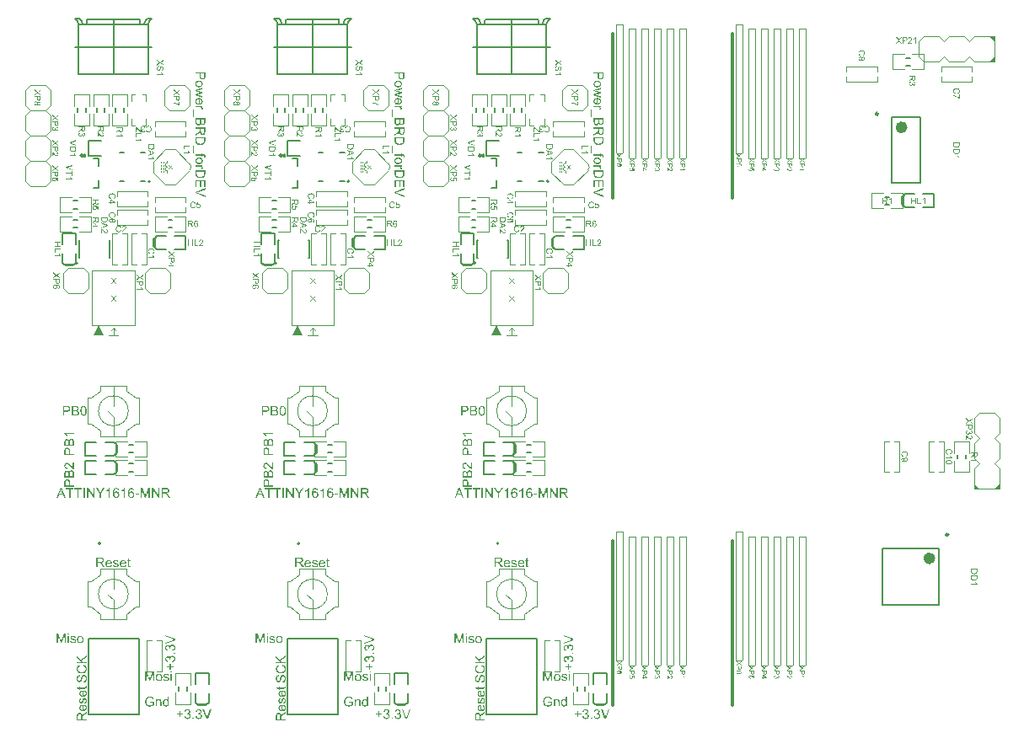
<source format=gto>
G04*
G04 #@! TF.GenerationSoftware,Altium Limited,Altium Designer,20.1.12 (249)*
G04*
G04 Layer_Color=65535*
%FSLAX25Y25*%
%MOIN*%
G70*
G04*
G04 #@! TF.SameCoordinates,93090BFA-B333-45B1-ADBD-1567DB3BF8F2*
G04*
G04*
G04 #@! TF.FilePolarity,Positive*
G04*
G01*
G75*
%ADD14C,0.00984*%
%ADD55C,0.02362*%
%ADD56C,0.00394*%
%ADD57C,0.00787*%
%ADD58C,0.00500*%
%ADD59C,0.01181*%
G36*
X350220Y270404D02*
X351168Y269083D01*
X350757D01*
X350120Y269982D01*
X350116Y269986D01*
X350112Y269993D01*
X350101Y270009D01*
X350085Y270032D01*
X350055Y270078D01*
X350016Y270135D01*
X350012Y270131D01*
X350001Y270116D01*
X349989Y270093D01*
X349970Y270062D01*
X349928Y270005D01*
X349909Y269978D01*
X349893Y269955D01*
X349256Y269083D01*
X348856D01*
X349832Y270389D01*
X348972Y271606D01*
X349367D01*
X349828Y270957D01*
Y270953D01*
X349836Y270949D01*
X349851Y270923D01*
X349878Y270888D01*
X349905Y270846D01*
X349939Y270796D01*
X349974Y270742D01*
X350001Y270696D01*
X350028Y270650D01*
X350031Y270658D01*
X350043Y270673D01*
X350062Y270700D01*
X350085Y270734D01*
X350112Y270777D01*
X350147Y270827D01*
X350185Y270877D01*
X350227Y270930D01*
X350734Y271606D01*
X351099D01*
X350220Y270404D01*
D02*
G37*
G36*
X387835Y269850D02*
X385835Y271850D01*
X387835D01*
Y269850D01*
D02*
G37*
G36*
X356813Y269083D02*
X356502D01*
Y271057D01*
X356498Y271053D01*
X356483Y271038D01*
X356456Y271019D01*
X356421Y270992D01*
X356379Y270957D01*
X356329Y270923D01*
X356272Y270880D01*
X356206Y270842D01*
X356202D01*
X356199Y270838D01*
X356175Y270823D01*
X356141Y270803D01*
X356099Y270780D01*
X356049Y270754D01*
X355995Y270731D01*
X355937Y270704D01*
X355884Y270681D01*
Y270984D01*
X355887D01*
X355895Y270988D01*
X355910Y270995D01*
X355926Y271007D01*
X355949Y271019D01*
X355976Y271030D01*
X356037Y271065D01*
X356106Y271107D01*
X356183Y271157D01*
X356260Y271214D01*
X356333Y271276D01*
X356337Y271280D01*
X356341Y271284D01*
X356364Y271307D01*
X356398Y271341D01*
X356440Y271383D01*
X356487Y271437D01*
X356533Y271495D01*
X356575Y271556D01*
X356609Y271618D01*
X356813D01*
Y269083D01*
D02*
G37*
G36*
X354582Y271614D02*
X354613Y271610D01*
X354647Y271606D01*
X354685Y271602D01*
X354728Y271591D01*
X354820Y271568D01*
X354916Y271533D01*
X354966Y271510D01*
X355012Y271483D01*
X355054Y271449D01*
X355096Y271414D01*
X355100Y271410D01*
X355104Y271406D01*
X355116Y271395D01*
X355131Y271379D01*
X355146Y271357D01*
X355166Y271333D01*
X355204Y271276D01*
X355242Y271203D01*
X355277Y271118D01*
X355304Y271022D01*
X355308Y270969D01*
X355311Y270915D01*
Y270907D01*
Y270888D01*
X355308Y270857D01*
X355304Y270819D01*
X355296Y270773D01*
X355285Y270723D01*
X355269Y270669D01*
X355246Y270615D01*
X355242Y270608D01*
X355235Y270588D01*
X355219Y270562D01*
X355196Y270523D01*
X355169Y270477D01*
X355135Y270423D01*
X355089Y270370D01*
X355039Y270308D01*
X355031Y270301D01*
X355012Y270277D01*
X354977Y270243D01*
X354954Y270220D01*
X354927Y270193D01*
X354897Y270162D01*
X354858Y270128D01*
X354820Y270093D01*
X354778Y270051D01*
X354732Y270009D01*
X354678Y269963D01*
X354624Y269917D01*
X354563Y269863D01*
X354559Y269859D01*
X354551Y269851D01*
X354536Y269840D01*
X354517Y269824D01*
X354470Y269786D01*
X354413Y269736D01*
X354355Y269682D01*
X354294Y269629D01*
X354244Y269582D01*
X354225Y269563D01*
X354205Y269544D01*
X354202Y269540D01*
X354194Y269529D01*
X354179Y269513D01*
X354159Y269490D01*
X354117Y269440D01*
X354075Y269379D01*
X355315D01*
Y269083D01*
X353645D01*
Y269087D01*
Y269102D01*
Y269125D01*
X353649Y269152D01*
X353653Y269183D01*
X353656Y269218D01*
X353668Y269256D01*
X353679Y269294D01*
Y269298D01*
X353683Y269302D01*
X353691Y269325D01*
X353706Y269356D01*
X353729Y269402D01*
X353756Y269452D01*
X353795Y269509D01*
X353833Y269567D01*
X353883Y269629D01*
Y269632D01*
X353891Y269636D01*
X353910Y269659D01*
X353941Y269694D01*
X353987Y269740D01*
X354044Y269794D01*
X354113Y269859D01*
X354198Y269932D01*
X354290Y270012D01*
X354294Y270016D01*
X354309Y270028D01*
X354328Y270043D01*
X354355Y270070D01*
X354390Y270097D01*
X354428Y270131D01*
X354513Y270204D01*
X354605Y270293D01*
X354697Y270381D01*
X354743Y270423D01*
X354782Y270466D01*
X354816Y270508D01*
X354847Y270546D01*
Y270550D01*
X354854Y270554D01*
X354862Y270565D01*
X354870Y270581D01*
X354893Y270619D01*
X354920Y270669D01*
X354947Y270727D01*
X354970Y270788D01*
X354985Y270857D01*
X354993Y270923D01*
Y270926D01*
Y270930D01*
X354989Y270953D01*
X354985Y270988D01*
X354977Y271030D01*
X354958Y271080D01*
X354935Y271130D01*
X354904Y271184D01*
X354858Y271234D01*
X354851Y271237D01*
X354835Y271253D01*
X354805Y271272D01*
X354766Y271299D01*
X354716Y271322D01*
X354659Y271341D01*
X354590Y271357D01*
X354513Y271360D01*
X354490D01*
X354474Y271357D01*
X354436Y271353D01*
X354386Y271345D01*
X354328Y271326D01*
X354267Y271303D01*
X354209Y271268D01*
X354156Y271222D01*
X354152Y271214D01*
X354136Y271199D01*
X354113Y271168D01*
X354090Y271126D01*
X354064Y271072D01*
X354044Y271011D01*
X354029Y270938D01*
X354021Y270853D01*
X353702Y270888D01*
Y270892D01*
Y270903D01*
X353706Y270923D01*
X353710Y270946D01*
X353718Y270976D01*
X353722Y271011D01*
X353745Y271088D01*
X353776Y271176D01*
X353818Y271264D01*
X353875Y271353D01*
X353906Y271391D01*
X353944Y271429D01*
X353948Y271433D01*
X353956Y271437D01*
X353967Y271449D01*
X353983Y271460D01*
X354006Y271472D01*
X354033Y271491D01*
X354064Y271506D01*
X354098Y271525D01*
X354136Y271541D01*
X354179Y271560D01*
X354229Y271575D01*
X354278Y271587D01*
X354394Y271610D01*
X354455Y271614D01*
X354520Y271618D01*
X354555D01*
X354582Y271614D01*
D02*
G37*
G36*
X352554Y271602D02*
X352616Y271598D01*
X352681Y271595D01*
X352743Y271587D01*
X352796Y271579D01*
X352804D01*
X352827Y271571D01*
X352861Y271564D01*
X352904Y271552D01*
X352954Y271537D01*
X353004Y271518D01*
X353057Y271491D01*
X353107Y271460D01*
X353111Y271456D01*
X353130Y271445D01*
X353153Y271426D01*
X353180Y271399D01*
X353211Y271364D01*
X353245Y271322D01*
X353280Y271276D01*
X353311Y271218D01*
X353315Y271211D01*
X353322Y271191D01*
X353334Y271161D01*
X353349Y271118D01*
X353365Y271069D01*
X353376Y271011D01*
X353384Y270946D01*
X353388Y270877D01*
Y270873D01*
Y270861D01*
Y270846D01*
X353384Y270823D01*
X353380Y270796D01*
X353376Y270761D01*
X353372Y270727D01*
X353361Y270688D01*
X353338Y270600D01*
X353299Y270512D01*
X353276Y270466D01*
X353249Y270420D01*
X353219Y270373D01*
X353180Y270331D01*
X353176Y270327D01*
X353169Y270323D01*
X353157Y270312D01*
X353142Y270297D01*
X353115Y270281D01*
X353088Y270262D01*
X353053Y270243D01*
X353011Y270224D01*
X352965Y270201D01*
X352911Y270181D01*
X352850Y270162D01*
X352785Y270147D01*
X352708Y270131D01*
X352627Y270120D01*
X352539Y270116D01*
X352443Y270112D01*
X351798D01*
Y269083D01*
X351464D01*
Y271606D01*
X352497D01*
X352554Y271602D01*
D02*
G37*
G36*
X335417Y266432D02*
X335452D01*
X335494Y266428D01*
X335536Y266424D01*
X335586Y266416D01*
X335694Y266397D01*
X335809Y266374D01*
X335928Y266336D01*
X336039Y266286D01*
X336043D01*
X336051Y266278D01*
X336066Y266270D01*
X336089Y266259D01*
X336112Y266244D01*
X336139Y266224D01*
X336204Y266174D01*
X336277Y266117D01*
X336350Y266044D01*
X336423Y265955D01*
X336485Y265860D01*
Y265856D01*
X336492Y265848D01*
X336500Y265833D01*
X336508Y265810D01*
X336519Y265787D01*
X336535Y265756D01*
X336546Y265717D01*
X336561Y265679D01*
X336577Y265637D01*
X336588Y265591D01*
X336615Y265487D01*
X336631Y265372D01*
X336638Y265249D01*
Y265211D01*
X336634Y265184D01*
X336631Y265153D01*
X336627Y265115D01*
X336623Y265072D01*
X336615Y265026D01*
X336592Y264926D01*
X336558Y264819D01*
X336535Y264765D01*
X336508Y264711D01*
X336477Y264661D01*
X336442Y264612D01*
X336439Y264608D01*
X336435Y264600D01*
X336423Y264588D01*
X336408Y264569D01*
X336389Y264550D01*
X336362Y264523D01*
X336335Y264496D01*
X336304Y264469D01*
X336266Y264439D01*
X336227Y264412D01*
X336181Y264381D01*
X336131Y264350D01*
X336082Y264323D01*
X336024Y264297D01*
X335901Y264251D01*
X335824Y264581D01*
X335828D01*
X335836Y264585D01*
X335851Y264588D01*
X335870Y264596D01*
X335893Y264608D01*
X335920Y264619D01*
X335978Y264646D01*
X336043Y264681D01*
X336112Y264727D01*
X336174Y264777D01*
X336227Y264838D01*
X336231Y264846D01*
X336247Y264869D01*
X336266Y264903D01*
X336293Y264953D01*
X336316Y265011D01*
X336335Y265084D01*
X336350Y265164D01*
X336354Y265257D01*
Y265283D01*
X336350Y265303D01*
Y265330D01*
X336347Y265356D01*
X336335Y265426D01*
X336320Y265502D01*
X336293Y265583D01*
X336258Y265664D01*
X336212Y265740D01*
Y265744D01*
X336204Y265748D01*
X336185Y265771D01*
X336155Y265806D01*
X336112Y265848D01*
X336058Y265890D01*
X335997Y265936D01*
X335920Y265979D01*
X335836Y266013D01*
X335832D01*
X335824Y266017D01*
X335813Y266021D01*
X335793Y266025D01*
X335774Y266032D01*
X335747Y266036D01*
X335686Y266052D01*
X335613Y266067D01*
X335532Y266078D01*
X335444Y266086D01*
X335352Y266090D01*
X335348D01*
X335337D01*
X335321D01*
X335298D01*
X335271Y266086D01*
X335237D01*
X335202Y266082D01*
X335164Y266078D01*
X335075Y266067D01*
X334979Y266052D01*
X334883Y266028D01*
X334791Y265998D01*
X334787D01*
X334780Y265994D01*
X334768Y265986D01*
X334753Y265979D01*
X334707Y265959D01*
X334657Y265929D01*
X334595Y265886D01*
X334538Y265837D01*
X334480Y265779D01*
X334430Y265710D01*
Y265706D01*
X334426Y265702D01*
X334419Y265691D01*
X334411Y265675D01*
X334396Y265633D01*
X334373Y265579D01*
X334353Y265518D01*
X334334Y265445D01*
X334319Y265364D01*
X334315Y265280D01*
Y265253D01*
X334319Y265234D01*
Y265211D01*
X334323Y265180D01*
X334334Y265115D01*
X334353Y265042D01*
X334384Y264961D01*
X334423Y264884D01*
X334476Y264807D01*
X334480Y264804D01*
X334484Y264800D01*
X334507Y264777D01*
X334545Y264742D01*
X334595Y264700D01*
X334665Y264658D01*
X334745Y264612D01*
X334845Y264573D01*
X334956Y264542D01*
X334872Y264208D01*
X334868D01*
X334853Y264212D01*
X334834Y264220D01*
X334803Y264228D01*
X334772Y264243D01*
X334730Y264258D01*
X334688Y264274D01*
X334642Y264297D01*
X334538Y264347D01*
X334434Y264416D01*
X334334Y264493D01*
X334288Y264539D01*
X334246Y264588D01*
X334242Y264592D01*
X334238Y264600D01*
X334227Y264615D01*
X334211Y264638D01*
X334196Y264665D01*
X334177Y264696D01*
X334158Y264731D01*
X334138Y264773D01*
X334119Y264819D01*
X334100Y264869D01*
X334081Y264926D01*
X334066Y264984D01*
X334039Y265111D01*
X334035Y265180D01*
X334031Y265253D01*
Y265291D01*
X334035Y265322D01*
Y265356D01*
X334039Y265395D01*
X334046Y265441D01*
X334050Y265487D01*
X334073Y265595D01*
X334100Y265706D01*
X334142Y265813D01*
X334165Y265867D01*
X334196Y265917D01*
X334200Y265921D01*
X334204Y265929D01*
X334215Y265940D01*
X334227Y265959D01*
X334265Y266005D01*
X334319Y266059D01*
X334384Y266125D01*
X334469Y266186D01*
X334565Y266251D01*
X334676Y266305D01*
X334680D01*
X334691Y266309D01*
X334707Y266317D01*
X334730Y266324D01*
X334761Y266336D01*
X334795Y266347D01*
X334834Y266359D01*
X334880Y266370D01*
X334926Y266382D01*
X334979Y266393D01*
X335095Y266416D01*
X335217Y266432D01*
X335352Y266436D01*
X335356D01*
X335371D01*
X335390D01*
X335417Y266432D01*
D02*
G37*
G36*
X334845Y263924D02*
X334864D01*
X334891Y263920D01*
X334945Y263913D01*
X335010Y263897D01*
X335079Y263874D01*
X335148Y263847D01*
X335214Y263805D01*
X335217D01*
X335221Y263797D01*
X335241Y263782D01*
X335271Y263751D01*
X335306Y263713D01*
X335344Y263663D01*
X335383Y263602D01*
X335417Y263529D01*
X335444Y263448D01*
Y263452D01*
X335448Y263456D01*
X335456Y263479D01*
X335475Y263513D01*
X335494Y263556D01*
X335525Y263605D01*
X335559Y263651D01*
X335598Y263698D01*
X335644Y263736D01*
X335651Y263740D01*
X335667Y263751D01*
X335694Y263767D01*
X335732Y263782D01*
X335778Y263797D01*
X335832Y263813D01*
X335890Y263824D01*
X335955Y263828D01*
X335959D01*
X335966D01*
X335982D01*
X336001Y263824D01*
X336024Y263821D01*
X336051Y263817D01*
X336116Y263805D01*
X336189Y263782D01*
X336266Y263744D01*
X336308Y263724D01*
X336347Y263698D01*
X336385Y263667D01*
X336420Y263632D01*
X336423Y263629D01*
X336427Y263625D01*
X336439Y263613D01*
X336450Y263598D01*
X336462Y263575D01*
X336481Y263552D01*
X336496Y263525D01*
X336515Y263490D01*
X336550Y263417D01*
X336577Y263325D01*
X336600Y263221D01*
X336604Y263168D01*
X336608Y263106D01*
Y263075D01*
X336604Y263053D01*
Y263022D01*
X336596Y262991D01*
X336585Y262914D01*
X336561Y262830D01*
X336527Y262741D01*
X336504Y262695D01*
X336481Y262653D01*
X336450Y262611D01*
X336416Y262573D01*
X336412Y262569D01*
X336408Y262565D01*
X336396Y262553D01*
X336381Y262542D01*
X336362Y262526D01*
X336339Y262507D01*
X336285Y262469D01*
X336216Y262434D01*
X336135Y262400D01*
X336047Y262377D01*
X335997Y262373D01*
X335947Y262369D01*
X335939D01*
X335916D01*
X335886Y262373D01*
X335843Y262381D01*
X335793Y262392D01*
X335744Y262407D01*
X335690Y262430D01*
X335640Y262461D01*
X335636Y262465D01*
X335621Y262476D01*
X335598Y262499D01*
X335567Y262530D01*
X335536Y262569D01*
X335506Y262619D01*
X335471Y262676D01*
X335444Y262741D01*
Y262738D01*
X335440Y262730D01*
X335436Y262718D01*
X335429Y262703D01*
X335409Y262661D01*
X335386Y262611D01*
X335352Y262553D01*
X335310Y262496D01*
X335256Y262438D01*
X335198Y262388D01*
X335191Y262384D01*
X335168Y262369D01*
X335133Y262350D01*
X335083Y262327D01*
X335026Y262304D01*
X334956Y262284D01*
X334880Y262269D01*
X334795Y262265D01*
X334791D01*
X334780D01*
X334764D01*
X334741Y262269D01*
X334715Y262273D01*
X334680Y262277D01*
X334603Y262292D01*
X334519Y262323D01*
X334473Y262338D01*
X334426Y262361D01*
X334380Y262388D01*
X334334Y262419D01*
X334292Y262453D01*
X334250Y262496D01*
X334246Y262499D01*
X334242Y262507D01*
X334231Y262519D01*
X334215Y262538D01*
X334200Y262561D01*
X334181Y262588D01*
X334161Y262619D01*
X334142Y262657D01*
X334119Y262699D01*
X334100Y262745D01*
X334081Y262795D01*
X334066Y262849D01*
X334050Y262903D01*
X334039Y262964D01*
X334035Y263029D01*
X334031Y263099D01*
Y263133D01*
X334035Y263160D01*
X334039Y263191D01*
X334043Y263229D01*
X334050Y263267D01*
X334058Y263314D01*
X334085Y263410D01*
X334104Y263459D01*
X334123Y263509D01*
X334150Y263559D01*
X334177Y263609D01*
X334211Y263655D01*
X334250Y263701D01*
X334254Y263705D01*
X334261Y263713D01*
X334273Y263721D01*
X334288Y263736D01*
X334311Y263755D01*
X334338Y263774D01*
X334369Y263794D01*
X334403Y263813D01*
X334442Y263836D01*
X334484Y263855D01*
X334576Y263893D01*
X334630Y263909D01*
X334684Y263916D01*
X334741Y263924D01*
X334803Y263928D01*
X334807D01*
X334814D01*
X334826D01*
X334845Y263924D01*
D02*
G37*
G36*
X387835Y261850D02*
X385835D01*
X387835Y263850D01*
Y261850D01*
D02*
G37*
G36*
X215395Y261740D02*
X216612Y262600D01*
Y262205D01*
X215963Y261744D01*
X215959D01*
X215955Y261736D01*
X215928Y261721D01*
X215894Y261694D01*
X215851Y261667D01*
X215802Y261633D01*
X215748Y261598D01*
X215702Y261571D01*
X215656Y261544D01*
X215663Y261541D01*
X215679Y261529D01*
X215706Y261510D01*
X215740Y261487D01*
X215782Y261460D01*
X215832Y261425D01*
X215882Y261387D01*
X215936Y261345D01*
X216612Y260838D01*
Y260473D01*
X215410Y261352D01*
X214089Y260404D01*
Y260815D01*
X214987Y261452D01*
X214991Y261456D01*
X214999Y261460D01*
X215014Y261471D01*
X215037Y261487D01*
X215084Y261518D01*
X215141Y261556D01*
X215137Y261560D01*
X215122Y261571D01*
X215099Y261583D01*
X215068Y261602D01*
X215011Y261644D01*
X214984Y261663D01*
X214961Y261679D01*
X214089Y262316D01*
Y262716D01*
X215395Y261740D01*
D02*
G37*
G36*
X136654D02*
X137872Y262600D01*
Y262205D01*
X137223Y261744D01*
X137219D01*
X137215Y261736D01*
X137188Y261721D01*
X137154Y261694D01*
X137111Y261667D01*
X137061Y261633D01*
X137008Y261598D01*
X136962Y261571D01*
X136916Y261544D01*
X136923Y261541D01*
X136939Y261529D01*
X136966Y261510D01*
X137000Y261487D01*
X137042Y261460D01*
X137092Y261425D01*
X137142Y261387D01*
X137196Y261345D01*
X137872Y260838D01*
Y260473D01*
X136670Y261352D01*
X135349Y260404D01*
Y260815D01*
X136247Y261452D01*
X136251Y261456D01*
X136259Y261460D01*
X136274Y261471D01*
X136297Y261487D01*
X136343Y261518D01*
X136401Y261556D01*
X136397Y261560D01*
X136382Y261571D01*
X136359Y261583D01*
X136328Y261602D01*
X136270Y261644D01*
X136243Y261663D01*
X136221Y261679D01*
X135349Y262316D01*
Y262716D01*
X136654Y261740D01*
D02*
G37*
G36*
X57914D02*
X59131Y262600D01*
Y262205D01*
X58483Y261744D01*
X58479D01*
X58475Y261736D01*
X58448Y261721D01*
X58413Y261694D01*
X58371Y261667D01*
X58321Y261633D01*
X58267Y261598D01*
X58222Y261571D01*
X58175Y261544D01*
X58183Y261541D01*
X58198Y261529D01*
X58225Y261510D01*
X58260Y261487D01*
X58302Y261460D01*
X58352Y261425D01*
X58402Y261387D01*
X58456Y261345D01*
X59131Y260838D01*
Y260473D01*
X57930Y261352D01*
X56609Y260404D01*
Y260815D01*
X57507Y261452D01*
X57511Y261456D01*
X57519Y261460D01*
X57534Y261471D01*
X57557Y261487D01*
X57603Y261518D01*
X57661Y261556D01*
X57657Y261560D01*
X57642Y261571D01*
X57619Y261583D01*
X57588Y261602D01*
X57530Y261644D01*
X57503Y261663D01*
X57480Y261679D01*
X56609Y262316D01*
Y262716D01*
X57914Y261740D01*
D02*
G37*
G36*
X214926Y259905D02*
X214918D01*
X214895Y259901D01*
X214861Y259893D01*
X214815Y259886D01*
X214765Y259870D01*
X214711Y259855D01*
X214661Y259832D01*
X214611Y259805D01*
X214607Y259801D01*
X214592Y259789D01*
X214569Y259770D01*
X214542Y259740D01*
X214511Y259705D01*
X214477Y259663D01*
X214446Y259609D01*
X214415Y259551D01*
Y259548D01*
X214411Y259544D01*
X214404Y259521D01*
X214392Y259486D01*
X214381Y259436D01*
X214366Y259383D01*
X214354Y259313D01*
X214346Y259240D01*
X214342Y259164D01*
Y259133D01*
X214346Y259095D01*
X214350Y259052D01*
X214354Y258998D01*
X214366Y258945D01*
X214377Y258887D01*
X214396Y258829D01*
X214400Y258822D01*
X214408Y258806D01*
X214419Y258780D01*
X214438Y258749D01*
X214461Y258711D01*
X214488Y258676D01*
X214519Y258641D01*
X214554Y258611D01*
X214558Y258607D01*
X214573Y258599D01*
X214592Y258588D01*
X214619Y258572D01*
X214650Y258561D01*
X214688Y258549D01*
X214726Y258541D01*
X214769Y258538D01*
X214788D01*
X214811Y258541D01*
X214838Y258545D01*
X214872Y258553D01*
X214907Y258568D01*
X214941Y258584D01*
X214976Y258607D01*
X214980Y258611D01*
X214991Y258618D01*
X215007Y258637D01*
X215030Y258661D01*
X215053Y258691D01*
X215076Y258730D01*
X215103Y258780D01*
X215126Y258833D01*
X215130Y258837D01*
X215133Y258853D01*
X215141Y258883D01*
X215149Y258903D01*
X215157Y258926D01*
X215164Y258956D01*
X215172Y258987D01*
X215183Y259025D01*
X215195Y259064D01*
X215206Y259110D01*
X215218Y259164D01*
X215233Y259221D01*
X215249Y259283D01*
Y259286D01*
X215252Y259298D01*
X215256Y259317D01*
X215264Y259340D01*
X215272Y259367D01*
X215279Y259398D01*
X215299Y259471D01*
X215325Y259551D01*
X215352Y259632D01*
X215379Y259705D01*
X215391Y259740D01*
X215406Y259767D01*
Y259770D01*
X215410Y259774D01*
X215425Y259797D01*
X215444Y259828D01*
X215471Y259866D01*
X215506Y259912D01*
X215544Y259955D01*
X215590Y259997D01*
X215640Y260035D01*
X215648Y260039D01*
X215667Y260051D01*
X215694Y260062D01*
X215733Y260078D01*
X215779Y260097D01*
X215832Y260108D01*
X215894Y260120D01*
X215955Y260124D01*
X215990D01*
X216024Y260116D01*
X216070Y260108D01*
X216128Y260097D01*
X216186Y260078D01*
X216251Y260051D01*
X216312Y260016D01*
X216316D01*
X216320Y260012D01*
X216339Y259997D01*
X216370Y259970D01*
X216408Y259935D01*
X216447Y259893D01*
X216489Y259839D01*
X216531Y259774D01*
X216566Y259701D01*
Y259697D01*
X216570Y259694D01*
X216574Y259682D01*
X216581Y259663D01*
X216585Y259644D01*
X216593Y259621D01*
X216612Y259567D01*
X216627Y259498D01*
X216639Y259421D01*
X216650Y259332D01*
X216654Y259240D01*
Y259194D01*
X216650Y259167D01*
Y259140D01*
X216643Y259075D01*
X216631Y258998D01*
X216616Y258914D01*
X216593Y258829D01*
X216562Y258749D01*
Y258745D01*
X216558Y258741D01*
X216554Y258730D01*
X216547Y258714D01*
X216524Y258676D01*
X216497Y258626D01*
X216458Y258572D01*
X216412Y258519D01*
X216358Y258465D01*
X216297Y258419D01*
X216289Y258415D01*
X216266Y258399D01*
X216228Y258380D01*
X216182Y258361D01*
X216124Y258338D01*
X216055Y258315D01*
X215982Y258300D01*
X215901Y258292D01*
X215878Y258611D01*
X215890D01*
X215901Y258614D01*
X215917Y258618D01*
X215959Y258626D01*
X216013Y258641D01*
X216070Y258664D01*
X216128Y258695D01*
X216186Y258737D01*
X216235Y258787D01*
X216239Y258795D01*
X216255Y258814D01*
X216274Y258849D01*
X216297Y258895D01*
X216320Y258956D01*
X216339Y259033D01*
X216355Y259121D01*
X216358Y259225D01*
Y259275D01*
X216355Y259298D01*
Y259329D01*
X216343Y259394D01*
X216332Y259467D01*
X216312Y259540D01*
X216285Y259609D01*
X216266Y259640D01*
X216247Y259667D01*
X216243Y259670D01*
X216228Y259686D01*
X216205Y259709D01*
X216170Y259732D01*
X216132Y259759D01*
X216086Y259778D01*
X216036Y259793D01*
X215978Y259801D01*
X215955D01*
X215928Y259797D01*
X215898Y259789D01*
X215863Y259778D01*
X215825Y259759D01*
X215790Y259736D01*
X215756Y259705D01*
X215752Y259701D01*
X215740Y259682D01*
X215733Y259670D01*
X215721Y259655D01*
X215713Y259632D01*
X215702Y259605D01*
X215686Y259575D01*
X215671Y259540D01*
X215659Y259502D01*
X215644Y259455D01*
X215625Y259402D01*
X215610Y259344D01*
X215594Y259279D01*
X215575Y259206D01*
Y259202D01*
X215571Y259187D01*
X215567Y259167D01*
X215560Y259140D01*
X215552Y259106D01*
X215541Y259068D01*
X215521Y258983D01*
X215494Y258891D01*
X215468Y258799D01*
X215456Y258753D01*
X215441Y258714D01*
X215425Y258676D01*
X215414Y258645D01*
Y258641D01*
X215410Y258634D01*
X215402Y258626D01*
X215395Y258611D01*
X215371Y258572D01*
X215345Y258522D01*
X215306Y258469D01*
X215260Y258415D01*
X215210Y258365D01*
X215157Y258323D01*
X215149Y258319D01*
X215130Y258307D01*
X215099Y258288D01*
X215053Y258269D01*
X215003Y258250D01*
X214941Y258230D01*
X214872Y258219D01*
X214799Y258215D01*
X214765D01*
X214726Y258223D01*
X214676Y258230D01*
X214619Y258242D01*
X214554Y258265D01*
X214485Y258292D01*
X214419Y258330D01*
X214411Y258334D01*
X214388Y258353D01*
X214358Y258376D01*
X214319Y258415D01*
X214273Y258461D01*
X214227Y258519D01*
X214185Y258588D01*
X214143Y258664D01*
Y258668D01*
X214139Y258676D01*
X214135Y258687D01*
X214127Y258703D01*
X214120Y258722D01*
X214112Y258745D01*
X214097Y258806D01*
X214077Y258876D01*
X214062Y258960D01*
X214051Y259048D01*
X214047Y259148D01*
Y259206D01*
X214051Y259233D01*
Y259267D01*
X214054Y259306D01*
X214058Y259348D01*
X214070Y259436D01*
X214089Y259532D01*
X214112Y259628D01*
X214143Y259720D01*
Y259724D01*
X214147Y259732D01*
X214154Y259743D01*
X214162Y259759D01*
X214185Y259801D01*
X214219Y259851D01*
X214262Y259912D01*
X214312Y259970D01*
X214373Y260031D01*
X214442Y260085D01*
X214446D01*
X214450Y260089D01*
X214461Y260097D01*
X214477Y260104D01*
X214496Y260116D01*
X214519Y260127D01*
X214577Y260151D01*
X214642Y260174D01*
X214723Y260196D01*
X214807Y260212D01*
X214899Y260220D01*
X214926Y259905D01*
D02*
G37*
G36*
X136186D02*
X136178D01*
X136155Y259901D01*
X136121Y259893D01*
X136075Y259886D01*
X136025Y259870D01*
X135971Y259855D01*
X135921Y259832D01*
X135871Y259805D01*
X135867Y259801D01*
X135852Y259789D01*
X135829Y259770D01*
X135802Y259740D01*
X135771Y259705D01*
X135737Y259663D01*
X135706Y259609D01*
X135675Y259551D01*
Y259548D01*
X135671Y259544D01*
X135664Y259521D01*
X135652Y259486D01*
X135641Y259436D01*
X135625Y259383D01*
X135614Y259313D01*
X135606Y259240D01*
X135602Y259164D01*
Y259133D01*
X135606Y259095D01*
X135610Y259052D01*
X135614Y258998D01*
X135625Y258945D01*
X135637Y258887D01*
X135656Y258829D01*
X135660Y258822D01*
X135668Y258806D01*
X135679Y258780D01*
X135698Y258749D01*
X135721Y258711D01*
X135748Y258676D01*
X135779Y258641D01*
X135813Y258611D01*
X135817Y258607D01*
X135833Y258599D01*
X135852Y258588D01*
X135879Y258572D01*
X135909Y258561D01*
X135948Y258549D01*
X135986Y258541D01*
X136029Y258538D01*
X136048D01*
X136071Y258541D01*
X136098Y258545D01*
X136132Y258553D01*
X136167Y258568D01*
X136201Y258584D01*
X136236Y258607D01*
X136240Y258611D01*
X136251Y258618D01*
X136267Y258637D01*
X136290Y258661D01*
X136313Y258691D01*
X136336Y258730D01*
X136363Y258780D01*
X136386Y258833D01*
X136390Y258837D01*
X136393Y258853D01*
X136401Y258883D01*
X136409Y258903D01*
X136416Y258926D01*
X136424Y258956D01*
X136432Y258987D01*
X136443Y259025D01*
X136455Y259064D01*
X136466Y259110D01*
X136478Y259164D01*
X136493Y259221D01*
X136509Y259283D01*
Y259286D01*
X136512Y259298D01*
X136516Y259317D01*
X136524Y259340D01*
X136531Y259367D01*
X136539Y259398D01*
X136558Y259471D01*
X136585Y259551D01*
X136612Y259632D01*
X136639Y259705D01*
X136651Y259740D01*
X136666Y259767D01*
Y259770D01*
X136670Y259774D01*
X136685Y259797D01*
X136704Y259828D01*
X136731Y259866D01*
X136766Y259912D01*
X136804Y259955D01*
X136850Y259997D01*
X136900Y260035D01*
X136908Y260039D01*
X136927Y260051D01*
X136954Y260062D01*
X136992Y260078D01*
X137038Y260097D01*
X137092Y260108D01*
X137154Y260120D01*
X137215Y260124D01*
X137250D01*
X137284Y260116D01*
X137330Y260108D01*
X137388Y260097D01*
X137445Y260078D01*
X137511Y260051D01*
X137572Y260016D01*
X137576D01*
X137580Y260012D01*
X137599Y259997D01*
X137630Y259970D01*
X137668Y259935D01*
X137707Y259893D01*
X137749Y259839D01*
X137791Y259774D01*
X137826Y259701D01*
Y259697D01*
X137829Y259694D01*
X137833Y259682D01*
X137841Y259663D01*
X137845Y259644D01*
X137853Y259621D01*
X137872Y259567D01*
X137887Y259498D01*
X137899Y259421D01*
X137910Y259332D01*
X137914Y259240D01*
Y259194D01*
X137910Y259167D01*
Y259140D01*
X137902Y259075D01*
X137891Y258998D01*
X137875Y258914D01*
X137853Y258829D01*
X137822Y258749D01*
Y258745D01*
X137818Y258741D01*
X137814Y258730D01*
X137806Y258714D01*
X137783Y258676D01*
X137757Y258626D01*
X137718Y258572D01*
X137672Y258519D01*
X137618Y258465D01*
X137557Y258419D01*
X137549Y258415D01*
X137526Y258399D01*
X137488Y258380D01*
X137442Y258361D01*
X137384Y258338D01*
X137315Y258315D01*
X137242Y258300D01*
X137161Y258292D01*
X137138Y258611D01*
X137150D01*
X137161Y258614D01*
X137177Y258618D01*
X137219Y258626D01*
X137273Y258641D01*
X137330Y258664D01*
X137388Y258695D01*
X137445Y258737D01*
X137495Y258787D01*
X137499Y258795D01*
X137515Y258814D01*
X137534Y258849D01*
X137557Y258895D01*
X137580Y258956D01*
X137599Y259033D01*
X137614Y259121D01*
X137618Y259225D01*
Y259275D01*
X137614Y259298D01*
Y259329D01*
X137603Y259394D01*
X137591Y259467D01*
X137572Y259540D01*
X137545Y259609D01*
X137526Y259640D01*
X137507Y259667D01*
X137503Y259670D01*
X137488Y259686D01*
X137465Y259709D01*
X137430Y259732D01*
X137392Y259759D01*
X137346Y259778D01*
X137296Y259793D01*
X137238Y259801D01*
X137215D01*
X137188Y259797D01*
X137157Y259789D01*
X137123Y259778D01*
X137084Y259759D01*
X137050Y259736D01*
X137015Y259705D01*
X137012Y259701D01*
X137000Y259682D01*
X136992Y259670D01*
X136981Y259655D01*
X136973Y259632D01*
X136962Y259605D01*
X136946Y259575D01*
X136931Y259540D01*
X136919Y259502D01*
X136904Y259455D01*
X136885Y259402D01*
X136870Y259344D01*
X136854Y259279D01*
X136835Y259206D01*
Y259202D01*
X136831Y259187D01*
X136827Y259167D01*
X136820Y259140D01*
X136812Y259106D01*
X136800Y259068D01*
X136781Y258983D01*
X136754Y258891D01*
X136727Y258799D01*
X136716Y258753D01*
X136700Y258714D01*
X136685Y258676D01*
X136674Y258645D01*
Y258641D01*
X136670Y258634D01*
X136662Y258626D01*
X136654Y258611D01*
X136631Y258572D01*
X136604Y258522D01*
X136566Y258469D01*
X136520Y258415D01*
X136470Y258365D01*
X136416Y258323D01*
X136409Y258319D01*
X136390Y258307D01*
X136359Y258288D01*
X136313Y258269D01*
X136263Y258250D01*
X136201Y258230D01*
X136132Y258219D01*
X136059Y258215D01*
X136025D01*
X135986Y258223D01*
X135936Y258230D01*
X135879Y258242D01*
X135813Y258265D01*
X135744Y258292D01*
X135679Y258330D01*
X135671Y258334D01*
X135648Y258353D01*
X135618Y258376D01*
X135579Y258415D01*
X135533Y258461D01*
X135487Y258519D01*
X135445Y258588D01*
X135403Y258664D01*
Y258668D01*
X135399Y258676D01*
X135395Y258687D01*
X135387Y258703D01*
X135380Y258722D01*
X135372Y258745D01*
X135356Y258806D01*
X135337Y258876D01*
X135322Y258960D01*
X135310Y259048D01*
X135307Y259148D01*
Y259206D01*
X135310Y259233D01*
Y259267D01*
X135314Y259306D01*
X135318Y259348D01*
X135330Y259436D01*
X135349Y259532D01*
X135372Y259628D01*
X135403Y259720D01*
Y259724D01*
X135406Y259732D01*
X135414Y259743D01*
X135422Y259759D01*
X135445Y259801D01*
X135479Y259851D01*
X135522Y259912D01*
X135572Y259970D01*
X135633Y260031D01*
X135702Y260085D01*
X135706D01*
X135710Y260089D01*
X135721Y260097D01*
X135737Y260104D01*
X135756Y260116D01*
X135779Y260127D01*
X135837Y260151D01*
X135902Y260174D01*
X135982Y260196D01*
X136067Y260212D01*
X136159Y260220D01*
X136186Y259905D01*
D02*
G37*
G36*
X57446D02*
X57438D01*
X57415Y259901D01*
X57380Y259893D01*
X57334Y259886D01*
X57284Y259870D01*
X57231Y259855D01*
X57181Y259832D01*
X57131Y259805D01*
X57127Y259801D01*
X57112Y259789D01*
X57089Y259770D01*
X57062Y259740D01*
X57031Y259705D01*
X56997Y259663D01*
X56966Y259609D01*
X56935Y259551D01*
Y259548D01*
X56931Y259544D01*
X56924Y259521D01*
X56912Y259486D01*
X56901Y259436D01*
X56885Y259383D01*
X56874Y259313D01*
X56866Y259240D01*
X56862Y259164D01*
Y259133D01*
X56866Y259095D01*
X56870Y259052D01*
X56874Y258998D01*
X56885Y258945D01*
X56897Y258887D01*
X56916Y258829D01*
X56920Y258822D01*
X56927Y258806D01*
X56939Y258780D01*
X56958Y258749D01*
X56981Y258711D01*
X57008Y258676D01*
X57039Y258641D01*
X57073Y258611D01*
X57077Y258607D01*
X57092Y258599D01*
X57112Y258588D01*
X57139Y258572D01*
X57169Y258561D01*
X57208Y258549D01*
X57246Y258541D01*
X57288Y258538D01*
X57307D01*
X57331Y258541D01*
X57357Y258545D01*
X57392Y258553D01*
X57427Y258568D01*
X57461Y258584D01*
X57496Y258607D01*
X57499Y258611D01*
X57511Y258618D01*
X57526Y258637D01*
X57550Y258661D01*
X57573Y258691D01*
X57595Y258730D01*
X57622Y258780D01*
X57645Y258833D01*
X57649Y258837D01*
X57653Y258853D01*
X57661Y258883D01*
X57669Y258903D01*
X57676Y258926D01*
X57684Y258956D01*
X57692Y258987D01*
X57703Y259025D01*
X57715Y259064D01*
X57726Y259110D01*
X57738Y259164D01*
X57753Y259221D01*
X57768Y259283D01*
Y259286D01*
X57772Y259298D01*
X57776Y259317D01*
X57784Y259340D01*
X57791Y259367D01*
X57799Y259398D01*
X57818Y259471D01*
X57845Y259551D01*
X57872Y259632D01*
X57899Y259705D01*
X57910Y259740D01*
X57926Y259767D01*
Y259770D01*
X57930Y259774D01*
X57945Y259797D01*
X57964Y259828D01*
X57991Y259866D01*
X58026Y259912D01*
X58064Y259955D01*
X58110Y259997D01*
X58160Y260035D01*
X58168Y260039D01*
X58187Y260051D01*
X58214Y260062D01*
X58252Y260078D01*
X58298Y260097D01*
X58352Y260108D01*
X58413Y260120D01*
X58475Y260124D01*
X58509D01*
X58544Y260116D01*
X58590Y260108D01*
X58648Y260097D01*
X58705Y260078D01*
X58771Y260051D01*
X58832Y260016D01*
X58836D01*
X58840Y260012D01*
X58859Y259997D01*
X58890Y259970D01*
X58928Y259935D01*
X58966Y259893D01*
X59009Y259839D01*
X59051Y259774D01*
X59086Y259701D01*
Y259697D01*
X59089Y259694D01*
X59093Y259682D01*
X59101Y259663D01*
X59105Y259644D01*
X59112Y259621D01*
X59131Y259567D01*
X59147Y259498D01*
X59158Y259421D01*
X59170Y259332D01*
X59174Y259240D01*
Y259194D01*
X59170Y259167D01*
Y259140D01*
X59162Y259075D01*
X59151Y258998D01*
X59135Y258914D01*
X59112Y258829D01*
X59082Y258749D01*
Y258745D01*
X59078Y258741D01*
X59074Y258730D01*
X59066Y258714D01*
X59043Y258676D01*
X59016Y258626D01*
X58978Y258572D01*
X58932Y258519D01*
X58878Y258465D01*
X58817Y258419D01*
X58809Y258415D01*
X58786Y258399D01*
X58748Y258380D01*
X58701Y258361D01*
X58644Y258338D01*
X58575Y258315D01*
X58502Y258300D01*
X58421Y258292D01*
X58398Y258611D01*
X58410D01*
X58421Y258614D01*
X58437Y258618D01*
X58479Y258626D01*
X58533Y258641D01*
X58590Y258664D01*
X58648Y258695D01*
X58705Y258737D01*
X58755Y258787D01*
X58759Y258795D01*
X58774Y258814D01*
X58794Y258849D01*
X58817Y258895D01*
X58840Y258956D01*
X58859Y259033D01*
X58874Y259121D01*
X58878Y259225D01*
Y259275D01*
X58874Y259298D01*
Y259329D01*
X58863Y259394D01*
X58851Y259467D01*
X58832Y259540D01*
X58805Y259609D01*
X58786Y259640D01*
X58767Y259667D01*
X58763Y259670D01*
X58748Y259686D01*
X58724Y259709D01*
X58690Y259732D01*
X58652Y259759D01*
X58605Y259778D01*
X58556Y259793D01*
X58498Y259801D01*
X58475D01*
X58448Y259797D01*
X58417Y259789D01*
X58383Y259778D01*
X58344Y259759D01*
X58310Y259736D01*
X58275Y259705D01*
X58271Y259701D01*
X58260Y259682D01*
X58252Y259670D01*
X58241Y259655D01*
X58233Y259632D01*
X58222Y259605D01*
X58206Y259575D01*
X58191Y259540D01*
X58179Y259502D01*
X58164Y259455D01*
X58145Y259402D01*
X58129Y259344D01*
X58114Y259279D01*
X58095Y259206D01*
Y259202D01*
X58091Y259187D01*
X58087Y259167D01*
X58079Y259140D01*
X58072Y259106D01*
X58060Y259068D01*
X58041Y258983D01*
X58014Y258891D01*
X57987Y258799D01*
X57976Y258753D01*
X57960Y258714D01*
X57945Y258676D01*
X57933Y258645D01*
Y258641D01*
X57930Y258634D01*
X57922Y258626D01*
X57914Y258611D01*
X57891Y258572D01*
X57864Y258522D01*
X57826Y258469D01*
X57780Y258415D01*
X57730Y258365D01*
X57676Y258323D01*
X57669Y258319D01*
X57649Y258307D01*
X57619Y258288D01*
X57573Y258269D01*
X57523Y258250D01*
X57461Y258230D01*
X57392Y258219D01*
X57319Y258215D01*
X57284D01*
X57246Y258223D01*
X57196Y258230D01*
X57139Y258242D01*
X57073Y258265D01*
X57004Y258292D01*
X56939Y258330D01*
X56931Y258334D01*
X56908Y258353D01*
X56877Y258376D01*
X56839Y258415D01*
X56793Y258461D01*
X56747Y258519D01*
X56705Y258588D01*
X56662Y258664D01*
Y258668D01*
X56659Y258676D01*
X56655Y258687D01*
X56647Y258703D01*
X56639Y258722D01*
X56632Y258745D01*
X56616Y258806D01*
X56597Y258876D01*
X56582Y258960D01*
X56570Y259048D01*
X56566Y259148D01*
Y259206D01*
X56570Y259233D01*
Y259267D01*
X56574Y259306D01*
X56578Y259348D01*
X56589Y259436D01*
X56609Y259532D01*
X56632Y259628D01*
X56662Y259720D01*
Y259724D01*
X56666Y259732D01*
X56674Y259743D01*
X56682Y259759D01*
X56705Y259801D01*
X56739Y259851D01*
X56781Y259912D01*
X56831Y259970D01*
X56893Y260031D01*
X56962Y260085D01*
X56966D01*
X56970Y260089D01*
X56981Y260097D01*
X56997Y260104D01*
X57016Y260116D01*
X57039Y260127D01*
X57096Y260151D01*
X57162Y260174D01*
X57242Y260196D01*
X57327Y260212D01*
X57419Y260220D01*
X57446Y259905D01*
D02*
G37*
G36*
X215990Y257643D02*
X215994Y257635D01*
X216001Y257620D01*
X216013Y257605D01*
X216024Y257581D01*
X216036Y257555D01*
X216070Y257493D01*
X216113Y257424D01*
X216163Y257347D01*
X216220Y257271D01*
X216282Y257197D01*
X216285Y257194D01*
X216289Y257190D01*
X216312Y257167D01*
X216347Y257132D01*
X216389Y257090D01*
X216443Y257044D01*
X216500Y256998D01*
X216562Y256956D01*
X216623Y256921D01*
Y256717D01*
X214089D01*
Y257029D01*
X216063D01*
X216059Y257032D01*
X216043Y257048D01*
X216024Y257075D01*
X215997Y257109D01*
X215963Y257151D01*
X215928Y257201D01*
X215886Y257259D01*
X215848Y257324D01*
Y257328D01*
X215844Y257332D01*
X215828Y257355D01*
X215809Y257389D01*
X215786Y257432D01*
X215759Y257482D01*
X215736Y257535D01*
X215709Y257593D01*
X215686Y257647D01*
X215990D01*
Y257643D01*
D02*
G37*
G36*
X137250D02*
X137253Y257635D01*
X137261Y257620D01*
X137273Y257605D01*
X137284Y257581D01*
X137296Y257555D01*
X137330Y257493D01*
X137373Y257424D01*
X137422Y257347D01*
X137480Y257271D01*
X137541Y257197D01*
X137545Y257194D01*
X137549Y257190D01*
X137572Y257167D01*
X137607Y257132D01*
X137649Y257090D01*
X137703Y257044D01*
X137760Y256998D01*
X137822Y256956D01*
X137883Y256921D01*
Y256717D01*
X135349D01*
Y257029D01*
X137323D01*
X137319Y257032D01*
X137303Y257048D01*
X137284Y257075D01*
X137257Y257109D01*
X137223Y257151D01*
X137188Y257201D01*
X137146Y257259D01*
X137108Y257324D01*
Y257328D01*
X137104Y257332D01*
X137088Y257355D01*
X137069Y257389D01*
X137046Y257432D01*
X137019Y257482D01*
X136996Y257535D01*
X136969Y257593D01*
X136946Y257647D01*
X137250D01*
Y257643D01*
D02*
G37*
G36*
X58509D02*
X58513Y257635D01*
X58521Y257620D01*
X58533Y257605D01*
X58544Y257581D01*
X58556Y257555D01*
X58590Y257493D01*
X58632Y257424D01*
X58682Y257347D01*
X58740Y257271D01*
X58801Y257197D01*
X58805Y257194D01*
X58809Y257190D01*
X58832Y257167D01*
X58867Y257132D01*
X58909Y257090D01*
X58963Y257044D01*
X59020Y256998D01*
X59082Y256956D01*
X59143Y256921D01*
Y256717D01*
X56609D01*
Y257029D01*
X58582D01*
X58579Y257032D01*
X58563Y257048D01*
X58544Y257075D01*
X58517Y257109D01*
X58483Y257151D01*
X58448Y257201D01*
X58406Y257259D01*
X58367Y257324D01*
Y257328D01*
X58363Y257332D01*
X58348Y257355D01*
X58329Y257389D01*
X58306Y257432D01*
X58279Y257482D01*
X58256Y257535D01*
X58229Y257593D01*
X58206Y257647D01*
X58509D01*
Y257643D01*
D02*
G37*
G36*
X233193Y256143D02*
X233187Y256055D01*
X233181Y255961D01*
X233175Y255862D01*
X233164Y255768D01*
X233152Y255687D01*
Y255675D01*
X233140Y255640D01*
X233129Y255587D01*
X233111Y255523D01*
X233088Y255447D01*
X233058Y255371D01*
X233017Y255289D01*
X232971Y255213D01*
X232965Y255207D01*
X232947Y255178D01*
X232918Y255142D01*
X232877Y255102D01*
X232824Y255055D01*
X232760Y255002D01*
X232690Y254949D01*
X232602Y254903D01*
X232590Y254897D01*
X232561Y254885D01*
X232514Y254868D01*
X232450Y254844D01*
X232374Y254821D01*
X232286Y254803D01*
X232187Y254792D01*
X232082Y254786D01*
X232035D01*
X232000Y254792D01*
X231959Y254797D01*
X231906Y254803D01*
X231853Y254809D01*
X231795Y254827D01*
X231660Y254862D01*
X231526Y254920D01*
X231455Y254955D01*
X231385Y254996D01*
X231315Y255043D01*
X231251Y255102D01*
X231245Y255107D01*
X231239Y255119D01*
X231222Y255137D01*
X231198Y255160D01*
X231175Y255201D01*
X231146Y255242D01*
X231116Y255295D01*
X231087Y255359D01*
X231052Y255429D01*
X231023Y255511D01*
X230993Y255605D01*
X230970Y255704D01*
X230947Y255821D01*
X230929Y255944D01*
X230923Y256079D01*
X230917Y256225D01*
Y257208D01*
X229349D01*
Y257717D01*
X233193D01*
Y256143D01*
D02*
G37*
G36*
X154453D02*
X154447Y256055D01*
X154441Y255961D01*
X154435Y255862D01*
X154424Y255768D01*
X154412Y255687D01*
Y255675D01*
X154400Y255640D01*
X154388Y255587D01*
X154371Y255523D01*
X154348Y255447D01*
X154318Y255371D01*
X154277Y255289D01*
X154230Y255213D01*
X154225Y255207D01*
X154207Y255178D01*
X154178Y255142D01*
X154137Y255102D01*
X154084Y255055D01*
X154020Y255002D01*
X153950Y254949D01*
X153862Y254903D01*
X153850Y254897D01*
X153821Y254885D01*
X153774Y254868D01*
X153710Y254844D01*
X153634Y254821D01*
X153546Y254803D01*
X153447Y254792D01*
X153341Y254786D01*
X153295D01*
X153259Y254792D01*
X153218Y254797D01*
X153166Y254803D01*
X153113Y254809D01*
X153055Y254827D01*
X152920Y254862D01*
X152786Y254920D01*
X152715Y254955D01*
X152645Y254996D01*
X152575Y255043D01*
X152511Y255102D01*
X152505Y255107D01*
X152499Y255119D01*
X152481Y255137D01*
X152458Y255160D01*
X152435Y255201D01*
X152405Y255242D01*
X152376Y255295D01*
X152347Y255359D01*
X152312Y255429D01*
X152282Y255511D01*
X152253Y255605D01*
X152230Y255704D01*
X152206Y255821D01*
X152189Y255944D01*
X152183Y256079D01*
X152177Y256225D01*
Y257208D01*
X150609D01*
Y257717D01*
X154453D01*
Y256143D01*
D02*
G37*
G36*
X75713D02*
X75707Y256055D01*
X75701Y255961D01*
X75695Y255862D01*
X75683Y255768D01*
X75672Y255687D01*
Y255675D01*
X75660Y255640D01*
X75648Y255587D01*
X75631Y255523D01*
X75607Y255447D01*
X75578Y255371D01*
X75537Y255289D01*
X75490Y255213D01*
X75485Y255207D01*
X75467Y255178D01*
X75438Y255142D01*
X75397Y255102D01*
X75344Y255055D01*
X75280Y255002D01*
X75209Y254949D01*
X75122Y254903D01*
X75110Y254897D01*
X75081Y254885D01*
X75034Y254868D01*
X74970Y254844D01*
X74894Y254821D01*
X74806Y254803D01*
X74706Y254792D01*
X74601Y254786D01*
X74554D01*
X74519Y254792D01*
X74478Y254797D01*
X74426Y254803D01*
X74373Y254809D01*
X74314Y254827D01*
X74180Y254862D01*
X74045Y254920D01*
X73975Y254955D01*
X73905Y254996D01*
X73835Y255043D01*
X73770Y255102D01*
X73765Y255107D01*
X73759Y255119D01*
X73741Y255137D01*
X73718Y255160D01*
X73694Y255201D01*
X73665Y255242D01*
X73636Y255295D01*
X73607Y255359D01*
X73571Y255429D01*
X73542Y255511D01*
X73513Y255605D01*
X73490Y255704D01*
X73466Y255821D01*
X73449Y255944D01*
X73443Y256079D01*
X73437Y256225D01*
Y257208D01*
X71869D01*
Y257717D01*
X75713D01*
Y256143D01*
D02*
G37*
G36*
X356611Y255211D02*
X356608Y255180D01*
Y255149D01*
X356604Y255072D01*
X356596Y254992D01*
X356581Y254907D01*
X356565Y254827D01*
X356554Y254788D01*
X356542Y254754D01*
Y254750D01*
X356539Y254746D01*
X356531Y254723D01*
X356512Y254692D01*
X356485Y254654D01*
X356454Y254608D01*
X356412Y254562D01*
X356362Y254516D01*
X356300Y254473D01*
X356293Y254469D01*
X356270Y254458D01*
X356235Y254439D01*
X356189Y254419D01*
X356131Y254400D01*
X356066Y254381D01*
X355997Y254370D01*
X355920Y254366D01*
X355916D01*
X355909D01*
X355893D01*
X355874Y254370D01*
X355851D01*
X355824Y254373D01*
X355763Y254389D01*
X355690Y254408D01*
X355617Y254439D01*
X355540Y254485D01*
X355502Y254512D01*
X355467Y254542D01*
X355459Y254550D01*
X355452Y254562D01*
X355436Y254573D01*
X355425Y254592D01*
X355406Y254615D01*
X355390Y254642D01*
X355371Y254673D01*
X355352Y254708D01*
X355333Y254750D01*
X355313Y254792D01*
X355294Y254842D01*
X355275Y254892D01*
X355260Y254949D01*
X355248Y255011D01*
X355237Y255076D01*
X355233Y255068D01*
X355225Y255053D01*
X355214Y255030D01*
X355198Y255003D01*
X355156Y254938D01*
X355133Y254903D01*
X355110Y254876D01*
X355102Y254869D01*
X355087Y254850D01*
X355056Y254823D01*
X355018Y254788D01*
X354968Y254746D01*
X354910Y254700D01*
X354845Y254650D01*
X354772Y254600D01*
X354089Y254162D01*
Y254581D01*
X354611Y254915D01*
X354615D01*
X354622Y254923D01*
X354634Y254930D01*
X354649Y254938D01*
X354688Y254965D01*
X354737Y254999D01*
X354795Y255038D01*
X354853Y255080D01*
X354907Y255118D01*
X354956Y255157D01*
X354960Y255161D01*
X354976Y255172D01*
X354999Y255191D01*
X355026Y255211D01*
X355079Y255268D01*
X355106Y255295D01*
X355125Y255326D01*
X355129Y255330D01*
X355133Y255337D01*
X355141Y255353D01*
X355152Y255372D01*
X355175Y255418D01*
X355194Y255475D01*
Y255479D01*
X355198Y255487D01*
Y255502D01*
X355202Y255522D01*
X355206Y255549D01*
Y255579D01*
X355210Y255618D01*
Y256048D01*
X354089D01*
Y256382D01*
X356611D01*
Y255211D01*
D02*
G37*
G36*
X354799Y253655D02*
X354795D01*
X354787Y253651D01*
X354772D01*
X354757Y253644D01*
X354711Y253632D01*
X354653Y253613D01*
X354592Y253590D01*
X354526Y253559D01*
X354469Y253521D01*
X354419Y253479D01*
X354415Y253471D01*
X354400Y253456D01*
X354384Y253429D01*
X354361Y253390D01*
X354342Y253348D01*
X354323Y253294D01*
X354308Y253233D01*
X354304Y253168D01*
Y253145D01*
X354308Y253129D01*
X354311Y253091D01*
X354323Y253041D01*
X354342Y252979D01*
X354365Y252918D01*
X354403Y252857D01*
X354453Y252799D01*
X354461Y252791D01*
X354480Y252776D01*
X354511Y252753D01*
X354557Y252722D01*
X354611Y252695D01*
X354676Y252672D01*
X354749Y252657D01*
X354830Y252649D01*
X354834D01*
X354837D01*
X354849D01*
X354864Y252653D01*
X354903Y252657D01*
X354953Y252668D01*
X355006Y252684D01*
X355068Y252711D01*
X355125Y252745D01*
X355179Y252791D01*
X355187Y252799D01*
X355202Y252814D01*
X355221Y252845D01*
X355248Y252887D01*
X355275Y252937D01*
X355294Y252999D01*
X355310Y253064D01*
X355317Y253141D01*
Y253175D01*
X355313Y253202D01*
X355310Y253233D01*
X355306Y253271D01*
X355298Y253314D01*
X355287Y253360D01*
X355559Y253325D01*
Y253306D01*
X355556Y253291D01*
Y253241D01*
X355559Y253206D01*
X355567Y253156D01*
X355578Y253102D01*
X355598Y253045D01*
X355621Y252983D01*
X355655Y252922D01*
X355659Y252914D01*
X355675Y252895D01*
X355701Y252872D01*
X355736Y252841D01*
X355778Y252811D01*
X355832Y252787D01*
X355897Y252768D01*
X355974Y252761D01*
X355978D01*
X355982D01*
X356001D01*
X356032Y252768D01*
X356074Y252776D01*
X356116Y252787D01*
X356162Y252811D01*
X356212Y252837D01*
X356254Y252876D01*
X356258Y252880D01*
X356274Y252895D01*
X356293Y252922D01*
X356312Y252957D01*
X356335Y252999D01*
X356350Y253049D01*
X356366Y253106D01*
X356369Y253171D01*
Y253202D01*
X356362Y253237D01*
X356354Y253275D01*
X356343Y253325D01*
X356320Y253375D01*
X356293Y253425D01*
X356254Y253475D01*
X356251Y253479D01*
X356235Y253494D01*
X356208Y253513D01*
X356170Y253536D01*
X356124Y253563D01*
X356066Y253586D01*
X355997Y253609D01*
X355916Y253625D01*
X355970Y253936D01*
X355974D01*
X355985Y253932D01*
X356001Y253928D01*
X356020Y253924D01*
X356047Y253917D01*
X356078Y253909D01*
X356147Y253882D01*
X356224Y253851D01*
X356304Y253805D01*
X356381Y253751D01*
X356450Y253682D01*
X356454Y253678D01*
X356458Y253675D01*
X356466Y253663D01*
X356477Y253644D01*
X356489Y253625D01*
X356504Y253602D01*
X356539Y253544D01*
X356569Y253471D01*
X356596Y253383D01*
X356615Y253287D01*
X356623Y253233D01*
Y253145D01*
X356619Y253106D01*
X356611Y253056D01*
X356600Y252999D01*
X356585Y252933D01*
X356561Y252868D01*
X356531Y252803D01*
Y252799D01*
X356527Y252795D01*
X356516Y252772D01*
X356496Y252741D01*
X356469Y252703D01*
X356435Y252661D01*
X356393Y252615D01*
X356343Y252572D01*
X356289Y252534D01*
X356281Y252530D01*
X356262Y252519D01*
X356231Y252503D01*
X356193Y252488D01*
X356143Y252473D01*
X356089Y252457D01*
X356032Y252446D01*
X355966Y252442D01*
X355959D01*
X355939D01*
X355909Y252446D01*
X355870Y252453D01*
X355824Y252465D01*
X355774Y252480D01*
X355721Y252500D01*
X355671Y252530D01*
X355663Y252534D01*
X355648Y252546D01*
X355625Y252569D01*
X355594Y252595D01*
X355559Y252634D01*
X355525Y252676D01*
X355486Y252730D01*
X355456Y252791D01*
Y252787D01*
X355452Y252780D01*
Y252768D01*
X355444Y252753D01*
X355433Y252715D01*
X355410Y252665D01*
X355383Y252611D01*
X355344Y252553D01*
X355298Y252496D01*
X355241Y252446D01*
X355233Y252442D01*
X355210Y252427D01*
X355175Y252407D01*
X355129Y252380D01*
X355072Y252357D01*
X355002Y252338D01*
X354922Y252323D01*
X354834Y252319D01*
X354830D01*
X354818D01*
X354803D01*
X354780Y252323D01*
X354749Y252327D01*
X354718Y252331D01*
X354680Y252338D01*
X354642Y252350D01*
X354553Y252377D01*
X354503Y252396D01*
X354457Y252423D01*
X354411Y252450D01*
X354365Y252480D01*
X354319Y252519D01*
X354273Y252561D01*
X354269Y252565D01*
X354261Y252572D01*
X354254Y252584D01*
X354238Y252603D01*
X354219Y252626D01*
X354200Y252657D01*
X354181Y252692D01*
X354162Y252726D01*
X354138Y252768D01*
X354119Y252814D01*
X354100Y252864D01*
X354081Y252918D01*
X354065Y252976D01*
X354058Y253037D01*
X354050Y253102D01*
X354046Y253168D01*
Y253198D01*
X354050Y253221D01*
X354054Y253252D01*
X354058Y253283D01*
X354062Y253321D01*
X354069Y253360D01*
X354092Y253448D01*
X354131Y253540D01*
X354150Y253586D01*
X354177Y253628D01*
X354208Y253675D01*
X354242Y253717D01*
X354246Y253721D01*
X354250Y253725D01*
X354261Y253736D01*
X354277Y253751D01*
X354300Y253767D01*
X354323Y253786D01*
X354350Y253809D01*
X354380Y253828D01*
X354457Y253874D01*
X354545Y253913D01*
X354645Y253947D01*
X354699Y253959D01*
X354757Y253966D01*
X354799Y253655D01*
D02*
G37*
G36*
X230818Y254370D02*
X230871D01*
X230935Y254364D01*
X231005Y254353D01*
X231087Y254341D01*
X231175Y254324D01*
X231268Y254300D01*
X231362Y254271D01*
X231455Y254236D01*
X231549Y254195D01*
X231643Y254148D01*
X231731Y254090D01*
X231812Y254025D01*
X231888Y253949D01*
X231894Y253943D01*
X231900Y253932D01*
X231918Y253914D01*
X231935Y253885D01*
X231959Y253850D01*
X231988Y253809D01*
X232017Y253762D01*
X232046Y253703D01*
X232070Y253645D01*
X232099Y253581D01*
X232152Y253429D01*
X232187Y253259D01*
X232193Y253165D01*
X232199Y253072D01*
Y253019D01*
X232193Y252978D01*
X232187Y252925D01*
X232181Y252873D01*
X232169Y252808D01*
X232152Y252738D01*
X232105Y252592D01*
X232076Y252516D01*
X232041Y252434D01*
X231994Y252358D01*
X231941Y252282D01*
X231883Y252206D01*
X231818Y252136D01*
X231812Y252130D01*
X231801Y252118D01*
X231777Y252101D01*
X231748Y252077D01*
X231713Y252048D01*
X231666Y252019D01*
X231608Y251984D01*
X231549Y251948D01*
X231479Y251919D01*
X231397Y251884D01*
X231315Y251855D01*
X231222Y251826D01*
X231122Y251802D01*
X231011Y251785D01*
X230900Y251773D01*
X230777Y251767D01*
X230689D01*
X230642Y251773D01*
X230590D01*
X230531Y251779D01*
X230467Y251785D01*
X230332Y251808D01*
X230192Y251837D01*
X230051Y251878D01*
X229929Y251931D01*
X229923D01*
X229917Y251937D01*
X229876Y251960D01*
X229823Y252001D01*
X229753Y252054D01*
X229677Y252118D01*
X229601Y252200D01*
X229525Y252294D01*
X229455Y252405D01*
Y252411D01*
X229449Y252416D01*
X229437Y252434D01*
X229431Y252457D01*
X229402Y252522D01*
X229373Y252604D01*
X229338Y252703D01*
X229314Y252814D01*
X229291Y252937D01*
X229285Y253072D01*
Y253130D01*
X229291Y253171D01*
X229297Y253218D01*
X229303Y253276D01*
X229314Y253341D01*
X229332Y253411D01*
X229379Y253557D01*
X229408Y253639D01*
X229443Y253715D01*
X229484Y253797D01*
X229537Y253873D01*
X229595Y253949D01*
X229660Y254019D01*
X229665Y254025D01*
X229677Y254037D01*
X229700Y254054D01*
X229730Y254072D01*
X229771Y254101D01*
X229818Y254131D01*
X229870Y254166D01*
X229935Y254195D01*
X230011Y254230D01*
X230087Y254265D01*
X230180Y254294D01*
X230274Y254318D01*
X230379Y254341D01*
X230490Y254359D01*
X230613Y254370D01*
X230742Y254376D01*
X230777D01*
X230818Y254370D01*
D02*
G37*
G36*
X152078D02*
X152130D01*
X152195Y254364D01*
X152265Y254353D01*
X152347Y254341D01*
X152435Y254324D01*
X152528Y254300D01*
X152622Y254271D01*
X152715Y254236D01*
X152809Y254195D01*
X152902Y254148D01*
X152990Y254090D01*
X153072Y254025D01*
X153148Y253949D01*
X153154Y253943D01*
X153160Y253932D01*
X153177Y253914D01*
X153195Y253885D01*
X153218Y253850D01*
X153248Y253809D01*
X153277Y253762D01*
X153306Y253703D01*
X153330Y253645D01*
X153359Y253581D01*
X153411Y253429D01*
X153447Y253259D01*
X153452Y253165D01*
X153458Y253072D01*
Y253019D01*
X153452Y252978D01*
X153447Y252925D01*
X153441Y252873D01*
X153429Y252808D01*
X153411Y252738D01*
X153365Y252592D01*
X153335Y252516D01*
X153300Y252434D01*
X153253Y252358D01*
X153201Y252282D01*
X153142Y252206D01*
X153078Y252136D01*
X153072Y252130D01*
X153060Y252118D01*
X153037Y252101D01*
X153008Y252077D01*
X152973Y252048D01*
X152926Y252019D01*
X152867Y251984D01*
X152809Y251948D01*
X152739Y251919D01*
X152657Y251884D01*
X152575Y251855D01*
X152481Y251826D01*
X152382Y251802D01*
X152271Y251785D01*
X152160Y251773D01*
X152037Y251767D01*
X151949D01*
X151902Y251773D01*
X151849D01*
X151791Y251779D01*
X151727Y251785D01*
X151592Y251808D01*
X151452Y251837D01*
X151311Y251878D01*
X151189Y251931D01*
X151183D01*
X151177Y251937D01*
X151136Y251960D01*
X151083Y252001D01*
X151013Y252054D01*
X150937Y252118D01*
X150861Y252200D01*
X150785Y252294D01*
X150715Y252405D01*
Y252411D01*
X150709Y252416D01*
X150697Y252434D01*
X150691Y252457D01*
X150662Y252522D01*
X150633Y252604D01*
X150598Y252703D01*
X150574Y252814D01*
X150551Y252937D01*
X150545Y253072D01*
Y253130D01*
X150551Y253171D01*
X150557Y253218D01*
X150563Y253276D01*
X150574Y253341D01*
X150592Y253411D01*
X150639Y253557D01*
X150668Y253639D01*
X150703Y253715D01*
X150744Y253797D01*
X150797Y253873D01*
X150855Y253949D01*
X150919Y254019D01*
X150925Y254025D01*
X150937Y254037D01*
X150960Y254054D01*
X150990Y254072D01*
X151031Y254101D01*
X151077Y254131D01*
X151130Y254166D01*
X151194Y254195D01*
X151270Y254230D01*
X151347Y254265D01*
X151440Y254294D01*
X151534Y254318D01*
X151639Y254341D01*
X151750Y254359D01*
X151873Y254370D01*
X152002Y254376D01*
X152037D01*
X152078Y254370D01*
D02*
G37*
G36*
X73338D02*
X73390D01*
X73454Y254364D01*
X73525Y254353D01*
X73607Y254341D01*
X73694Y254324D01*
X73788Y254300D01*
X73882Y254271D01*
X73975Y254236D01*
X74069Y254195D01*
X74162Y254148D01*
X74250Y254090D01*
X74332Y254025D01*
X74408Y253949D01*
X74414Y253943D01*
X74420Y253932D01*
X74437Y253914D01*
X74455Y253885D01*
X74478Y253850D01*
X74507Y253809D01*
X74537Y253762D01*
X74566Y253703D01*
X74589Y253645D01*
X74619Y253581D01*
X74671Y253429D01*
X74706Y253259D01*
X74712Y253165D01*
X74718Y253072D01*
Y253019D01*
X74712Y252978D01*
X74706Y252925D01*
X74701Y252873D01*
X74689Y252808D01*
X74671Y252738D01*
X74625Y252592D01*
X74595Y252516D01*
X74560Y252434D01*
X74513Y252358D01*
X74461Y252282D01*
X74402Y252206D01*
X74338Y252136D01*
X74332Y252130D01*
X74320Y252118D01*
X74297Y252101D01*
X74268Y252077D01*
X74233Y252048D01*
X74186Y252019D01*
X74127Y251984D01*
X74069Y251948D01*
X73999Y251919D01*
X73917Y251884D01*
X73835Y251855D01*
X73741Y251826D01*
X73642Y251802D01*
X73531Y251785D01*
X73419Y251773D01*
X73297Y251767D01*
X73209D01*
X73162Y251773D01*
X73109D01*
X73051Y251779D01*
X72987Y251785D01*
X72852Y251808D01*
X72712Y251837D01*
X72571Y251878D01*
X72448Y251931D01*
X72443D01*
X72437Y251937D01*
X72396Y251960D01*
X72343Y252001D01*
X72273Y252054D01*
X72197Y252118D01*
X72121Y252200D01*
X72045Y252294D01*
X71974Y252405D01*
Y252411D01*
X71969Y252416D01*
X71957Y252434D01*
X71951Y252457D01*
X71922Y252522D01*
X71893Y252604D01*
X71858Y252703D01*
X71834Y252814D01*
X71811Y252937D01*
X71805Y253072D01*
Y253130D01*
X71811Y253171D01*
X71816Y253218D01*
X71822Y253276D01*
X71834Y253341D01*
X71852Y253411D01*
X71898Y253557D01*
X71928Y253639D01*
X71963Y253715D01*
X72004Y253797D01*
X72056Y253873D01*
X72115Y253949D01*
X72179Y254019D01*
X72185Y254025D01*
X72197Y254037D01*
X72220Y254054D01*
X72249Y254072D01*
X72290Y254101D01*
X72337Y254131D01*
X72390Y254166D01*
X72454Y254195D01*
X72530Y254230D01*
X72606Y254265D01*
X72700Y254294D01*
X72794Y254318D01*
X72899Y254341D01*
X73010Y254359D01*
X73133Y254370D01*
X73261Y254376D01*
X73297D01*
X73338Y254370D01*
D02*
G37*
G36*
X372917Y251428D02*
X372952D01*
X372994Y251424D01*
X373036Y251420D01*
X373086Y251413D01*
X373194Y251393D01*
X373309Y251370D01*
X373428Y251332D01*
X373539Y251282D01*
X373543D01*
X373551Y251274D01*
X373566Y251267D01*
X373589Y251255D01*
X373612Y251240D01*
X373639Y251220D01*
X373704Y251171D01*
X373777Y251113D01*
X373850Y251040D01*
X373923Y250952D01*
X373985Y250856D01*
Y250852D01*
X373992Y250844D01*
X374000Y250829D01*
X374008Y250806D01*
X374019Y250783D01*
X374035Y250752D01*
X374046Y250714D01*
X374061Y250675D01*
X374077Y250633D01*
X374088Y250587D01*
X374115Y250483D01*
X374131Y250368D01*
X374138Y250245D01*
Y250207D01*
X374134Y250180D01*
X374131Y250149D01*
X374127Y250111D01*
X374123Y250068D01*
X374115Y250022D01*
X374092Y249923D01*
X374058Y249815D01*
X374035Y249761D01*
X374008Y249708D01*
X373977Y249658D01*
X373942Y249608D01*
X373939Y249604D01*
X373935Y249596D01*
X373923Y249585D01*
X373908Y249565D01*
X373889Y249546D01*
X373862Y249519D01*
X373835Y249493D01*
X373804Y249466D01*
X373766Y249435D01*
X373727Y249408D01*
X373681Y249377D01*
X373631Y249347D01*
X373582Y249320D01*
X373524Y249293D01*
X373401Y249247D01*
X373324Y249577D01*
X373328D01*
X373336Y249581D01*
X373351Y249585D01*
X373370Y249592D01*
X373393Y249604D01*
X373420Y249615D01*
X373478Y249642D01*
X373543Y249677D01*
X373612Y249723D01*
X373674Y249773D01*
X373727Y249834D01*
X373731Y249842D01*
X373747Y249865D01*
X373766Y249900D01*
X373793Y249949D01*
X373816Y250007D01*
X373835Y250080D01*
X373850Y250161D01*
X373854Y250253D01*
Y250280D01*
X373850Y250299D01*
Y250326D01*
X373847Y250353D01*
X373835Y250422D01*
X373820Y250499D01*
X373793Y250579D01*
X373758Y250660D01*
X373712Y250737D01*
Y250741D01*
X373704Y250744D01*
X373685Y250767D01*
X373655Y250802D01*
X373612Y250844D01*
X373558Y250886D01*
X373497Y250933D01*
X373420Y250975D01*
X373336Y251009D01*
X373332D01*
X373324Y251013D01*
X373313Y251017D01*
X373293Y251021D01*
X373274Y251028D01*
X373247Y251032D01*
X373186Y251048D01*
X373113Y251063D01*
X373032Y251075D01*
X372944Y251082D01*
X372852Y251086D01*
X372848D01*
X372837D01*
X372821D01*
X372798D01*
X372771Y251082D01*
X372737D01*
X372702Y251078D01*
X372664Y251075D01*
X372575Y251063D01*
X372479Y251048D01*
X372383Y251025D01*
X372291Y250994D01*
X372287D01*
X372280Y250990D01*
X372268Y250982D01*
X372253Y250975D01*
X372207Y250956D01*
X372157Y250925D01*
X372095Y250883D01*
X372038Y250833D01*
X371980Y250775D01*
X371930Y250706D01*
Y250702D01*
X371926Y250698D01*
X371919Y250687D01*
X371911Y250671D01*
X371896Y250629D01*
X371873Y250575D01*
X371853Y250514D01*
X371834Y250441D01*
X371819Y250360D01*
X371815Y250276D01*
Y250249D01*
X371819Y250230D01*
Y250207D01*
X371823Y250176D01*
X371834Y250111D01*
X371853Y250038D01*
X371884Y249957D01*
X371923Y249880D01*
X371976Y249803D01*
X371980Y249800D01*
X371984Y249796D01*
X372007Y249773D01*
X372045Y249738D01*
X372095Y249696D01*
X372165Y249654D01*
X372245Y249608D01*
X372345Y249569D01*
X372456Y249539D01*
X372372Y249204D01*
X372368D01*
X372353Y249208D01*
X372334Y249216D01*
X372303Y249224D01*
X372272Y249239D01*
X372230Y249254D01*
X372188Y249270D01*
X372142Y249293D01*
X372038Y249343D01*
X371934Y249412D01*
X371834Y249489D01*
X371788Y249535D01*
X371746Y249585D01*
X371742Y249588D01*
X371738Y249596D01*
X371727Y249611D01*
X371711Y249635D01*
X371696Y249661D01*
X371677Y249692D01*
X371658Y249727D01*
X371638Y249769D01*
X371619Y249815D01*
X371600Y249865D01*
X371581Y249923D01*
X371566Y249980D01*
X371539Y250107D01*
X371535Y250176D01*
X371531Y250249D01*
Y250287D01*
X371535Y250318D01*
Y250353D01*
X371539Y250391D01*
X371546Y250437D01*
X371550Y250483D01*
X371573Y250591D01*
X371600Y250702D01*
X371642Y250810D01*
X371665Y250863D01*
X371696Y250913D01*
X371700Y250917D01*
X371704Y250925D01*
X371715Y250936D01*
X371727Y250956D01*
X371765Y251002D01*
X371819Y251055D01*
X371884Y251121D01*
X371969Y251182D01*
X372065Y251247D01*
X372176Y251301D01*
X372180D01*
X372191Y251305D01*
X372207Y251313D01*
X372230Y251320D01*
X372261Y251332D01*
X372295Y251343D01*
X372334Y251355D01*
X372380Y251366D01*
X372426Y251378D01*
X372479Y251389D01*
X372595Y251413D01*
X372717Y251428D01*
X372852Y251432D01*
X372856D01*
X372871D01*
X372890D01*
X372917Y251428D01*
D02*
G37*
G36*
X166903Y249995D02*
X168120Y250855D01*
Y250459D01*
X167471Y249998D01*
X167467D01*
X167464Y249991D01*
X167437Y249975D01*
X167402Y249949D01*
X167360Y249922D01*
X167310Y249887D01*
X167256Y249852D01*
X167210Y249826D01*
X167164Y249799D01*
X167172Y249795D01*
X167187Y249783D01*
X167214Y249764D01*
X167249Y249741D01*
X167291Y249714D01*
X167341Y249680D01*
X167391Y249641D01*
X167444Y249599D01*
X168120Y249092D01*
Y248727D01*
X166918Y249607D01*
X165597Y248658D01*
Y249069D01*
X166496Y249707D01*
X166500Y249710D01*
X166507Y249714D01*
X166523Y249726D01*
X166546Y249741D01*
X166592Y249772D01*
X166649Y249810D01*
X166646Y249814D01*
X166630Y249826D01*
X166607Y249837D01*
X166577Y249856D01*
X166519Y249899D01*
X166492Y249918D01*
X166469Y249933D01*
X165597Y250571D01*
Y250970D01*
X166903Y249995D01*
D02*
G37*
G36*
X88163D02*
X89380Y250855D01*
Y250459D01*
X88731Y249998D01*
X88727D01*
X88723Y249991D01*
X88697Y249975D01*
X88662Y249949D01*
X88620Y249922D01*
X88570Y249887D01*
X88516Y249852D01*
X88470Y249826D01*
X88424Y249799D01*
X88432Y249795D01*
X88447Y249783D01*
X88474Y249764D01*
X88508Y249741D01*
X88551Y249714D01*
X88601Y249680D01*
X88651Y249641D01*
X88704Y249599D01*
X89380Y249092D01*
Y248727D01*
X88178Y249607D01*
X86857Y248658D01*
Y249069D01*
X87756Y249707D01*
X87760Y249710D01*
X87767Y249714D01*
X87783Y249726D01*
X87806Y249741D01*
X87852Y249772D01*
X87909Y249810D01*
X87906Y249814D01*
X87890Y249826D01*
X87867Y249837D01*
X87836Y249856D01*
X87779Y249899D01*
X87752Y249918D01*
X87729Y249933D01*
X86857Y250571D01*
Y250970D01*
X88163Y249995D01*
D02*
G37*
G36*
X9423D02*
X10640Y250855D01*
Y250459D01*
X9991Y249998D01*
X9987D01*
X9983Y249991D01*
X9956Y249975D01*
X9922Y249949D01*
X9880Y249922D01*
X9830Y249887D01*
X9776Y249852D01*
X9730Y249826D01*
X9684Y249799D01*
X9691Y249795D01*
X9707Y249783D01*
X9734Y249764D01*
X9768Y249741D01*
X9810Y249714D01*
X9860Y249680D01*
X9910Y249641D01*
X9964Y249599D01*
X10640Y249092D01*
Y248727D01*
X9438Y249607D01*
X8117Y248658D01*
Y249069D01*
X9016Y249707D01*
X9020Y249710D01*
X9027Y249714D01*
X9042Y249726D01*
X9066Y249741D01*
X9112Y249772D01*
X9169Y249810D01*
X9165Y249814D01*
X9150Y249826D01*
X9127Y249837D01*
X9096Y249856D01*
X9039Y249899D01*
X9012Y249918D01*
X8989Y249933D01*
X8117Y250571D01*
Y250970D01*
X9423Y249995D01*
D02*
G37*
G36*
X221904Y249992D02*
X223121Y250853D01*
Y250457D01*
X222472Y249996D01*
X222468D01*
X222465Y249989D01*
X222438Y249973D01*
X222403Y249946D01*
X222361Y249920D01*
X222311Y249885D01*
X222257Y249851D01*
X222211Y249824D01*
X222165Y249797D01*
X222173Y249793D01*
X222188Y249781D01*
X222215Y249762D01*
X222250Y249739D01*
X222292Y249712D01*
X222342Y249678D01*
X222392Y249639D01*
X222445Y249597D01*
X223121Y249090D01*
Y248725D01*
X221919Y249605D01*
X220598Y248656D01*
Y249067D01*
X221497Y249705D01*
X221501Y249708D01*
X221509Y249712D01*
X221524Y249724D01*
X221547Y249739D01*
X221593Y249770D01*
X221651Y249808D01*
X221647Y249812D01*
X221631Y249824D01*
X221608Y249835D01*
X221578Y249854D01*
X221520Y249897D01*
X221493Y249916D01*
X221470Y249931D01*
X220598Y250569D01*
Y250968D01*
X221904Y249992D01*
D02*
G37*
G36*
X143164D02*
X144381Y250853D01*
Y250457D01*
X143732Y249996D01*
X143728D01*
X143725Y249989D01*
X143698Y249973D01*
X143663Y249946D01*
X143621Y249920D01*
X143571Y249885D01*
X143517Y249851D01*
X143471Y249824D01*
X143425Y249797D01*
X143433Y249793D01*
X143448Y249781D01*
X143475Y249762D01*
X143509Y249739D01*
X143552Y249712D01*
X143602Y249678D01*
X143651Y249639D01*
X143705Y249597D01*
X144381Y249090D01*
Y248725D01*
X143179Y249605D01*
X141858Y248656D01*
Y249067D01*
X142757Y249705D01*
X142761Y249708D01*
X142768Y249712D01*
X142784Y249724D01*
X142807Y249739D01*
X142853Y249770D01*
X142910Y249808D01*
X142907Y249812D01*
X142891Y249824D01*
X142868Y249835D01*
X142837Y249854D01*
X142780Y249897D01*
X142753Y249916D01*
X142730Y249931D01*
X141858Y250569D01*
Y250968D01*
X143164Y249992D01*
D02*
G37*
G36*
X64424D02*
X65641Y250853D01*
Y250457D01*
X64992Y249996D01*
X64988D01*
X64984Y249989D01*
X64957Y249973D01*
X64923Y249946D01*
X64881Y249920D01*
X64831Y249885D01*
X64777Y249851D01*
X64731Y249824D01*
X64685Y249797D01*
X64692Y249793D01*
X64708Y249781D01*
X64735Y249762D01*
X64769Y249739D01*
X64811Y249712D01*
X64862Y249678D01*
X64911Y249639D01*
X64965Y249597D01*
X65641Y249090D01*
Y248725D01*
X64439Y249605D01*
X63118Y248656D01*
Y249067D01*
X64017Y249705D01*
X64021Y249708D01*
X64028Y249712D01*
X64043Y249724D01*
X64067Y249739D01*
X64113Y249770D01*
X64170Y249808D01*
X64166Y249812D01*
X64151Y249824D01*
X64128Y249835D01*
X64097Y249854D01*
X64040Y249897D01*
X64013Y249916D01*
X63990Y249931D01*
X63118Y250569D01*
Y250968D01*
X64424Y249992D01*
D02*
G37*
G36*
X232134Y251059D02*
X230525Y250621D01*
X229929Y250463D01*
X229935D01*
X229946Y250457D01*
X229970Y250451D01*
X229987Y250445D01*
X230016Y250439D01*
X230046Y250433D01*
X230087Y250422D01*
X230133Y250410D01*
X230186Y250398D01*
X230250Y250381D01*
X230327Y250363D01*
X230408Y250340D01*
X230502Y250316D01*
X232134Y249872D01*
Y249392D01*
X230514Y248971D01*
X229981Y248836D01*
X230520Y248678D01*
X232134Y248193D01*
Y247737D01*
X229349Y248614D01*
Y249099D01*
X231011Y249538D01*
X231491Y249649D01*
X229349Y250217D01*
Y250720D01*
X232134Y251556D01*
Y251059D01*
D02*
G37*
G36*
X153394D02*
X151785Y250621D01*
X151189Y250463D01*
X151194D01*
X151206Y250457D01*
X151229Y250451D01*
X151247Y250445D01*
X151276Y250439D01*
X151305Y250433D01*
X151347Y250422D01*
X151393Y250410D01*
X151446Y250398D01*
X151510Y250381D01*
X151586Y250363D01*
X151668Y250340D01*
X151762Y250316D01*
X153394Y249872D01*
Y249392D01*
X151774Y248971D01*
X151241Y248836D01*
X151779Y248678D01*
X153394Y248193D01*
Y247737D01*
X150609Y248614D01*
Y249099D01*
X152271Y249538D01*
X152751Y249649D01*
X150609Y250217D01*
Y250720D01*
X153394Y251556D01*
Y251059D01*
D02*
G37*
G36*
X74654D02*
X73045Y250621D01*
X72448Y250463D01*
X72454D01*
X72466Y250457D01*
X72489Y250451D01*
X72507Y250445D01*
X72536Y250439D01*
X72565Y250433D01*
X72606Y250422D01*
X72653Y250410D01*
X72706Y250398D01*
X72770Y250381D01*
X72846Y250363D01*
X72928Y250340D01*
X73022Y250316D01*
X74654Y249872D01*
Y249392D01*
X73033Y248971D01*
X72501Y248836D01*
X73039Y248678D01*
X74654Y248193D01*
Y247737D01*
X71869Y248614D01*
Y249099D01*
X73531Y249538D01*
X74010Y249649D01*
X71869Y250217D01*
Y250720D01*
X74654Y251556D01*
Y251059D01*
D02*
G37*
G36*
X374065Y247269D02*
X373823D01*
X373820Y247273D01*
X373812Y247281D01*
X373797Y247292D01*
X373777Y247311D01*
X373750Y247331D01*
X373720Y247357D01*
X373681Y247388D01*
X373643Y247419D01*
X373597Y247453D01*
X373543Y247492D01*
X373489Y247534D01*
X373428Y247572D01*
X373363Y247615D01*
X373293Y247661D01*
X373217Y247703D01*
X373140Y247749D01*
X373136Y247753D01*
X373121Y247761D01*
X373098Y247772D01*
X373067Y247787D01*
X373029Y247807D01*
X372983Y247830D01*
X372929Y247857D01*
X372871Y247884D01*
X372810Y247910D01*
X372741Y247941D01*
X372668Y247972D01*
X372591Y248003D01*
X372433Y248060D01*
X372264Y248114D01*
X372261D01*
X372249Y248118D01*
X372234Y248122D01*
X372211Y248129D01*
X372180Y248137D01*
X372145Y248145D01*
X372103Y248152D01*
X372061Y248164D01*
X372011Y248171D01*
X371957Y248183D01*
X371842Y248202D01*
X371711Y248218D01*
X371573Y248229D01*
Y248548D01*
X371577D01*
X371589D01*
X371604D01*
X371627Y248544D01*
X371654D01*
X371688Y248540D01*
X371731Y248536D01*
X371773Y248533D01*
X371823Y248525D01*
X371880Y248517D01*
X371938Y248509D01*
X371999Y248498D01*
X372069Y248486D01*
X372138Y248471D01*
X372291Y248433D01*
X372295D01*
X372310Y248429D01*
X372334Y248421D01*
X372364Y248413D01*
X372403Y248402D01*
X372445Y248387D01*
X372495Y248371D01*
X372552Y248352D01*
X372610Y248329D01*
X372675Y248306D01*
X372814Y248252D01*
X372959Y248187D01*
X373105Y248114D01*
X373109Y248110D01*
X373125Y248102D01*
X373144Y248091D01*
X373171Y248076D01*
X373205Y248056D01*
X373244Y248033D01*
X373286Y248006D01*
X373336Y247979D01*
X373439Y247910D01*
X373551Y247834D01*
X373662Y247753D01*
X373770Y247665D01*
Y248901D01*
X374065D01*
Y247269D01*
D02*
G37*
G36*
X168120Y247330D02*
X168116Y247272D01*
X168113Y247211D01*
X168109Y247145D01*
X168101Y247084D01*
X168093Y247030D01*
Y247022D01*
X168086Y246999D01*
X168078Y246965D01*
X168067Y246923D01*
X168051Y246873D01*
X168032Y246823D01*
X168005Y246769D01*
X167974Y246719D01*
X167971Y246715D01*
X167959Y246696D01*
X167940Y246673D01*
X167913Y246646D01*
X167878Y246615D01*
X167836Y246581D01*
X167790Y246546D01*
X167732Y246515D01*
X167725Y246512D01*
X167706Y246504D01*
X167675Y246493D01*
X167633Y246477D01*
X167583Y246462D01*
X167525Y246450D01*
X167460Y246443D01*
X167391Y246439D01*
X167360D01*
X167337Y246443D01*
X167310Y246446D01*
X167276Y246450D01*
X167241Y246454D01*
X167202Y246466D01*
X167114Y246489D01*
X167026Y246527D01*
X166980Y246550D01*
X166934Y246577D01*
X166888Y246608D01*
X166845Y246646D01*
X166842Y246650D01*
X166838Y246658D01*
X166826Y246669D01*
X166811Y246685D01*
X166796Y246711D01*
X166776Y246738D01*
X166757Y246773D01*
X166738Y246815D01*
X166715Y246861D01*
X166696Y246915D01*
X166676Y246976D01*
X166661Y247042D01*
X166646Y247118D01*
X166634Y247199D01*
X166630Y247287D01*
X166627Y247383D01*
Y248028D01*
X165597D01*
Y248363D01*
X168120D01*
Y247330D01*
D02*
G37*
G36*
X89380D02*
X89376Y247272D01*
X89372Y247211D01*
X89369Y247145D01*
X89361Y247084D01*
X89353Y247030D01*
Y247022D01*
X89346Y246999D01*
X89338Y246965D01*
X89326Y246923D01*
X89311Y246873D01*
X89292Y246823D01*
X89265Y246769D01*
X89234Y246719D01*
X89230Y246715D01*
X89219Y246696D01*
X89200Y246673D01*
X89173Y246646D01*
X89138Y246615D01*
X89096Y246581D01*
X89050Y246546D01*
X88992Y246515D01*
X88985Y246512D01*
X88965Y246504D01*
X88935Y246493D01*
X88892Y246477D01*
X88842Y246462D01*
X88785Y246450D01*
X88720Y246443D01*
X88651Y246439D01*
X88620D01*
X88597Y246443D01*
X88570Y246446D01*
X88535Y246450D01*
X88501Y246454D01*
X88462Y246466D01*
X88374Y246489D01*
X88286Y246527D01*
X88240Y246550D01*
X88194Y246577D01*
X88147Y246608D01*
X88105Y246646D01*
X88101Y246650D01*
X88098Y246658D01*
X88086Y246669D01*
X88071Y246685D01*
X88055Y246711D01*
X88036Y246738D01*
X88017Y246773D01*
X87998Y246815D01*
X87975Y246861D01*
X87955Y246915D01*
X87936Y246976D01*
X87921Y247042D01*
X87906Y247118D01*
X87894Y247199D01*
X87890Y247287D01*
X87886Y247383D01*
Y248028D01*
X86857D01*
Y248363D01*
X89380D01*
Y247330D01*
D02*
G37*
G36*
X10640D02*
X10636Y247272D01*
X10632Y247211D01*
X10628Y247145D01*
X10621Y247084D01*
X10613Y247030D01*
Y247022D01*
X10605Y246999D01*
X10598Y246965D01*
X10586Y246923D01*
X10571Y246873D01*
X10552Y246823D01*
X10525Y246769D01*
X10494Y246719D01*
X10490Y246715D01*
X10479Y246696D01*
X10459Y246673D01*
X10433Y246646D01*
X10398Y246615D01*
X10356Y246581D01*
X10310Y246546D01*
X10252Y246515D01*
X10244Y246512D01*
X10225Y246504D01*
X10194Y246493D01*
X10152Y246477D01*
X10102Y246462D01*
X10045Y246450D01*
X9979Y246443D01*
X9910Y246439D01*
X9880D01*
X9857Y246443D01*
X9830Y246446D01*
X9795Y246450D01*
X9761Y246454D01*
X9722Y246466D01*
X9634Y246489D01*
X9546Y246527D01*
X9499Y246550D01*
X9453Y246577D01*
X9407Y246608D01*
X9365Y246646D01*
X9361Y246650D01*
X9357Y246658D01*
X9346Y246669D01*
X9330Y246685D01*
X9315Y246711D01*
X9296Y246738D01*
X9277Y246773D01*
X9258Y246815D01*
X9234Y246861D01*
X9215Y246915D01*
X9196Y246976D01*
X9181Y247042D01*
X9165Y247118D01*
X9154Y247199D01*
X9150Y247287D01*
X9146Y247383D01*
Y248028D01*
X8117D01*
Y248363D01*
X10640D01*
Y247330D01*
D02*
G37*
G36*
X223121Y247328D02*
X223117Y247270D01*
X223114Y247209D01*
X223110Y247143D01*
X223102Y247082D01*
X223094Y247028D01*
Y247020D01*
X223087Y246997D01*
X223079Y246963D01*
X223067Y246921D01*
X223052Y246871D01*
X223033Y246821D01*
X223006Y246767D01*
X222975Y246717D01*
X222972Y246713D01*
X222960Y246694D01*
X222941Y246671D01*
X222914Y246644D01*
X222879Y246613D01*
X222837Y246579D01*
X222791Y246544D01*
X222733Y246514D01*
X222726Y246510D01*
X222707Y246502D01*
X222676Y246491D01*
X222634Y246475D01*
X222584Y246460D01*
X222526Y246448D01*
X222461Y246441D01*
X222392Y246437D01*
X222361D01*
X222338Y246441D01*
X222311Y246444D01*
X222276Y246448D01*
X222242Y246452D01*
X222203Y246464D01*
X222115Y246487D01*
X222027Y246525D01*
X221981Y246548D01*
X221935Y246575D01*
X221889Y246606D01*
X221846Y246644D01*
X221843Y246648D01*
X221839Y246656D01*
X221827Y246667D01*
X221812Y246683D01*
X221796Y246709D01*
X221777Y246736D01*
X221758Y246771D01*
X221739Y246813D01*
X221716Y246859D01*
X221697Y246913D01*
X221677Y246974D01*
X221662Y247040D01*
X221647Y247116D01*
X221635Y247197D01*
X221631Y247285D01*
X221627Y247381D01*
Y248026D01*
X220598D01*
Y248361D01*
X223121D01*
Y247328D01*
D02*
G37*
G36*
X144381D02*
X144377Y247270D01*
X144374Y247209D01*
X144370Y247143D01*
X144362Y247082D01*
X144354Y247028D01*
Y247020D01*
X144347Y246997D01*
X144339Y246963D01*
X144327Y246921D01*
X144312Y246871D01*
X144293Y246821D01*
X144266Y246767D01*
X144235Y246717D01*
X144231Y246713D01*
X144220Y246694D01*
X144201Y246671D01*
X144174Y246644D01*
X144139Y246613D01*
X144097Y246579D01*
X144051Y246544D01*
X143993Y246514D01*
X143986Y246510D01*
X143966Y246502D01*
X143936Y246491D01*
X143894Y246475D01*
X143843Y246460D01*
X143786Y246448D01*
X143721Y246441D01*
X143651Y246437D01*
X143621D01*
X143598Y246441D01*
X143571Y246444D01*
X143536Y246448D01*
X143502Y246452D01*
X143463Y246464D01*
X143375Y246487D01*
X143287Y246525D01*
X143241Y246548D01*
X143195Y246575D01*
X143149Y246606D01*
X143106Y246644D01*
X143102Y246648D01*
X143099Y246656D01*
X143087Y246667D01*
X143072Y246683D01*
X143056Y246709D01*
X143037Y246736D01*
X143018Y246771D01*
X142999Y246813D01*
X142976Y246859D01*
X142956Y246913D01*
X142937Y246974D01*
X142922Y247040D01*
X142907Y247116D01*
X142895Y247197D01*
X142891Y247285D01*
X142887Y247381D01*
Y248026D01*
X141858D01*
Y248361D01*
X144381D01*
Y247328D01*
D02*
G37*
G36*
X65641D02*
X65637Y247270D01*
X65633Y247209D01*
X65629Y247143D01*
X65622Y247082D01*
X65614Y247028D01*
Y247020D01*
X65606Y246997D01*
X65599Y246963D01*
X65587Y246921D01*
X65572Y246871D01*
X65553Y246821D01*
X65526Y246767D01*
X65495Y246717D01*
X65491Y246713D01*
X65480Y246694D01*
X65460Y246671D01*
X65434Y246644D01*
X65399Y246613D01*
X65357Y246579D01*
X65311Y246544D01*
X65253Y246514D01*
X65245Y246510D01*
X65226Y246502D01*
X65196Y246491D01*
X65153Y246475D01*
X65103Y246460D01*
X65046Y246448D01*
X64981Y246441D01*
X64911Y246437D01*
X64881D01*
X64858Y246441D01*
X64831Y246444D01*
X64796Y246448D01*
X64762Y246452D01*
X64723Y246464D01*
X64635Y246487D01*
X64547Y246525D01*
X64500Y246548D01*
X64454Y246575D01*
X64408Y246606D01*
X64366Y246644D01*
X64362Y246648D01*
X64358Y246656D01*
X64347Y246667D01*
X64332Y246683D01*
X64316Y246709D01*
X64297Y246736D01*
X64278Y246771D01*
X64259Y246813D01*
X64236Y246859D01*
X64216Y246913D01*
X64197Y246974D01*
X64182Y247040D01*
X64166Y247116D01*
X64155Y247197D01*
X64151Y247285D01*
X64147Y247381D01*
Y248026D01*
X63118D01*
Y248361D01*
X65641D01*
Y247328D01*
D02*
G37*
G36*
X230830Y247491D02*
X230888Y247485D01*
X230958Y247479D01*
X231034Y247467D01*
X231116Y247450D01*
X231292Y247409D01*
X231380Y247380D01*
X231473Y247344D01*
X231561Y247304D01*
X231649Y247257D01*
X231731Y247204D01*
X231806Y247140D01*
X231812Y247134D01*
X231824Y247122D01*
X231842Y247105D01*
X231871Y247075D01*
X231900Y247040D01*
X231929Y246993D01*
X231964Y246947D01*
X232005Y246888D01*
X232041Y246824D01*
X232076Y246754D01*
X232105Y246678D01*
X232140Y246590D01*
X232163Y246502D01*
X232181Y246409D01*
X232193Y246309D01*
X232199Y246204D01*
Y246151D01*
X232193Y246110D01*
X232187Y246063D01*
X232181Y246005D01*
X232169Y245946D01*
X232152Y245876D01*
X232105Y245736D01*
X232076Y245660D01*
X232035Y245584D01*
X231994Y245508D01*
X231941Y245432D01*
X231883Y245361D01*
X231812Y245291D01*
X231806Y245285D01*
X231795Y245274D01*
X231771Y245256D01*
X231742Y245233D01*
X231701Y245209D01*
X231654Y245180D01*
X231602Y245145D01*
X231537Y245110D01*
X231461Y245080D01*
X231385Y245045D01*
X231298Y245016D01*
X231198Y244987D01*
X231099Y244969D01*
X230988Y244952D01*
X230871Y244940D01*
X230742Y244934D01*
X230672D01*
X230619Y244940D01*
Y247011D01*
X230601D01*
X230572Y247005D01*
X230543D01*
X230502Y246999D01*
X230461Y246993D01*
X230356Y246970D01*
X230245Y246935D01*
X230128Y246894D01*
X230011Y246830D01*
X229911Y246754D01*
X229899Y246742D01*
X229876Y246713D01*
X229835Y246660D01*
X229794Y246596D01*
X229747Y246508D01*
X229706Y246409D01*
X229683Y246297D01*
X229671Y246175D01*
Y246128D01*
X229677Y246081D01*
X229689Y246022D01*
X229706Y245952D01*
X229730Y245876D01*
X229759Y245800D01*
X229806Y245730D01*
X229812Y245724D01*
X229835Y245701D01*
X229864Y245666D01*
X229917Y245625D01*
X229976Y245578D01*
X230051Y245531D01*
X230145Y245484D01*
X230250Y245437D01*
X230186Y244952D01*
X230180D01*
X230169Y244958D01*
X230145Y244964D01*
X230116Y244975D01*
X230081Y244987D01*
X230040Y245005D01*
X229940Y245051D01*
X229835Y245110D01*
X229724Y245180D01*
X229613Y245274D01*
X229519Y245379D01*
Y245385D01*
X229507Y245391D01*
X229496Y245408D01*
X229484Y245437D01*
X229467Y245467D01*
X229443Y245502D01*
X229426Y245543D01*
X229402Y245595D01*
X229361Y245707D01*
X229320Y245847D01*
X229297Y245999D01*
X229285Y246175D01*
Y246233D01*
X229291Y246274D01*
X229297Y246327D01*
X229303Y246385D01*
X229314Y246449D01*
X229332Y246526D01*
X229379Y246678D01*
X229408Y246760D01*
X229443Y246836D01*
X229484Y246918D01*
X229537Y246993D01*
X229595Y247070D01*
X229660Y247140D01*
X229665Y247146D01*
X229677Y247157D01*
X229700Y247175D01*
X229730Y247192D01*
X229765Y247222D01*
X229812Y247251D01*
X229870Y247286D01*
X229935Y247315D01*
X230005Y247350D01*
X230081Y247385D01*
X230169Y247415D01*
X230262Y247438D01*
X230362Y247462D01*
X230473Y247479D01*
X230590Y247491D01*
X230713Y247497D01*
X230783D01*
X230830Y247491D01*
D02*
G37*
G36*
X152089D02*
X152148Y247485D01*
X152218Y247479D01*
X152294Y247467D01*
X152376Y247450D01*
X152551Y247409D01*
X152639Y247380D01*
X152733Y247344D01*
X152821Y247304D01*
X152908Y247257D01*
X152990Y247204D01*
X153066Y247140D01*
X153072Y247134D01*
X153084Y247122D01*
X153101Y247105D01*
X153131Y247075D01*
X153160Y247040D01*
X153189Y246993D01*
X153224Y246947D01*
X153265Y246888D01*
X153300Y246824D01*
X153335Y246754D01*
X153365Y246678D01*
X153400Y246590D01*
X153423Y246502D01*
X153441Y246409D01*
X153452Y246309D01*
X153458Y246204D01*
Y246151D01*
X153452Y246110D01*
X153447Y246063D01*
X153441Y246005D01*
X153429Y245946D01*
X153411Y245876D01*
X153365Y245736D01*
X153335Y245660D01*
X153295Y245584D01*
X153253Y245508D01*
X153201Y245432D01*
X153142Y245361D01*
X153072Y245291D01*
X153066Y245285D01*
X153055Y245274D01*
X153031Y245256D01*
X153002Y245233D01*
X152961Y245209D01*
X152914Y245180D01*
X152862Y245145D01*
X152797Y245110D01*
X152721Y245080D01*
X152645Y245045D01*
X152557Y245016D01*
X152458Y244987D01*
X152358Y244969D01*
X152247Y244952D01*
X152130Y244940D01*
X152002Y244934D01*
X151931D01*
X151879Y244940D01*
Y247011D01*
X151861D01*
X151832Y247005D01*
X151803D01*
X151762Y246999D01*
X151721Y246993D01*
X151616Y246970D01*
X151504Y246935D01*
X151387Y246894D01*
X151270Y246830D01*
X151171Y246754D01*
X151159Y246742D01*
X151136Y246713D01*
X151095Y246660D01*
X151054Y246596D01*
X151007Y246508D01*
X150966Y246409D01*
X150943Y246297D01*
X150931Y246175D01*
Y246128D01*
X150937Y246081D01*
X150949Y246022D01*
X150966Y245952D01*
X150990Y245876D01*
X151019Y245800D01*
X151066Y245730D01*
X151072Y245724D01*
X151095Y245701D01*
X151124Y245666D01*
X151177Y245625D01*
X151235Y245578D01*
X151311Y245531D01*
X151405Y245484D01*
X151510Y245437D01*
X151446Y244952D01*
X151440D01*
X151428Y244958D01*
X151405Y244964D01*
X151376Y244975D01*
X151341Y244987D01*
X151300Y245005D01*
X151200Y245051D01*
X151095Y245110D01*
X150984Y245180D01*
X150873Y245274D01*
X150779Y245379D01*
Y245385D01*
X150767Y245391D01*
X150756Y245408D01*
X150744Y245437D01*
X150726Y245467D01*
X150703Y245502D01*
X150685Y245543D01*
X150662Y245595D01*
X150621Y245707D01*
X150580Y245847D01*
X150557Y245999D01*
X150545Y246175D01*
Y246233D01*
X150551Y246274D01*
X150557Y246327D01*
X150563Y246385D01*
X150574Y246449D01*
X150592Y246526D01*
X150639Y246678D01*
X150668Y246760D01*
X150703Y246836D01*
X150744Y246918D01*
X150797Y246993D01*
X150855Y247070D01*
X150919Y247140D01*
X150925Y247146D01*
X150937Y247157D01*
X150960Y247175D01*
X150990Y247192D01*
X151025Y247222D01*
X151072Y247251D01*
X151130Y247286D01*
X151194Y247315D01*
X151265Y247350D01*
X151341Y247385D01*
X151428Y247415D01*
X151522Y247438D01*
X151621Y247462D01*
X151733Y247479D01*
X151849Y247491D01*
X151972Y247497D01*
X152043D01*
X152089Y247491D01*
D02*
G37*
G36*
X73349D02*
X73408Y247485D01*
X73478Y247479D01*
X73554Y247467D01*
X73636Y247450D01*
X73811Y247409D01*
X73899Y247380D01*
X73993Y247344D01*
X74080Y247304D01*
X74168Y247257D01*
X74250Y247204D01*
X74326Y247140D01*
X74332Y247134D01*
X74344Y247122D01*
X74361Y247105D01*
X74391Y247075D01*
X74420Y247040D01*
X74449Y246993D01*
X74484Y246947D01*
X74525Y246888D01*
X74560Y246824D01*
X74595Y246754D01*
X74625Y246678D01*
X74660Y246590D01*
X74683Y246502D01*
X74701Y246409D01*
X74712Y246309D01*
X74718Y246204D01*
Y246151D01*
X74712Y246110D01*
X74706Y246063D01*
X74701Y246005D01*
X74689Y245946D01*
X74671Y245876D01*
X74625Y245736D01*
X74595Y245660D01*
X74554Y245584D01*
X74513Y245508D01*
X74461Y245432D01*
X74402Y245361D01*
X74332Y245291D01*
X74326Y245285D01*
X74314Y245274D01*
X74291Y245256D01*
X74262Y245233D01*
X74221Y245209D01*
X74174Y245180D01*
X74121Y245145D01*
X74057Y245110D01*
X73981Y245080D01*
X73905Y245045D01*
X73817Y245016D01*
X73718Y244987D01*
X73618Y244969D01*
X73507Y244952D01*
X73390Y244940D01*
X73261Y244934D01*
X73191D01*
X73139Y244940D01*
Y247011D01*
X73121D01*
X73092Y247005D01*
X73063D01*
X73022Y246999D01*
X72981Y246993D01*
X72875Y246970D01*
X72764Y246935D01*
X72647Y246894D01*
X72530Y246830D01*
X72431Y246754D01*
X72419Y246742D01*
X72396Y246713D01*
X72355Y246660D01*
X72314Y246596D01*
X72267Y246508D01*
X72226Y246409D01*
X72203Y246297D01*
X72191Y246175D01*
Y246128D01*
X72197Y246081D01*
X72208Y246022D01*
X72226Y245952D01*
X72249Y245876D01*
X72279Y245800D01*
X72325Y245730D01*
X72331Y245724D01*
X72355Y245701D01*
X72384Y245666D01*
X72437Y245625D01*
X72495Y245578D01*
X72571Y245531D01*
X72665Y245484D01*
X72770Y245437D01*
X72706Y244952D01*
X72700D01*
X72688Y244958D01*
X72665Y244964D01*
X72636Y244975D01*
X72600Y244987D01*
X72559Y245005D01*
X72460Y245051D01*
X72355Y245110D01*
X72244Y245180D01*
X72132Y245274D01*
X72039Y245379D01*
Y245385D01*
X72027Y245391D01*
X72015Y245408D01*
X72004Y245437D01*
X71986Y245467D01*
X71963Y245502D01*
X71945Y245543D01*
X71922Y245595D01*
X71881Y245707D01*
X71840Y245847D01*
X71816Y245999D01*
X71805Y246175D01*
Y246233D01*
X71811Y246274D01*
X71816Y246327D01*
X71822Y246385D01*
X71834Y246449D01*
X71852Y246526D01*
X71898Y246678D01*
X71928Y246760D01*
X71963Y246836D01*
X72004Y246918D01*
X72056Y246993D01*
X72115Y247070D01*
X72179Y247140D01*
X72185Y247146D01*
X72197Y247157D01*
X72220Y247175D01*
X72249Y247192D01*
X72285Y247222D01*
X72331Y247251D01*
X72390Y247286D01*
X72454Y247315D01*
X72524Y247350D01*
X72600Y247385D01*
X72688Y247415D01*
X72782Y247438D01*
X72881Y247462D01*
X72992Y247479D01*
X73109Y247491D01*
X73232Y247497D01*
X73302D01*
X73349Y247491D01*
D02*
G37*
G36*
X223091Y244486D02*
X222849D01*
X222845Y244490D01*
X222837Y244497D01*
X222822Y244509D01*
X222803Y244528D01*
X222776Y244547D01*
X222745Y244574D01*
X222707Y244605D01*
X222668Y244636D01*
X222622Y244670D01*
X222568Y244709D01*
X222515Y244751D01*
X222453Y244789D01*
X222388Y244832D01*
X222319Y244878D01*
X222242Y244920D01*
X222165Y244966D01*
X222161Y244970D01*
X222146Y244977D01*
X222123Y244989D01*
X222092Y245004D01*
X222054Y245024D01*
X222008Y245047D01*
X221954Y245074D01*
X221896Y245100D01*
X221835Y245127D01*
X221766Y245158D01*
X221693Y245189D01*
X221616Y245219D01*
X221459Y245277D01*
X221290Y245331D01*
X221286D01*
X221274Y245335D01*
X221259Y245339D01*
X221236Y245346D01*
X221205Y245354D01*
X221171Y245361D01*
X221128Y245369D01*
X221086Y245381D01*
X221036Y245388D01*
X220982Y245400D01*
X220867Y245419D01*
X220737Y245434D01*
X220598Y245446D01*
Y245765D01*
X220629D01*
X220652Y245761D01*
X220679D01*
X220714Y245757D01*
X220756Y245753D01*
X220798Y245749D01*
X220848Y245742D01*
X220906Y245734D01*
X220963Y245726D01*
X221025Y245715D01*
X221094Y245703D01*
X221163Y245688D01*
X221317Y245650D01*
X221320D01*
X221336Y245646D01*
X221359Y245638D01*
X221389Y245630D01*
X221428Y245619D01*
X221470Y245603D01*
X221520Y245588D01*
X221578Y245569D01*
X221635Y245546D01*
X221701Y245523D01*
X221839Y245469D01*
X221985Y245404D01*
X222131Y245331D01*
X222134Y245327D01*
X222150Y245319D01*
X222169Y245308D01*
X222196Y245292D01*
X222230Y245273D01*
X222269Y245250D01*
X222311Y245223D01*
X222361Y245196D01*
X222465Y245127D01*
X222576Y245051D01*
X222687Y244970D01*
X222795Y244882D01*
Y246118D01*
X223091D01*
Y244486D01*
D02*
G37*
G36*
X144350D02*
X144108D01*
X144105Y244490D01*
X144097Y244497D01*
X144082Y244509D01*
X144062Y244528D01*
X144035Y244547D01*
X144005Y244574D01*
X143966Y244605D01*
X143928Y244636D01*
X143882Y244670D01*
X143828Y244709D01*
X143774Y244751D01*
X143713Y244789D01*
X143648Y244832D01*
X143579Y244878D01*
X143502Y244920D01*
X143425Y244966D01*
X143421Y244970D01*
X143406Y244977D01*
X143383Y244989D01*
X143352Y245004D01*
X143314Y245024D01*
X143268Y245047D01*
X143214Y245074D01*
X143156Y245100D01*
X143095Y245127D01*
X143026Y245158D01*
X142953Y245189D01*
X142876Y245219D01*
X142718Y245277D01*
X142550Y245331D01*
X142546D01*
X142534Y245335D01*
X142519Y245339D01*
X142496Y245346D01*
X142465Y245354D01*
X142430Y245361D01*
X142388Y245369D01*
X142346Y245381D01*
X142296Y245388D01*
X142242Y245400D01*
X142127Y245419D01*
X141997Y245434D01*
X141858Y245446D01*
Y245765D01*
X141889D01*
X141912Y245761D01*
X141939D01*
X141973Y245757D01*
X142016Y245753D01*
X142058Y245749D01*
X142108Y245742D01*
X142166Y245734D01*
X142223Y245726D01*
X142285Y245715D01*
X142354Y245703D01*
X142423Y245688D01*
X142576Y245650D01*
X142580D01*
X142596Y245646D01*
X142619Y245638D01*
X142649Y245630D01*
X142688Y245619D01*
X142730Y245603D01*
X142780Y245588D01*
X142837Y245569D01*
X142895Y245546D01*
X142960Y245523D01*
X143099Y245469D01*
X143245Y245404D01*
X143390Y245331D01*
X143394Y245327D01*
X143410Y245319D01*
X143429Y245308D01*
X143456Y245292D01*
X143490Y245273D01*
X143529Y245250D01*
X143571Y245223D01*
X143621Y245196D01*
X143725Y245127D01*
X143836Y245051D01*
X143947Y244970D01*
X144055Y244882D01*
Y246118D01*
X144350D01*
Y244486D01*
D02*
G37*
G36*
X65610D02*
X65368D01*
X65364Y244490D01*
X65357Y244497D01*
X65341Y244509D01*
X65322Y244528D01*
X65295Y244547D01*
X65265Y244574D01*
X65226Y244605D01*
X65188Y244636D01*
X65142Y244670D01*
X65088Y244709D01*
X65034Y244751D01*
X64973Y244789D01*
X64907Y244832D01*
X64838Y244878D01*
X64762Y244920D01*
X64685Y244966D01*
X64681Y244970D01*
X64666Y244977D01*
X64643Y244989D01*
X64612Y245004D01*
X64574Y245024D01*
X64527Y245047D01*
X64474Y245074D01*
X64416Y245100D01*
X64355Y245127D01*
X64285Y245158D01*
X64213Y245189D01*
X64136Y245219D01*
X63978Y245277D01*
X63809Y245331D01*
X63805D01*
X63794Y245335D01*
X63779Y245339D01*
X63756Y245346D01*
X63725Y245354D01*
X63690Y245361D01*
X63648Y245369D01*
X63606Y245381D01*
X63556Y245388D01*
X63502Y245400D01*
X63387Y245419D01*
X63256Y245434D01*
X63118Y245446D01*
Y245765D01*
X63149D01*
X63172Y245761D01*
X63199D01*
X63233Y245757D01*
X63275Y245753D01*
X63318Y245749D01*
X63368Y245742D01*
X63425Y245734D01*
X63483Y245726D01*
X63544Y245715D01*
X63613Y245703D01*
X63683Y245688D01*
X63836Y245650D01*
X63840D01*
X63855Y245646D01*
X63878Y245638D01*
X63909Y245630D01*
X63947Y245619D01*
X63990Y245603D01*
X64040Y245588D01*
X64097Y245569D01*
X64155Y245546D01*
X64220Y245523D01*
X64358Y245469D01*
X64504Y245404D01*
X64650Y245331D01*
X64654Y245327D01*
X64669Y245319D01*
X64689Y245308D01*
X64715Y245292D01*
X64750Y245273D01*
X64789Y245250D01*
X64831Y245223D01*
X64881Y245196D01*
X64984Y245127D01*
X65096Y245051D01*
X65207Y244970D01*
X65315Y244882D01*
Y246118D01*
X65610D01*
Y244486D01*
D02*
G37*
G36*
X166369Y246139D02*
X166388D01*
X166415Y246135D01*
X166469Y246128D01*
X166534Y246112D01*
X166604Y246089D01*
X166673Y246062D01*
X166738Y246020D01*
X166742D01*
X166746Y246012D01*
X166765Y245997D01*
X166796Y245966D01*
X166830Y245928D01*
X166868Y245878D01*
X166907Y245817D01*
X166941Y245744D01*
X166968Y245663D01*
Y245667D01*
X166972Y245671D01*
X166980Y245694D01*
X166999Y245728D01*
X167018Y245771D01*
X167049Y245820D01*
X167084Y245867D01*
X167122Y245913D01*
X167168Y245951D01*
X167176Y245955D01*
X167191Y245966D01*
X167218Y245982D01*
X167256Y245997D01*
X167302Y246012D01*
X167356Y246028D01*
X167414Y246039D01*
X167479Y246043D01*
X167506D01*
X167525Y246039D01*
X167548Y246036D01*
X167575Y246032D01*
X167640Y246020D01*
X167713Y245997D01*
X167790Y245959D01*
X167832Y245939D01*
X167871Y245913D01*
X167909Y245882D01*
X167944Y245847D01*
X167947Y245844D01*
X167951Y245840D01*
X167963Y245828D01*
X167974Y245813D01*
X167986Y245790D01*
X168005Y245767D01*
X168020Y245740D01*
X168040Y245705D01*
X168074Y245632D01*
X168101Y245540D01*
X168124Y245437D01*
X168128Y245383D01*
X168132Y245321D01*
Y245291D01*
X168128Y245268D01*
Y245237D01*
X168120Y245206D01*
X168109Y245129D01*
X168086Y245045D01*
X168051Y244956D01*
X168028Y244910D01*
X168005Y244868D01*
X167974Y244826D01*
X167940Y244788D01*
X167936Y244784D01*
X167932Y244780D01*
X167921Y244768D01*
X167905Y244757D01*
X167886Y244741D01*
X167863Y244722D01*
X167809Y244684D01*
X167740Y244649D01*
X167659Y244615D01*
X167571Y244592D01*
X167521Y244588D01*
X167471Y244584D01*
X167441D01*
X167410Y244588D01*
X167368Y244596D01*
X167318Y244607D01*
X167268Y244622D01*
X167214Y244645D01*
X167164Y244676D01*
X167160Y244680D01*
X167145Y244691D01*
X167122Y244715D01*
X167091Y244745D01*
X167060Y244784D01*
X167030Y244834D01*
X166995Y244891D01*
X166968Y244956D01*
Y244953D01*
X166964Y244945D01*
X166961Y244933D01*
X166953Y244918D01*
X166934Y244876D01*
X166911Y244826D01*
X166876Y244768D01*
X166834Y244711D01*
X166780Y244653D01*
X166723Y244603D01*
X166715Y244599D01*
X166692Y244584D01*
X166657Y244565D01*
X166607Y244542D01*
X166550Y244519D01*
X166481Y244499D01*
X166404Y244484D01*
X166319Y244480D01*
X166289D01*
X166266Y244484D01*
X166239Y244488D01*
X166204Y244492D01*
X166127Y244507D01*
X166043Y244538D01*
X165997Y244553D01*
X165951Y244576D01*
X165905Y244603D01*
X165858Y244634D01*
X165816Y244669D01*
X165774Y244711D01*
X165770Y244715D01*
X165766Y244722D01*
X165755Y244734D01*
X165740Y244753D01*
X165724Y244776D01*
X165705Y244803D01*
X165686Y244834D01*
X165666Y244872D01*
X165644Y244914D01*
X165624Y244960D01*
X165605Y245010D01*
X165590Y245064D01*
X165574Y245118D01*
X165563Y245179D01*
X165559Y245245D01*
X165555Y245314D01*
Y245348D01*
X165559Y245375D01*
X165563Y245406D01*
X165567Y245444D01*
X165574Y245483D01*
X165582Y245529D01*
X165609Y245625D01*
X165628Y245675D01*
X165647Y245725D01*
X165674Y245774D01*
X165701Y245824D01*
X165736Y245870D01*
X165774Y245917D01*
X165778Y245920D01*
X165786Y245928D01*
X165797Y245936D01*
X165812Y245951D01*
X165835Y245970D01*
X165862Y245989D01*
X165893Y246009D01*
X165928Y246028D01*
X165966Y246051D01*
X166008Y246070D01*
X166100Y246109D01*
X166154Y246124D01*
X166208Y246131D01*
X166266Y246139D01*
X166327Y246143D01*
X166350D01*
X166369Y246139D01*
D02*
G37*
G36*
X87629D02*
X87648D01*
X87675Y246135D01*
X87729Y246128D01*
X87794Y246112D01*
X87863Y246089D01*
X87932Y246062D01*
X87998Y246020D01*
X88002D01*
X88005Y246012D01*
X88025Y245997D01*
X88055Y245966D01*
X88090Y245928D01*
X88128Y245878D01*
X88167Y245817D01*
X88201Y245744D01*
X88228Y245663D01*
Y245667D01*
X88232Y245671D01*
X88240Y245694D01*
X88259Y245728D01*
X88278Y245771D01*
X88309Y245820D01*
X88343Y245867D01*
X88382Y245913D01*
X88428Y245951D01*
X88436Y245955D01*
X88451Y245966D01*
X88478Y245982D01*
X88516Y245997D01*
X88562Y246012D01*
X88616Y246028D01*
X88674Y246039D01*
X88739Y246043D01*
X88766D01*
X88785Y246039D01*
X88808Y246036D01*
X88835Y246032D01*
X88900Y246020D01*
X88973Y245997D01*
X89050Y245959D01*
X89092Y245939D01*
X89131Y245913D01*
X89169Y245882D01*
X89204Y245847D01*
X89207Y245844D01*
X89211Y245840D01*
X89223Y245828D01*
X89234Y245813D01*
X89246Y245790D01*
X89265Y245767D01*
X89280Y245740D01*
X89299Y245705D01*
X89334Y245632D01*
X89361Y245540D01*
X89384Y245437D01*
X89388Y245383D01*
X89392Y245321D01*
Y245291D01*
X89388Y245268D01*
Y245237D01*
X89380Y245206D01*
X89369Y245129D01*
X89346Y245045D01*
X89311Y244956D01*
X89288Y244910D01*
X89265Y244868D01*
X89234Y244826D01*
X89200Y244788D01*
X89196Y244784D01*
X89192Y244780D01*
X89180Y244768D01*
X89165Y244757D01*
X89146Y244741D01*
X89123Y244722D01*
X89069Y244684D01*
X89000Y244649D01*
X88919Y244615D01*
X88831Y244592D01*
X88781Y244588D01*
X88731Y244584D01*
X88700D01*
X88670Y244588D01*
X88627Y244596D01*
X88578Y244607D01*
X88528Y244622D01*
X88474Y244645D01*
X88424Y244676D01*
X88420Y244680D01*
X88405Y244691D01*
X88382Y244715D01*
X88351Y244745D01*
X88320Y244784D01*
X88289Y244834D01*
X88255Y244891D01*
X88228Y244956D01*
Y244953D01*
X88224Y244945D01*
X88220Y244933D01*
X88213Y244918D01*
X88194Y244876D01*
X88170Y244826D01*
X88136Y244768D01*
X88094Y244711D01*
X88040Y244653D01*
X87982Y244603D01*
X87975Y244599D01*
X87952Y244584D01*
X87917Y244565D01*
X87867Y244542D01*
X87810Y244519D01*
X87740Y244499D01*
X87664Y244484D01*
X87579Y244480D01*
X87548D01*
X87525Y244484D01*
X87498Y244488D01*
X87464Y244492D01*
X87387Y244507D01*
X87303Y244538D01*
X87257Y244553D01*
X87211Y244576D01*
X87164Y244603D01*
X87118Y244634D01*
X87076Y244669D01*
X87034Y244711D01*
X87030Y244715D01*
X87026Y244722D01*
X87015Y244734D01*
X86999Y244753D01*
X86984Y244776D01*
X86965Y244803D01*
X86946Y244834D01*
X86926Y244872D01*
X86903Y244914D01*
X86884Y244960D01*
X86865Y245010D01*
X86849Y245064D01*
X86834Y245118D01*
X86823Y245179D01*
X86819Y245245D01*
X86815Y245314D01*
Y245348D01*
X86819Y245375D01*
X86823Y245406D01*
X86826Y245444D01*
X86834Y245483D01*
X86842Y245529D01*
X86869Y245625D01*
X86888Y245675D01*
X86907Y245725D01*
X86934Y245774D01*
X86961Y245824D01*
X86996Y245870D01*
X87034Y245917D01*
X87038Y245920D01*
X87045Y245928D01*
X87057Y245936D01*
X87072Y245951D01*
X87095Y245970D01*
X87122Y245989D01*
X87153Y246009D01*
X87187Y246028D01*
X87226Y246051D01*
X87268Y246070D01*
X87360Y246109D01*
X87414Y246124D01*
X87468Y246131D01*
X87525Y246139D01*
X87587Y246143D01*
X87610D01*
X87629Y246139D01*
D02*
G37*
G36*
X8889D02*
X8908D01*
X8935Y246135D01*
X8989Y246128D01*
X9054Y246112D01*
X9123Y246089D01*
X9192Y246062D01*
X9258Y246020D01*
X9261D01*
X9265Y246012D01*
X9284Y245997D01*
X9315Y245966D01*
X9350Y245928D01*
X9388Y245878D01*
X9426Y245817D01*
X9461Y245744D01*
X9488Y245663D01*
Y245667D01*
X9492Y245671D01*
X9499Y245694D01*
X9519Y245728D01*
X9538Y245771D01*
X9569Y245820D01*
X9603Y245867D01*
X9641Y245913D01*
X9688Y245951D01*
X9695Y245955D01*
X9711Y245966D01*
X9738Y245982D01*
X9776Y245997D01*
X9822Y246012D01*
X9876Y246028D01*
X9933Y246039D01*
X9999Y246043D01*
X10025D01*
X10045Y246039D01*
X10068Y246036D01*
X10095Y246032D01*
X10160Y246020D01*
X10233Y245997D01*
X10310Y245959D01*
X10352Y245939D01*
X10390Y245913D01*
X10429Y245882D01*
X10463Y245847D01*
X10467Y245844D01*
X10471Y245840D01*
X10482Y245828D01*
X10494Y245813D01*
X10505Y245790D01*
X10525Y245767D01*
X10540Y245740D01*
X10559Y245705D01*
X10594Y245632D01*
X10621Y245540D01*
X10644Y245437D01*
X10648Y245383D01*
X10651Y245321D01*
Y245291D01*
X10648Y245268D01*
Y245237D01*
X10640Y245206D01*
X10628Y245129D01*
X10605Y245045D01*
X10571Y244956D01*
X10548Y244910D01*
X10525Y244868D01*
X10494Y244826D01*
X10459Y244788D01*
X10456Y244784D01*
X10452Y244780D01*
X10440Y244768D01*
X10425Y244757D01*
X10406Y244741D01*
X10383Y244722D01*
X10329Y244684D01*
X10260Y244649D01*
X10179Y244615D01*
X10091Y244592D01*
X10041Y244588D01*
X9991Y244584D01*
X9960D01*
X9930Y244588D01*
X9887Y244596D01*
X9837Y244607D01*
X9787Y244622D01*
X9734Y244645D01*
X9684Y244676D01*
X9680Y244680D01*
X9665Y244691D01*
X9641Y244715D01*
X9611Y244745D01*
X9580Y244784D01*
X9549Y244834D01*
X9515Y244891D01*
X9488Y244956D01*
Y244953D01*
X9484Y244945D01*
X9480Y244933D01*
X9473Y244918D01*
X9453Y244876D01*
X9430Y244826D01*
X9396Y244768D01*
X9353Y244711D01*
X9300Y244653D01*
X9242Y244603D01*
X9234Y244599D01*
X9211Y244584D01*
X9177Y244565D01*
X9127Y244542D01*
X9069Y244519D01*
X9000Y244499D01*
X8924Y244484D01*
X8839Y244480D01*
X8808D01*
X8785Y244484D01*
X8758Y244488D01*
X8724Y244492D01*
X8647Y244507D01*
X8563Y244538D01*
X8516Y244553D01*
X8470Y244576D01*
X8424Y244603D01*
X8378Y244634D01*
X8336Y244669D01*
X8294Y244711D01*
X8290Y244715D01*
X8286Y244722D01*
X8275Y244734D01*
X8259Y244753D01*
X8244Y244776D01*
X8225Y244803D01*
X8205Y244834D01*
X8186Y244872D01*
X8163Y244914D01*
X8144Y244960D01*
X8125Y245010D01*
X8109Y245064D01*
X8094Y245118D01*
X8083Y245179D01*
X8079Y245245D01*
X8075Y245314D01*
Y245348D01*
X8079Y245375D01*
X8083Y245406D01*
X8086Y245444D01*
X8094Y245483D01*
X8102Y245529D01*
X8129Y245625D01*
X8148Y245675D01*
X8167Y245725D01*
X8194Y245774D01*
X8221Y245824D01*
X8255Y245870D01*
X8294Y245917D01*
X8298Y245920D01*
X8305Y245928D01*
X8317Y245936D01*
X8332Y245951D01*
X8355Y245970D01*
X8382Y245989D01*
X8413Y246009D01*
X8447Y246028D01*
X8486Y246051D01*
X8528Y246070D01*
X8620Y246109D01*
X8674Y246124D01*
X8728Y246131D01*
X8785Y246139D01*
X8847Y246143D01*
X8870D01*
X8889Y246139D01*
D02*
G37*
G36*
X232134Y243934D02*
X231719D01*
X231725Y243928D01*
X231760Y243905D01*
X231812Y243876D01*
X231871Y243840D01*
X231935Y243794D01*
X232000Y243741D01*
X232058Y243694D01*
X232099Y243641D01*
X232105Y243636D01*
X232117Y243618D01*
X232128Y243589D01*
X232152Y243548D01*
X232169Y243507D01*
X232181Y243454D01*
X232193Y243396D01*
X232199Y243337D01*
Y243296D01*
X232193Y243250D01*
X232181Y243185D01*
X232157Y243115D01*
X232134Y243033D01*
X232093Y242945D01*
X232041Y242852D01*
X231608Y243021D01*
X231613Y243027D01*
X231625Y243051D01*
X231643Y243086D01*
X231660Y243127D01*
X231678Y243179D01*
X231695Y243238D01*
X231707Y243302D01*
X231713Y243367D01*
Y243390D01*
X231707Y243419D01*
X231701Y243460D01*
X231690Y243501D01*
X231672Y243548D01*
X231649Y243595D01*
X231619Y243641D01*
X231613Y243647D01*
X231602Y243659D01*
X231578Y243682D01*
X231549Y243706D01*
X231514Y243735D01*
X231467Y243764D01*
X231415Y243788D01*
X231356Y243811D01*
X231344Y243817D01*
X231315Y243823D01*
X231262Y243834D01*
X231192Y243846D01*
X231110Y243864D01*
X231017Y243876D01*
X230917Y243881D01*
X230806Y243887D01*
X229349D01*
Y244361D01*
X232134D01*
Y243934D01*
D02*
G37*
G36*
X153394D02*
X152979D01*
X152984Y243928D01*
X153020Y243905D01*
X153072Y243876D01*
X153131Y243840D01*
X153195Y243794D01*
X153259Y243741D01*
X153318Y243694D01*
X153359Y243641D01*
X153365Y243636D01*
X153376Y243618D01*
X153388Y243589D01*
X153411Y243548D01*
X153429Y243507D01*
X153441Y243454D01*
X153452Y243396D01*
X153458Y243337D01*
Y243296D01*
X153452Y243250D01*
X153441Y243185D01*
X153417Y243115D01*
X153394Y243033D01*
X153353Y242945D01*
X153300Y242852D01*
X152867Y243021D01*
X152873Y243027D01*
X152885Y243051D01*
X152902Y243086D01*
X152920Y243127D01*
X152938Y243179D01*
X152955Y243238D01*
X152967Y243302D01*
X152973Y243367D01*
Y243390D01*
X152967Y243419D01*
X152961Y243460D01*
X152949Y243501D01*
X152932Y243548D01*
X152908Y243595D01*
X152879Y243641D01*
X152873Y243647D01*
X152862Y243659D01*
X152838Y243682D01*
X152809Y243706D01*
X152774Y243735D01*
X152727Y243764D01*
X152674Y243788D01*
X152616Y243811D01*
X152604Y243817D01*
X152575Y243823D01*
X152522Y243834D01*
X152452Y243846D01*
X152370Y243864D01*
X152277Y243876D01*
X152177Y243881D01*
X152066Y243887D01*
X150609D01*
Y244361D01*
X153394D01*
Y243934D01*
D02*
G37*
G36*
X74654D02*
X74238D01*
X74244Y243928D01*
X74279Y243905D01*
X74332Y243876D01*
X74391Y243840D01*
X74455Y243794D01*
X74519Y243741D01*
X74578Y243694D01*
X74619Y243641D01*
X74625Y243636D01*
X74636Y243618D01*
X74648Y243589D01*
X74671Y243548D01*
X74689Y243507D01*
X74701Y243454D01*
X74712Y243396D01*
X74718Y243337D01*
Y243296D01*
X74712Y243250D01*
X74701Y243185D01*
X74677Y243115D01*
X74654Y243033D01*
X74613Y242945D01*
X74560Y242852D01*
X74127Y243021D01*
X74133Y243027D01*
X74145Y243051D01*
X74162Y243086D01*
X74180Y243127D01*
X74198Y243179D01*
X74215Y243238D01*
X74227Y243302D01*
X74233Y243367D01*
Y243390D01*
X74227Y243419D01*
X74221Y243460D01*
X74209Y243501D01*
X74192Y243548D01*
X74168Y243595D01*
X74139Y243641D01*
X74133Y243647D01*
X74121Y243659D01*
X74098Y243682D01*
X74069Y243706D01*
X74034Y243735D01*
X73987Y243764D01*
X73934Y243788D01*
X73876Y243811D01*
X73864Y243817D01*
X73835Y243823D01*
X73782Y243834D01*
X73712Y243846D01*
X73630Y243864D01*
X73536Y243876D01*
X73437Y243881D01*
X73326Y243887D01*
X71869D01*
Y244361D01*
X74654D01*
Y243934D01*
D02*
G37*
G36*
X228624Y239886D02*
X228285D01*
Y243010D01*
X228624D01*
Y239886D01*
D02*
G37*
G36*
X149884D02*
X149545D01*
Y243010D01*
X149884D01*
Y239886D01*
D02*
G37*
G36*
X71144D02*
X70805D01*
Y243010D01*
X71144D01*
Y239886D01*
D02*
G37*
G36*
X173910Y239982D02*
X175127Y240842D01*
Y240447D01*
X174478Y239986D01*
X174474D01*
X174471Y239978D01*
X174444Y239963D01*
X174409Y239936D01*
X174367Y239909D01*
X174317Y239875D01*
X174263Y239840D01*
X174217Y239813D01*
X174171Y239786D01*
X174179Y239783D01*
X174194Y239771D01*
X174221Y239752D01*
X174256Y239729D01*
X174298Y239702D01*
X174348Y239667D01*
X174398Y239629D01*
X174451Y239587D01*
X175127Y239080D01*
Y238715D01*
X173925Y239594D01*
X172604Y238646D01*
Y239057D01*
X173503Y239694D01*
X173507Y239698D01*
X173514Y239702D01*
X173530Y239713D01*
X173553Y239729D01*
X173599Y239759D01*
X173656Y239798D01*
X173653Y239802D01*
X173637Y239813D01*
X173614Y239825D01*
X173583Y239844D01*
X173526Y239886D01*
X173499Y239905D01*
X173476Y239921D01*
X172604Y240558D01*
Y240957D01*
X173910Y239982D01*
D02*
G37*
G36*
X95170D02*
X96387Y240842D01*
Y240447D01*
X95738Y239986D01*
X95734D01*
X95730Y239978D01*
X95704Y239963D01*
X95669Y239936D01*
X95627Y239909D01*
X95577Y239875D01*
X95523Y239840D01*
X95477Y239813D01*
X95431Y239786D01*
X95439Y239783D01*
X95454Y239771D01*
X95481Y239752D01*
X95515Y239729D01*
X95558Y239702D01*
X95608Y239667D01*
X95657Y239629D01*
X95711Y239587D01*
X96387Y239080D01*
Y238715D01*
X95185Y239594D01*
X93864Y238646D01*
Y239057D01*
X94763Y239694D01*
X94767Y239698D01*
X94774Y239702D01*
X94790Y239713D01*
X94813Y239729D01*
X94859Y239759D01*
X94916Y239798D01*
X94912Y239802D01*
X94897Y239813D01*
X94874Y239825D01*
X94843Y239844D01*
X94786Y239886D01*
X94759Y239905D01*
X94736Y239921D01*
X93864Y240558D01*
Y240957D01*
X95170Y239982D01*
D02*
G37*
G36*
X16430D02*
X17647Y240842D01*
Y240447D01*
X16998Y239986D01*
X16994D01*
X16990Y239978D01*
X16963Y239963D01*
X16929Y239936D01*
X16887Y239909D01*
X16837Y239875D01*
X16783Y239840D01*
X16737Y239813D01*
X16691Y239786D01*
X16698Y239783D01*
X16714Y239771D01*
X16741Y239752D01*
X16775Y239729D01*
X16817Y239702D01*
X16867Y239667D01*
X16917Y239629D01*
X16971Y239587D01*
X17647Y239080D01*
Y238715D01*
X16445Y239594D01*
X15124Y238646D01*
Y239057D01*
X16023Y239694D01*
X16026Y239698D01*
X16034Y239702D01*
X16049Y239713D01*
X16072Y239729D01*
X16119Y239759D01*
X16176Y239798D01*
X16172Y239802D01*
X16157Y239813D01*
X16134Y239825D01*
X16103Y239844D01*
X16046Y239886D01*
X16019Y239905D01*
X15996Y239921D01*
X15124Y240558D01*
Y240957D01*
X16430Y239982D01*
D02*
G37*
G36*
X233193Y238043D02*
X233187Y238002D01*
Y237961D01*
X233181Y237862D01*
X233164Y237751D01*
X233146Y237633D01*
X233117Y237516D01*
X233076Y237411D01*
Y237405D01*
X233070Y237400D01*
X233053Y237364D01*
X233023Y237318D01*
X232988Y237259D01*
X232936Y237189D01*
X232871Y237119D01*
X232801Y237054D01*
X232713Y236990D01*
X232702Y236984D01*
X232672Y236967D01*
X232620Y236943D01*
X232555Y236914D01*
X232479Y236885D01*
X232397Y236861D01*
X232304Y236844D01*
X232204Y236838D01*
X232163D01*
X232117Y236844D01*
X232052Y236856D01*
X231982Y236873D01*
X231906Y236896D01*
X231818Y236926D01*
X231736Y236972D01*
X231725Y236978D01*
X231701Y236996D01*
X231660Y237031D01*
X231613Y237072D01*
X231555Y237130D01*
X231502Y237201D01*
X231444Y237282D01*
X231391Y237382D01*
Y237376D01*
X231385Y237364D01*
X231380Y237347D01*
X231374Y237323D01*
X231344Y237259D01*
X231309Y237183D01*
X231257Y237095D01*
X231198Y237007D01*
X231128Y236920D01*
X231040Y236844D01*
X231029Y236838D01*
X230999Y236814D01*
X230947Y236785D01*
X230876Y236744D01*
X230789Y236709D01*
X230695Y236680D01*
X230584Y236657D01*
X230461Y236651D01*
X230414D01*
X230362Y236657D01*
X230297Y236662D01*
X230221Y236680D01*
X230133Y236698D01*
X230046Y236727D01*
X229958Y236768D01*
X229946Y236773D01*
X229917Y236785D01*
X229876Y236814D01*
X229823Y236844D01*
X229765Y236885D01*
X229706Y236931D01*
X229648Y236990D01*
X229595Y237049D01*
X229589Y237054D01*
X229578Y237078D01*
X229554Y237113D01*
X229525Y237165D01*
X229496Y237224D01*
X229467Y237300D01*
X229437Y237382D01*
X229408Y237470D01*
Y237481D01*
X229396Y237516D01*
X229391Y237569D01*
X229379Y237639D01*
X229367Y237733D01*
X229361Y237838D01*
X229349Y237955D01*
Y239552D01*
X233193D01*
Y238043D01*
D02*
G37*
G36*
X154453D02*
X154447Y238002D01*
Y237961D01*
X154441Y237862D01*
X154424Y237751D01*
X154406Y237633D01*
X154377Y237516D01*
X154336Y237411D01*
Y237405D01*
X154330Y237400D01*
X154312Y237364D01*
X154283Y237318D01*
X154248Y237259D01*
X154195Y237189D01*
X154131Y237119D01*
X154061Y237054D01*
X153973Y236990D01*
X153961Y236984D01*
X153932Y236967D01*
X153879Y236943D01*
X153815Y236914D01*
X153739Y236885D01*
X153657Y236861D01*
X153564Y236844D01*
X153464Y236838D01*
X153423D01*
X153376Y236844D01*
X153312Y236856D01*
X153242Y236873D01*
X153166Y236896D01*
X153078Y236926D01*
X152996Y236972D01*
X152984Y236978D01*
X152961Y236996D01*
X152920Y237031D01*
X152873Y237072D01*
X152815Y237130D01*
X152762Y237201D01*
X152704Y237282D01*
X152651Y237382D01*
Y237376D01*
X152645Y237364D01*
X152639Y237347D01*
X152633Y237323D01*
X152604Y237259D01*
X152569Y237183D01*
X152516Y237095D01*
X152458Y237007D01*
X152388Y236920D01*
X152300Y236844D01*
X152288Y236838D01*
X152259Y236814D01*
X152206Y236785D01*
X152136Y236744D01*
X152049Y236709D01*
X151955Y236680D01*
X151844Y236657D01*
X151721Y236651D01*
X151674D01*
X151621Y236657D01*
X151557Y236662D01*
X151481Y236680D01*
X151393Y236698D01*
X151305Y236727D01*
X151218Y236768D01*
X151206Y236773D01*
X151177Y236785D01*
X151136Y236814D01*
X151083Y236844D01*
X151025Y236885D01*
X150966Y236931D01*
X150908Y236990D01*
X150855Y237049D01*
X150849Y237054D01*
X150838Y237078D01*
X150814Y237113D01*
X150785Y237165D01*
X150756Y237224D01*
X150726Y237300D01*
X150697Y237382D01*
X150668Y237470D01*
Y237481D01*
X150656Y237516D01*
X150650Y237569D01*
X150639Y237639D01*
X150627Y237733D01*
X150621Y237838D01*
X150609Y237955D01*
Y239552D01*
X154453D01*
Y238043D01*
D02*
G37*
G36*
X75713D02*
X75707Y238002D01*
Y237961D01*
X75701Y237862D01*
X75683Y237751D01*
X75666Y237633D01*
X75637Y237516D01*
X75596Y237411D01*
Y237405D01*
X75590Y237400D01*
X75572Y237364D01*
X75543Y237318D01*
X75508Y237259D01*
X75455Y237189D01*
X75391Y237119D01*
X75321Y237054D01*
X75233Y236990D01*
X75221Y236984D01*
X75192Y236967D01*
X75139Y236943D01*
X75075Y236914D01*
X74999Y236885D01*
X74917Y236861D01*
X74823Y236844D01*
X74724Y236838D01*
X74683D01*
X74636Y236844D01*
X74572Y236856D01*
X74502Y236873D01*
X74426Y236896D01*
X74338Y236926D01*
X74256Y236972D01*
X74244Y236978D01*
X74221Y236996D01*
X74180Y237031D01*
X74133Y237072D01*
X74075Y237130D01*
X74022Y237201D01*
X73963Y237282D01*
X73911Y237382D01*
Y237376D01*
X73905Y237364D01*
X73899Y237347D01*
X73893Y237323D01*
X73864Y237259D01*
X73829Y237183D01*
X73776Y237095D01*
X73718Y237007D01*
X73648Y236920D01*
X73560Y236844D01*
X73548Y236838D01*
X73519Y236814D01*
X73466Y236785D01*
X73396Y236744D01*
X73308Y236709D01*
X73215Y236680D01*
X73103Y236657D01*
X72981Y236651D01*
X72934D01*
X72881Y236657D01*
X72817Y236662D01*
X72741Y236680D01*
X72653Y236698D01*
X72565Y236727D01*
X72478Y236768D01*
X72466Y236773D01*
X72437Y236785D01*
X72396Y236814D01*
X72343Y236844D01*
X72285Y236885D01*
X72226Y236931D01*
X72167Y236990D01*
X72115Y237049D01*
X72109Y237054D01*
X72097Y237078D01*
X72074Y237113D01*
X72045Y237165D01*
X72015Y237224D01*
X71986Y237300D01*
X71957Y237382D01*
X71928Y237470D01*
Y237481D01*
X71916Y237516D01*
X71910Y237569D01*
X71898Y237639D01*
X71887Y237733D01*
X71881Y237838D01*
X71869Y237955D01*
Y239552D01*
X75713D01*
Y238043D01*
D02*
G37*
G36*
X175127Y237317D02*
X175123Y237260D01*
X175119Y237198D01*
X175116Y237133D01*
X175108Y237071D01*
X175100Y237018D01*
Y237010D01*
X175093Y236987D01*
X175085Y236952D01*
X175074Y236910D01*
X175058Y236860D01*
X175039Y236810D01*
X175012Y236757D01*
X174981Y236707D01*
X174977Y236703D01*
X174966Y236684D01*
X174947Y236661D01*
X174920Y236634D01*
X174885Y236603D01*
X174843Y236568D01*
X174797Y236534D01*
X174739Y236503D01*
X174732Y236499D01*
X174713Y236492D01*
X174682Y236480D01*
X174639Y236465D01*
X174590Y236449D01*
X174532Y236438D01*
X174467Y236430D01*
X174398Y236426D01*
X174367D01*
X174344Y236430D01*
X174317Y236434D01*
X174282Y236438D01*
X174248Y236442D01*
X174209Y236453D01*
X174121Y236476D01*
X174033Y236515D01*
X173987Y236538D01*
X173941Y236565D01*
X173895Y236595D01*
X173852Y236634D01*
X173848Y236637D01*
X173845Y236645D01*
X173833Y236657D01*
X173818Y236672D01*
X173802Y236699D01*
X173783Y236726D01*
X173764Y236760D01*
X173745Y236803D01*
X173722Y236849D01*
X173703Y236902D01*
X173683Y236964D01*
X173668Y237029D01*
X173653Y237106D01*
X173641Y237187D01*
X173637Y237275D01*
X173633Y237371D01*
Y238016D01*
X172604D01*
Y238350D01*
X175127D01*
Y237317D01*
D02*
G37*
G36*
X96387D02*
X96383Y237260D01*
X96379Y237198D01*
X96376Y237133D01*
X96368Y237071D01*
X96360Y237018D01*
Y237010D01*
X96352Y236987D01*
X96345Y236952D01*
X96333Y236910D01*
X96318Y236860D01*
X96299Y236810D01*
X96272Y236757D01*
X96241Y236707D01*
X96237Y236703D01*
X96226Y236684D01*
X96207Y236661D01*
X96180Y236634D01*
X96145Y236603D01*
X96103Y236568D01*
X96057Y236534D01*
X95999Y236503D01*
X95991Y236499D01*
X95972Y236492D01*
X95942Y236480D01*
X95899Y236465D01*
X95850Y236449D01*
X95792Y236438D01*
X95727Y236430D01*
X95657Y236426D01*
X95627D01*
X95604Y236430D01*
X95577Y236434D01*
X95542Y236438D01*
X95508Y236442D01*
X95469Y236453D01*
X95381Y236476D01*
X95293Y236515D01*
X95247Y236538D01*
X95201Y236565D01*
X95154Y236595D01*
X95112Y236634D01*
X95108Y236637D01*
X95104Y236645D01*
X95093Y236657D01*
X95078Y236672D01*
X95062Y236699D01*
X95043Y236726D01*
X95024Y236760D01*
X95005Y236803D01*
X94982Y236849D01*
X94962Y236902D01*
X94943Y236964D01*
X94928Y237029D01*
X94912Y237106D01*
X94901Y237187D01*
X94897Y237275D01*
X94893Y237371D01*
Y238016D01*
X93864D01*
Y238350D01*
X96387D01*
Y237317D01*
D02*
G37*
G36*
X17647D02*
X17643Y237260D01*
X17639Y237198D01*
X17635Y237133D01*
X17628Y237071D01*
X17620Y237018D01*
Y237010D01*
X17612Y236987D01*
X17605Y236952D01*
X17593Y236910D01*
X17578Y236860D01*
X17559Y236810D01*
X17532Y236757D01*
X17501Y236707D01*
X17497Y236703D01*
X17486Y236684D01*
X17466Y236661D01*
X17439Y236634D01*
X17405Y236603D01*
X17363Y236568D01*
X17317Y236534D01*
X17259Y236503D01*
X17251Y236499D01*
X17232Y236492D01*
X17201Y236480D01*
X17159Y236465D01*
X17109Y236449D01*
X17052Y236438D01*
X16986Y236430D01*
X16917Y236426D01*
X16887D01*
X16863Y236430D01*
X16837Y236434D01*
X16802Y236438D01*
X16768Y236442D01*
X16729Y236453D01*
X16641Y236476D01*
X16553Y236515D01*
X16506Y236538D01*
X16460Y236565D01*
X16414Y236595D01*
X16372Y236634D01*
X16368Y236637D01*
X16364Y236645D01*
X16353Y236657D01*
X16338Y236672D01*
X16322Y236699D01*
X16303Y236726D01*
X16284Y236760D01*
X16264Y236803D01*
X16241Y236849D01*
X16222Y236902D01*
X16203Y236964D01*
X16188Y237029D01*
X16172Y237106D01*
X16161Y237187D01*
X16157Y237275D01*
X16153Y237371D01*
Y238016D01*
X15124D01*
Y238350D01*
X17647D01*
Y237317D01*
D02*
G37*
G36*
X208671Y236516D02*
X208702Y236513D01*
X208733Y236509D01*
X208771Y236505D01*
X208810Y236497D01*
X208898Y236474D01*
X208990Y236436D01*
X209036Y236417D01*
X209079Y236390D01*
X209125Y236359D01*
X209167Y236324D01*
X209171Y236321D01*
X209175Y236317D01*
X209186Y236305D01*
X209202Y236290D01*
X209217Y236267D01*
X209236Y236244D01*
X209259Y236217D01*
X209278Y236186D01*
X209324Y236109D01*
X209363Y236021D01*
X209397Y235921D01*
X209409Y235867D01*
X209417Y235810D01*
X209105Y235768D01*
Y235771D01*
X209102Y235779D01*
Y235794D01*
X209094Y235810D01*
X209082Y235856D01*
X209063Y235913D01*
X209040Y235975D01*
X209010Y236040D01*
X208971Y236098D01*
X208929Y236148D01*
X208921Y236152D01*
X208906Y236167D01*
X208879Y236182D01*
X208840Y236205D01*
X208798Y236225D01*
X208745Y236244D01*
X208683Y236259D01*
X208618Y236263D01*
X208595D01*
X208579Y236259D01*
X208541Y236255D01*
X208491Y236244D01*
X208430Y236225D01*
X208368Y236202D01*
X208307Y236163D01*
X208249Y236113D01*
X208241Y236105D01*
X208226Y236086D01*
X208203Y236056D01*
X208172Y236010D01*
X208145Y235956D01*
X208122Y235891D01*
X208107Y235818D01*
X208100Y235747D01*
X208106D01*
Y235673D01*
X208107Y235664D01*
X208119Y235614D01*
X208134Y235560D01*
X208161Y235499D01*
X208195Y235441D01*
X208241Y235387D01*
X208249Y235380D01*
X208264Y235364D01*
X208295Y235345D01*
X208337Y235318D01*
X208387Y235291D01*
X208449Y235272D01*
X208514Y235257D01*
X208591Y235249D01*
X208626D01*
X208652Y235253D01*
X208683Y235257D01*
X208721Y235261D01*
X208764Y235268D01*
X208810Y235280D01*
X208775Y235007D01*
X208756D01*
X208741Y235011D01*
X208691D01*
X208656Y235007D01*
X208606Y235000D01*
X208553Y234988D01*
X208495Y234969D01*
X208433Y234946D01*
X208372Y234911D01*
X208364Y234907D01*
X208345Y234892D01*
X208322Y234865D01*
X208291Y234831D01*
X208261Y234788D01*
X208238Y234735D01*
X208218Y234669D01*
X208211Y234593D01*
Y234589D01*
Y234585D01*
Y234566D01*
X208218Y234535D01*
X208226Y234493D01*
X208238Y234451D01*
X208261Y234404D01*
X208288Y234354D01*
X208326Y234312D01*
X208330Y234308D01*
X208345Y234293D01*
X208372Y234274D01*
X208407Y234255D01*
X208449Y234232D01*
X208499Y234216D01*
X208556Y234201D01*
X208622Y234197D01*
X208652D01*
X208687Y234205D01*
X208725Y234212D01*
X208775Y234224D01*
X208825Y234247D01*
X208875Y234274D01*
X208925Y234312D01*
X208929Y234316D01*
X208944Y234331D01*
X208963Y234358D01*
X208986Y234397D01*
X209013Y234443D01*
X209036Y234500D01*
X209059Y234570D01*
X209075Y234650D01*
X209386Y234596D01*
Y234593D01*
X209382Y234581D01*
X209378Y234566D01*
X209374Y234546D01*
X209367Y234520D01*
X209359Y234489D01*
X209332Y234420D01*
X209301Y234343D01*
X209255Y234262D01*
X209202Y234186D01*
X209132Y234116D01*
X209128Y234113D01*
X209125Y234109D01*
X209113Y234101D01*
X209094Y234089D01*
X209075Y234078D01*
X209052Y234063D01*
X208994Y234028D01*
X208921Y233997D01*
X208833Y233970D01*
X208737Y233951D01*
X208683Y233944D01*
X208595D01*
X208556Y233947D01*
X208506Y233955D01*
X208449Y233967D01*
X208383Y233982D01*
X208318Y234005D01*
X208253Y234036D01*
X208249D01*
X208245Y234040D01*
X208222Y234051D01*
X208191Y234070D01*
X208153Y234097D01*
X208111Y234132D01*
X208106Y234136D01*
Y233942D01*
X207810D01*
X206059Y235359D01*
X205879Y235513D01*
Y233900D01*
X205583D01*
Y235893D01*
X205890D01*
X207507Y234607D01*
X207511D01*
X207515Y234599D01*
X207538Y234584D01*
X207569Y234557D01*
X207611Y234522D01*
X207657Y234480D01*
X207707Y234438D01*
X207761Y234388D01*
X207810Y234342D01*
Y235488D01*
X207807Y235495D01*
X207788Y235564D01*
X207773Y235645D01*
X207769Y235733D01*
Y235737D01*
Y235748D01*
Y235764D01*
X207773Y235787D01*
X207777Y235818D01*
X207781Y235848D01*
X207788Y235887D01*
X207800Y235925D01*
X207827Y236013D01*
X207846Y236063D01*
X207873Y236109D01*
X207900Y236155D01*
X207930Y236202D01*
X207969Y236248D01*
X208011Y236294D01*
X208015Y236297D01*
X208023Y236305D01*
X208034Y236313D01*
X208053Y236328D01*
X208076Y236347D01*
X208107Y236367D01*
X208142Y236386D01*
X208176Y236405D01*
X208218Y236428D01*
X208264Y236447D01*
X208314Y236467D01*
X208368Y236486D01*
X208426Y236501D01*
X208487Y236509D01*
X208553Y236516D01*
X208618Y236520D01*
X208648D01*
X208671Y236516D01*
D02*
G37*
G36*
X129931D02*
X129962Y236513D01*
X129993Y236509D01*
X130031Y236505D01*
X130070Y236497D01*
X130158Y236474D01*
X130250Y236436D01*
X130296Y236417D01*
X130338Y236390D01*
X130385Y236359D01*
X130427Y236324D01*
X130431Y236321D01*
X130434Y236317D01*
X130446Y236305D01*
X130461Y236290D01*
X130477Y236267D01*
X130496Y236244D01*
X130519Y236217D01*
X130538Y236186D01*
X130584Y236109D01*
X130623Y236021D01*
X130657Y235921D01*
X130669Y235867D01*
X130676Y235810D01*
X130365Y235768D01*
Y235771D01*
X130361Y235779D01*
Y235794D01*
X130354Y235810D01*
X130342Y235856D01*
X130323Y235913D01*
X130300Y235975D01*
X130269Y236040D01*
X130231Y236098D01*
X130189Y236148D01*
X130181Y236152D01*
X130166Y236167D01*
X130139Y236182D01*
X130100Y236205D01*
X130058Y236225D01*
X130004Y236244D01*
X129943Y236259D01*
X129878Y236263D01*
X129855D01*
X129839Y236259D01*
X129801Y236255D01*
X129751Y236244D01*
X129690Y236225D01*
X129628Y236202D01*
X129567Y236163D01*
X129509Y236113D01*
X129501Y236105D01*
X129486Y236086D01*
X129463Y236056D01*
X129432Y236010D01*
X129405Y235956D01*
X129382Y235891D01*
X129367Y235818D01*
X129360Y235747D01*
X129366D01*
Y235673D01*
X129367Y235664D01*
X129378Y235614D01*
X129394Y235560D01*
X129421Y235499D01*
X129455Y235441D01*
X129501Y235387D01*
X129509Y235380D01*
X129524Y235364D01*
X129555Y235345D01*
X129597Y235318D01*
X129647Y235291D01*
X129709Y235272D01*
X129774Y235257D01*
X129851Y235249D01*
X129885D01*
X129912Y235253D01*
X129943Y235257D01*
X129981Y235261D01*
X130024Y235268D01*
X130070Y235280D01*
X130035Y235007D01*
X130016D01*
X130000Y235011D01*
X129951D01*
X129916Y235007D01*
X129866Y235000D01*
X129812Y234988D01*
X129755Y234969D01*
X129693Y234946D01*
X129632Y234911D01*
X129624Y234907D01*
X129605Y234892D01*
X129582Y234865D01*
X129551Y234831D01*
X129520Y234788D01*
X129498Y234735D01*
X129478Y234669D01*
X129471Y234593D01*
Y234589D01*
Y234585D01*
Y234566D01*
X129478Y234535D01*
X129486Y234493D01*
X129498Y234451D01*
X129520Y234404D01*
X129547Y234354D01*
X129586Y234312D01*
X129590Y234308D01*
X129605Y234293D01*
X129632Y234274D01*
X129666Y234255D01*
X129709Y234232D01*
X129759Y234216D01*
X129816Y234201D01*
X129881Y234197D01*
X129912D01*
X129947Y234205D01*
X129985Y234212D01*
X130035Y234224D01*
X130085Y234247D01*
X130135Y234274D01*
X130185Y234312D01*
X130189Y234316D01*
X130204Y234331D01*
X130223Y234358D01*
X130246Y234397D01*
X130273Y234443D01*
X130296Y234500D01*
X130319Y234570D01*
X130335Y234650D01*
X130646Y234596D01*
Y234593D01*
X130642Y234581D01*
X130638Y234566D01*
X130634Y234546D01*
X130626Y234520D01*
X130619Y234489D01*
X130592Y234420D01*
X130561Y234343D01*
X130515Y234262D01*
X130461Y234186D01*
X130392Y234116D01*
X130388Y234113D01*
X130385Y234109D01*
X130373Y234101D01*
X130354Y234089D01*
X130335Y234078D01*
X130312Y234063D01*
X130254Y234028D01*
X130181Y233997D01*
X130093Y233970D01*
X129997Y233951D01*
X129943Y233944D01*
X129855D01*
X129816Y233947D01*
X129766Y233955D01*
X129709Y233967D01*
X129643Y233982D01*
X129578Y234005D01*
X129513Y234036D01*
X129509D01*
X129505Y234040D01*
X129482Y234051D01*
X129451Y234070D01*
X129413Y234097D01*
X129371Y234132D01*
X129366Y234136D01*
Y233942D01*
X129070D01*
X127319Y235359D01*
X127139Y235513D01*
Y233900D01*
X126843D01*
Y235893D01*
X127150D01*
X128767Y234607D01*
X128771D01*
X128775Y234599D01*
X128798Y234584D01*
X128828Y234557D01*
X128871Y234522D01*
X128917Y234480D01*
X128967Y234438D01*
X129020Y234388D01*
X129070Y234342D01*
Y235488D01*
X129067Y235495D01*
X129048Y235564D01*
X129033Y235645D01*
X129029Y235733D01*
Y235737D01*
Y235748D01*
Y235764D01*
X129033Y235787D01*
X129037Y235818D01*
X129041Y235848D01*
X129048Y235887D01*
X129060Y235925D01*
X129087Y236013D01*
X129106Y236063D01*
X129133Y236109D01*
X129159Y236155D01*
X129190Y236202D01*
X129229Y236248D01*
X129271Y236294D01*
X129275Y236297D01*
X129282Y236305D01*
X129294Y236313D01*
X129313Y236328D01*
X129336Y236347D01*
X129367Y236367D01*
X129401Y236386D01*
X129436Y236405D01*
X129478Y236428D01*
X129524Y236447D01*
X129574Y236467D01*
X129628Y236486D01*
X129686Y236501D01*
X129747Y236509D01*
X129812Y236516D01*
X129878Y236520D01*
X129908D01*
X129931Y236516D01*
D02*
G37*
G36*
X51191D02*
X51222Y236513D01*
X51253Y236509D01*
X51291Y236505D01*
X51329Y236497D01*
X51418Y236474D01*
X51510Y236436D01*
X51556Y236417D01*
X51598Y236390D01*
X51644Y236359D01*
X51687Y236324D01*
X51690Y236321D01*
X51694Y236317D01*
X51706Y236305D01*
X51721Y236290D01*
X51736Y236267D01*
X51756Y236244D01*
X51779Y236217D01*
X51798Y236186D01*
X51844Y236109D01*
X51882Y236021D01*
X51917Y235921D01*
X51929Y235867D01*
X51936Y235810D01*
X51625Y235768D01*
Y235771D01*
X51621Y235779D01*
Y235794D01*
X51614Y235810D01*
X51602Y235856D01*
X51583Y235913D01*
X51560Y235975D01*
X51529Y236040D01*
X51491Y236098D01*
X51449Y236148D01*
X51441Y236152D01*
X51425Y236167D01*
X51399Y236182D01*
X51360Y236205D01*
X51318Y236225D01*
X51264Y236244D01*
X51203Y236259D01*
X51138Y236263D01*
X51114D01*
X51099Y236259D01*
X51061Y236255D01*
X51011Y236244D01*
X50949Y236225D01*
X50888Y236202D01*
X50826Y236163D01*
X50769Y236113D01*
X50761Y236105D01*
X50746Y236086D01*
X50723Y236056D01*
X50692Y236010D01*
X50665Y235956D01*
X50642Y235891D01*
X50627Y235818D01*
X50620Y235747D01*
X50626D01*
Y235673D01*
X50627Y235664D01*
X50638Y235614D01*
X50654Y235560D01*
X50681Y235499D01*
X50715Y235441D01*
X50761Y235387D01*
X50769Y235380D01*
X50784Y235364D01*
X50815Y235345D01*
X50857Y235318D01*
X50907Y235291D01*
X50968Y235272D01*
X51034Y235257D01*
X51111Y235249D01*
X51145D01*
X51172Y235253D01*
X51203Y235257D01*
X51241Y235261D01*
X51283Y235268D01*
X51329Y235280D01*
X51295Y235007D01*
X51276D01*
X51260Y235011D01*
X51210D01*
X51176Y235007D01*
X51126Y235000D01*
X51072Y234988D01*
X51015Y234969D01*
X50953Y234946D01*
X50892Y234911D01*
X50884Y234907D01*
X50865Y234892D01*
X50842Y234865D01*
X50811Y234831D01*
X50780Y234788D01*
X50757Y234735D01*
X50738Y234669D01*
X50730Y234593D01*
Y234589D01*
Y234585D01*
Y234566D01*
X50738Y234535D01*
X50746Y234493D01*
X50757Y234451D01*
X50780Y234404D01*
X50807Y234354D01*
X50846Y234312D01*
X50849Y234308D01*
X50865Y234293D01*
X50892Y234274D01*
X50926Y234255D01*
X50968Y234232D01*
X51018Y234216D01*
X51076Y234201D01*
X51141Y234197D01*
X51172D01*
X51207Y234205D01*
X51245Y234212D01*
X51295Y234224D01*
X51345Y234247D01*
X51395Y234274D01*
X51445Y234312D01*
X51449Y234316D01*
X51464Y234331D01*
X51483Y234358D01*
X51506Y234397D01*
X51533Y234443D01*
X51556Y234500D01*
X51579Y234570D01*
X51594Y234650D01*
X51905Y234596D01*
Y234593D01*
X51902Y234581D01*
X51898Y234566D01*
X51894Y234546D01*
X51886Y234520D01*
X51879Y234489D01*
X51852Y234420D01*
X51821Y234343D01*
X51775Y234262D01*
X51721Y234186D01*
X51652Y234116D01*
X51648Y234113D01*
X51644Y234109D01*
X51633Y234101D01*
X51614Y234089D01*
X51594Y234078D01*
X51571Y234063D01*
X51514Y234028D01*
X51441Y233997D01*
X51353Y233970D01*
X51257Y233951D01*
X51203Y233944D01*
X51114D01*
X51076Y233947D01*
X51026Y233955D01*
X50968Y233967D01*
X50903Y233982D01*
X50838Y234005D01*
X50773Y234036D01*
X50769D01*
X50765Y234040D01*
X50742Y234051D01*
X50711Y234070D01*
X50673Y234097D01*
X50631Y234132D01*
X50626Y234136D01*
Y233942D01*
X50330D01*
X48579Y235359D01*
X48399Y235513D01*
Y233900D01*
X48103D01*
Y235893D01*
X48410D01*
X50027Y234607D01*
X50031D01*
X50034Y234599D01*
X50058Y234584D01*
X50088Y234557D01*
X50130Y234522D01*
X50177Y234480D01*
X50226Y234438D01*
X50280Y234388D01*
X50330Y234342D01*
Y235488D01*
X50327Y235495D01*
X50308Y235564D01*
X50293Y235645D01*
X50289Y235733D01*
Y235737D01*
Y235748D01*
Y235764D01*
X50293Y235787D01*
X50296Y235818D01*
X50300Y235848D01*
X50308Y235887D01*
X50319Y235925D01*
X50346Y236013D01*
X50366Y236063D01*
X50393Y236109D01*
X50419Y236155D01*
X50450Y236202D01*
X50489Y236248D01*
X50531Y236294D01*
X50535Y236297D01*
X50542Y236305D01*
X50554Y236313D01*
X50573Y236328D01*
X50596Y236347D01*
X50627Y236367D01*
X50661Y236386D01*
X50696Y236405D01*
X50738Y236428D01*
X50784Y236447D01*
X50834Y236467D01*
X50888Y236486D01*
X50945Y236501D01*
X51007Y236509D01*
X51072Y236516D01*
X51138Y236520D01*
X51168D01*
X51191Y236516D01*
D02*
G37*
G36*
X173315Y235812D02*
X173311D01*
X173303Y235808D01*
X173288D01*
X173273Y235800D01*
X173226Y235789D01*
X173169Y235770D01*
X173107Y235747D01*
X173042Y235716D01*
X172985Y235678D01*
X172935Y235635D01*
X172931Y235628D01*
X172915Y235612D01*
X172900Y235585D01*
X172877Y235547D01*
X172858Y235505D01*
X172839Y235451D01*
X172823Y235389D01*
X172819Y235324D01*
Y235301D01*
X172823Y235286D01*
X172827Y235247D01*
X172839Y235197D01*
X172858Y235136D01*
X172881Y235075D01*
X172919Y235013D01*
X172969Y234956D01*
X172977Y234948D01*
X172996Y234932D01*
X173027Y234910D01*
X173073Y234879D01*
X173127Y234852D01*
X173192Y234829D01*
X173265Y234813D01*
X173345Y234806D01*
X173365D01*
X173380Y234810D01*
X173418Y234813D01*
X173468Y234825D01*
X173522Y234840D01*
X173583Y234867D01*
X173641Y234902D01*
X173695Y234948D01*
X173703Y234956D01*
X173718Y234971D01*
X173737Y235002D01*
X173764Y235044D01*
X173791Y235094D01*
X173810Y235155D01*
X173826Y235221D01*
X173833Y235297D01*
Y235332D01*
X173829Y235359D01*
X173826Y235389D01*
X173822Y235428D01*
X173814Y235470D01*
X173802Y235516D01*
X174075Y235482D01*
Y235462D01*
X174071Y235447D01*
Y235397D01*
X174075Y235363D01*
X174083Y235313D01*
X174094Y235259D01*
X174113Y235201D01*
X174136Y235140D01*
X174171Y235079D01*
X174175Y235071D01*
X174190Y235052D01*
X174217Y235029D01*
X174252Y234998D01*
X174294Y234967D01*
X174348Y234944D01*
X174413Y234925D01*
X174490Y234917D01*
X174517D01*
X174547Y234925D01*
X174590Y234932D01*
X174632Y234944D01*
X174678Y234967D01*
X174728Y234994D01*
X174770Y235032D01*
X174774Y235036D01*
X174789Y235052D01*
X174809Y235079D01*
X174828Y235113D01*
X174851Y235155D01*
X174866Y235205D01*
X174881Y235263D01*
X174885Y235328D01*
Y235359D01*
X174878Y235393D01*
X174870Y235432D01*
X174858Y235482D01*
X174835Y235532D01*
X174809Y235581D01*
X174770Y235631D01*
X174766Y235635D01*
X174751Y235651D01*
X174724Y235670D01*
X174686Y235693D01*
X174639Y235720D01*
X174582Y235743D01*
X174513Y235766D01*
X174432Y235781D01*
X174486Y236092D01*
X174490D01*
X174501Y236088D01*
X174517Y236085D01*
X174536Y236081D01*
X174563Y236073D01*
X174593Y236065D01*
X174663Y236038D01*
X174739Y236008D01*
X174820Y235962D01*
X174897Y235908D01*
X174966Y235839D01*
X174970Y235835D01*
X174974Y235831D01*
X174981Y235820D01*
X174993Y235800D01*
X175004Y235781D01*
X175020Y235758D01*
X175054Y235701D01*
X175085Y235628D01*
X175112Y235539D01*
X175131Y235443D01*
X175139Y235389D01*
Y235301D01*
X175135Y235263D01*
X175127Y235213D01*
X175116Y235155D01*
X175100Y235090D01*
X175077Y235025D01*
X175047Y234959D01*
Y234956D01*
X175043Y234952D01*
X175031Y234929D01*
X175012Y234898D01*
X174985Y234860D01*
X174951Y234817D01*
X174908Y234771D01*
X174858Y234729D01*
X174805Y234691D01*
X174797Y234687D01*
X174778Y234675D01*
X174747Y234660D01*
X174709Y234645D01*
X174659Y234629D01*
X174605Y234614D01*
X174547Y234602D01*
X174482Y234598D01*
X174455D01*
X174425Y234602D01*
X174386Y234610D01*
X174340Y234622D01*
X174290Y234637D01*
X174236Y234656D01*
X174186Y234687D01*
X174179Y234691D01*
X174163Y234702D01*
X174140Y234725D01*
X174110Y234752D01*
X174075Y234790D01*
X174040Y234833D01*
X174002Y234887D01*
X173971Y234948D01*
Y234944D01*
X173968Y234936D01*
Y234925D01*
X173960Y234910D01*
X173948Y234871D01*
X173925Y234821D01*
X173898Y234767D01*
X173860Y234710D01*
X173814Y234652D01*
X173756Y234602D01*
X173749Y234598D01*
X173726Y234583D01*
X173691Y234564D01*
X173645Y234537D01*
X173587Y234514D01*
X173518Y234495D01*
X173438Y234479D01*
X173349Y234476D01*
X173319D01*
X173295Y234479D01*
X173265Y234483D01*
X173234Y234487D01*
X173196Y234495D01*
X173157Y234506D01*
X173069Y234533D01*
X173019Y234552D01*
X172973Y234579D01*
X172927Y234606D01*
X172881Y234637D01*
X172835Y234675D01*
X172789Y234717D01*
X172785Y234721D01*
X172777Y234729D01*
X172769Y234740D01*
X172754Y234760D01*
X172735Y234783D01*
X172716Y234813D01*
X172696Y234848D01*
X172677Y234883D01*
X172654Y234925D01*
X172635Y234971D01*
X172616Y235021D01*
X172597Y235075D01*
X172581Y235132D01*
X172574Y235194D01*
X172566Y235259D01*
X172562Y235324D01*
Y235355D01*
X172566Y235378D01*
X172570Y235409D01*
X172574Y235439D01*
X172577Y235478D01*
X172585Y235516D01*
X172608Y235605D01*
X172647Y235697D01*
X172666Y235743D01*
X172693Y235785D01*
X172723Y235831D01*
X172758Y235873D01*
X172762Y235877D01*
X172766Y235881D01*
X172777Y235893D01*
X172792Y235908D01*
X172816Y235923D01*
X172839Y235943D01*
X172865Y235965D01*
X172896Y235985D01*
X172973Y236031D01*
X173061Y236069D01*
X173161Y236104D01*
X173215Y236115D01*
X173273Y236123D01*
X173315Y235812D01*
D02*
G37*
G36*
X94575D02*
X94571D01*
X94563Y235808D01*
X94548D01*
X94532Y235800D01*
X94486Y235789D01*
X94429Y235770D01*
X94367Y235747D01*
X94302Y235716D01*
X94244Y235678D01*
X94194Y235635D01*
X94191Y235628D01*
X94175Y235612D01*
X94160Y235585D01*
X94137Y235547D01*
X94118Y235505D01*
X94098Y235451D01*
X94083Y235389D01*
X94079Y235324D01*
Y235301D01*
X94083Y235286D01*
X94087Y235247D01*
X94098Y235197D01*
X94118Y235136D01*
X94141Y235075D01*
X94179Y235013D01*
X94229Y234956D01*
X94237Y234948D01*
X94256Y234932D01*
X94287Y234910D01*
X94333Y234879D01*
X94386Y234852D01*
X94452Y234829D01*
X94525Y234813D01*
X94605Y234806D01*
X94625D01*
X94640Y234810D01*
X94678Y234813D01*
X94728Y234825D01*
X94782Y234840D01*
X94843Y234867D01*
X94901Y234902D01*
X94955Y234948D01*
X94962Y234956D01*
X94978Y234971D01*
X94997Y235002D01*
X95024Y235044D01*
X95051Y235094D01*
X95070Y235155D01*
X95085Y235221D01*
X95093Y235297D01*
Y235332D01*
X95089Y235359D01*
X95085Y235389D01*
X95081Y235428D01*
X95074Y235470D01*
X95062Y235516D01*
X95335Y235482D01*
Y235462D01*
X95331Y235447D01*
Y235397D01*
X95335Y235363D01*
X95343Y235313D01*
X95354Y235259D01*
X95373Y235201D01*
X95396Y235140D01*
X95431Y235079D01*
X95435Y235071D01*
X95450Y235052D01*
X95477Y235029D01*
X95512Y234998D01*
X95554Y234967D01*
X95608Y234944D01*
X95673Y234925D01*
X95750Y234917D01*
X95776D01*
X95807Y234925D01*
X95850Y234932D01*
X95892Y234944D01*
X95938Y234967D01*
X95988Y234994D01*
X96030Y235032D01*
X96034Y235036D01*
X96049Y235052D01*
X96068Y235079D01*
X96087Y235113D01*
X96111Y235155D01*
X96126Y235205D01*
X96141Y235263D01*
X96145Y235328D01*
Y235359D01*
X96137Y235393D01*
X96130Y235432D01*
X96118Y235482D01*
X96095Y235532D01*
X96068Y235581D01*
X96030Y235631D01*
X96026Y235635D01*
X96011Y235651D01*
X95984Y235670D01*
X95946Y235693D01*
X95899Y235720D01*
X95842Y235743D01*
X95773Y235766D01*
X95692Y235781D01*
X95746Y236092D01*
X95750D01*
X95761Y236088D01*
X95776Y236085D01*
X95796Y236081D01*
X95823Y236073D01*
X95853Y236065D01*
X95922Y236038D01*
X95999Y236008D01*
X96080Y235962D01*
X96157Y235908D01*
X96226Y235839D01*
X96230Y235835D01*
X96233Y235831D01*
X96241Y235820D01*
X96253Y235800D01*
X96264Y235781D01*
X96280Y235758D01*
X96314Y235701D01*
X96345Y235628D01*
X96372Y235539D01*
X96391Y235443D01*
X96399Y235389D01*
Y235301D01*
X96395Y235263D01*
X96387Y235213D01*
X96376Y235155D01*
X96360Y235090D01*
X96337Y235025D01*
X96306Y234959D01*
Y234956D01*
X96303Y234952D01*
X96291Y234929D01*
X96272Y234898D01*
X96245Y234860D01*
X96210Y234817D01*
X96168Y234771D01*
X96118Y234729D01*
X96065Y234691D01*
X96057Y234687D01*
X96038Y234675D01*
X96007Y234660D01*
X95969Y234645D01*
X95919Y234629D01*
X95865Y234614D01*
X95807Y234602D01*
X95742Y234598D01*
X95715D01*
X95684Y234602D01*
X95646Y234610D01*
X95600Y234622D01*
X95550Y234637D01*
X95496Y234656D01*
X95446Y234687D01*
X95439Y234691D01*
X95423Y234702D01*
X95400Y234725D01*
X95369Y234752D01*
X95335Y234790D01*
X95300Y234833D01*
X95262Y234887D01*
X95231Y234948D01*
Y234944D01*
X95227Y234936D01*
Y234925D01*
X95220Y234910D01*
X95208Y234871D01*
X95185Y234821D01*
X95158Y234767D01*
X95120Y234710D01*
X95074Y234652D01*
X95016Y234602D01*
X95008Y234598D01*
X94986Y234583D01*
X94951Y234564D01*
X94905Y234537D01*
X94847Y234514D01*
X94778Y234495D01*
X94697Y234479D01*
X94609Y234476D01*
X94578D01*
X94555Y234479D01*
X94525Y234483D01*
X94494Y234487D01*
X94455Y234495D01*
X94417Y234506D01*
X94329Y234533D01*
X94279Y234552D01*
X94233Y234579D01*
X94187Y234606D01*
X94141Y234637D01*
X94095Y234675D01*
X94049Y234717D01*
X94045Y234721D01*
X94037Y234729D01*
X94029Y234740D01*
X94014Y234760D01*
X93995Y234783D01*
X93976Y234813D01*
X93956Y234848D01*
X93937Y234883D01*
X93914Y234925D01*
X93895Y234971D01*
X93876Y235021D01*
X93857Y235075D01*
X93841Y235132D01*
X93834Y235194D01*
X93826Y235259D01*
X93822Y235324D01*
Y235355D01*
X93826Y235378D01*
X93830Y235409D01*
X93834Y235439D01*
X93837Y235478D01*
X93845Y235516D01*
X93868Y235605D01*
X93906Y235697D01*
X93926Y235743D01*
X93953Y235785D01*
X93983Y235831D01*
X94018Y235873D01*
X94022Y235877D01*
X94025Y235881D01*
X94037Y235893D01*
X94052Y235908D01*
X94075Y235923D01*
X94098Y235943D01*
X94125Y235965D01*
X94156Y235985D01*
X94233Y236031D01*
X94321Y236069D01*
X94421Y236104D01*
X94475Y236115D01*
X94532Y236123D01*
X94575Y235812D01*
D02*
G37*
G36*
X15834D02*
X15831D01*
X15823Y235808D01*
X15808D01*
X15792Y235800D01*
X15746Y235789D01*
X15688Y235770D01*
X15627Y235747D01*
X15562Y235716D01*
X15504Y235678D01*
X15454Y235635D01*
X15450Y235628D01*
X15435Y235612D01*
X15420Y235585D01*
X15397Y235547D01*
X15377Y235505D01*
X15358Y235451D01*
X15343Y235389D01*
X15339Y235324D01*
Y235301D01*
X15343Y235286D01*
X15347Y235247D01*
X15358Y235197D01*
X15377Y235136D01*
X15401Y235075D01*
X15439Y235013D01*
X15489Y234956D01*
X15496Y234948D01*
X15516Y234932D01*
X15546Y234910D01*
X15593Y234879D01*
X15646Y234852D01*
X15711Y234829D01*
X15785Y234813D01*
X15865Y234806D01*
X15884D01*
X15900Y234810D01*
X15938Y234813D01*
X15988Y234825D01*
X16042Y234840D01*
X16103Y234867D01*
X16161Y234902D01*
X16215Y234948D01*
X16222Y234956D01*
X16238Y234971D01*
X16257Y235002D01*
X16284Y235044D01*
X16311Y235094D01*
X16330Y235155D01*
X16345Y235221D01*
X16353Y235297D01*
Y235332D01*
X16349Y235359D01*
X16345Y235389D01*
X16341Y235428D01*
X16334Y235470D01*
X16322Y235516D01*
X16595Y235482D01*
Y235462D01*
X16591Y235447D01*
Y235397D01*
X16595Y235363D01*
X16602Y235313D01*
X16614Y235259D01*
X16633Y235201D01*
X16656Y235140D01*
X16691Y235079D01*
X16695Y235071D01*
X16710Y235052D01*
X16737Y235029D01*
X16771Y234998D01*
X16814Y234967D01*
X16867Y234944D01*
X16933Y234925D01*
X17009Y234917D01*
X17036D01*
X17067Y234925D01*
X17109Y234932D01*
X17152Y234944D01*
X17198Y234967D01*
X17247Y234994D01*
X17290Y235032D01*
X17294Y235036D01*
X17309Y235052D01*
X17328Y235079D01*
X17347Y235113D01*
X17370Y235155D01*
X17386Y235205D01*
X17401Y235263D01*
X17405Y235328D01*
Y235359D01*
X17397Y235393D01*
X17390Y235432D01*
X17378Y235482D01*
X17355Y235532D01*
X17328Y235581D01*
X17290Y235631D01*
X17286Y235635D01*
X17271Y235651D01*
X17244Y235670D01*
X17205Y235693D01*
X17159Y235720D01*
X17102Y235743D01*
X17032Y235766D01*
X16952Y235781D01*
X17006Y236092D01*
X17009D01*
X17021Y236088D01*
X17036Y236085D01*
X17055Y236081D01*
X17082Y236073D01*
X17113Y236065D01*
X17182Y236038D01*
X17259Y236008D01*
X17340Y235962D01*
X17416Y235908D01*
X17486Y235839D01*
X17489Y235835D01*
X17493Y235831D01*
X17501Y235820D01*
X17513Y235800D01*
X17524Y235781D01*
X17539Y235758D01*
X17574Y235701D01*
X17605Y235628D01*
X17631Y235539D01*
X17651Y235443D01*
X17658Y235389D01*
Y235301D01*
X17655Y235263D01*
X17647Y235213D01*
X17635Y235155D01*
X17620Y235090D01*
X17597Y235025D01*
X17566Y234959D01*
Y234956D01*
X17562Y234952D01*
X17551Y234929D01*
X17532Y234898D01*
X17505Y234860D01*
X17470Y234817D01*
X17428Y234771D01*
X17378Y234729D01*
X17324Y234691D01*
X17317Y234687D01*
X17298Y234675D01*
X17267Y234660D01*
X17228Y234645D01*
X17178Y234629D01*
X17125Y234614D01*
X17067Y234602D01*
X17002Y234598D01*
X16975D01*
X16944Y234602D01*
X16906Y234610D01*
X16860Y234622D01*
X16810Y234637D01*
X16756Y234656D01*
X16706Y234687D01*
X16698Y234691D01*
X16683Y234702D01*
X16660Y234725D01*
X16629Y234752D01*
X16595Y234790D01*
X16560Y234833D01*
X16522Y234887D01*
X16491Y234948D01*
Y234944D01*
X16487Y234936D01*
Y234925D01*
X16479Y234910D01*
X16468Y234871D01*
X16445Y234821D01*
X16418Y234767D01*
X16380Y234710D01*
X16334Y234652D01*
X16276Y234602D01*
X16268Y234598D01*
X16245Y234583D01*
X16211Y234564D01*
X16165Y234537D01*
X16107Y234514D01*
X16038Y234495D01*
X15957Y234479D01*
X15869Y234476D01*
X15838D01*
X15815Y234479D01*
X15785Y234483D01*
X15754Y234487D01*
X15715Y234495D01*
X15677Y234506D01*
X15589Y234533D01*
X15539Y234552D01*
X15493Y234579D01*
X15447Y234606D01*
X15401Y234637D01*
X15354Y234675D01*
X15308Y234717D01*
X15304Y234721D01*
X15297Y234729D01*
X15289Y234740D01*
X15274Y234760D01*
X15255Y234783D01*
X15235Y234813D01*
X15216Y234848D01*
X15197Y234883D01*
X15174Y234925D01*
X15155Y234971D01*
X15135Y235021D01*
X15116Y235075D01*
X15101Y235132D01*
X15093Y235194D01*
X15086Y235259D01*
X15082Y235324D01*
Y235355D01*
X15086Y235378D01*
X15089Y235409D01*
X15093Y235439D01*
X15097Y235478D01*
X15105Y235516D01*
X15128Y235605D01*
X15166Y235697D01*
X15186Y235743D01*
X15212Y235785D01*
X15243Y235831D01*
X15278Y235873D01*
X15281Y235877D01*
X15285Y235881D01*
X15297Y235893D01*
X15312Y235908D01*
X15335Y235923D01*
X15358Y235943D01*
X15385Y235965D01*
X15416Y235985D01*
X15493Y236031D01*
X15581Y236069D01*
X15681Y236104D01*
X15735Y236115D01*
X15792Y236123D01*
X15834Y235812D01*
D02*
G37*
G36*
X185627Y235077D02*
X185623Y235046D01*
Y235015D01*
X185619Y234939D01*
X185612Y234858D01*
X185597Y234773D01*
X185581Y234693D01*
X185570Y234654D01*
X185558Y234620D01*
Y234616D01*
X185554Y234612D01*
X185547Y234589D01*
X185527Y234558D01*
X185501Y234520D01*
X185470Y234474D01*
X185427Y234428D01*
X185378Y234382D01*
X185316Y234339D01*
X185309Y234336D01*
X185285Y234324D01*
X185251Y234305D01*
X185205Y234286D01*
X185147Y234266D01*
X185082Y234247D01*
X185013Y234236D01*
X184936Y234232D01*
X184909D01*
X184890Y234236D01*
X184867D01*
X184840Y234240D01*
X184779Y234255D01*
X184706Y234274D01*
X184633Y234305D01*
X184556Y234351D01*
X184518Y234378D01*
X184483Y234409D01*
X184475Y234416D01*
X184467Y234428D01*
X184452Y234439D01*
X184441Y234458D01*
X184422Y234482D01*
X184406Y234508D01*
X184387Y234539D01*
X184368Y234574D01*
X184348Y234616D01*
X184329Y234658D01*
X184310Y234708D01*
X184291Y234758D01*
X184275Y234816D01*
X184264Y234877D01*
X184253Y234942D01*
X184249Y234935D01*
X184241Y234919D01*
X184229Y234896D01*
X184214Y234869D01*
X184172Y234804D01*
X184149Y234770D01*
X184126Y234743D01*
X184118Y234735D01*
X184103Y234716D01*
X184072Y234689D01*
X184034Y234654D01*
X183984Y234612D01*
X183926Y234566D01*
X183861Y234516D01*
X183788Y234466D01*
X183104Y234028D01*
Y234447D01*
X183627Y234781D01*
X183630D01*
X183638Y234789D01*
X183650Y234796D01*
X183665Y234804D01*
X183703Y234831D01*
X183753Y234865D01*
X183811Y234904D01*
X183869Y234946D01*
X183922Y234984D01*
X183972Y235023D01*
X183976Y235027D01*
X183991Y235038D01*
X184014Y235057D01*
X184041Y235077D01*
X184095Y235134D01*
X184122Y235161D01*
X184141Y235192D01*
X184145Y235196D01*
X184149Y235203D01*
X184157Y235219D01*
X184168Y235238D01*
X184191Y235284D01*
X184210Y235342D01*
Y235346D01*
X184214Y235353D01*
Y235369D01*
X184218Y235388D01*
X184222Y235415D01*
Y235445D01*
X184226Y235484D01*
Y235914D01*
X183104D01*
Y236248D01*
X185627D01*
Y235077D01*
D02*
G37*
G36*
X106887D02*
X106883Y235046D01*
Y235015D01*
X106879Y234939D01*
X106872Y234858D01*
X106856Y234773D01*
X106841Y234693D01*
X106829Y234654D01*
X106818Y234620D01*
Y234616D01*
X106814Y234612D01*
X106806Y234589D01*
X106787Y234558D01*
X106760Y234520D01*
X106730Y234474D01*
X106687Y234428D01*
X106637Y234382D01*
X106576Y234339D01*
X106568Y234336D01*
X106545Y234324D01*
X106511Y234305D01*
X106465Y234286D01*
X106407Y234266D01*
X106342Y234247D01*
X106273Y234236D01*
X106196Y234232D01*
X106169D01*
X106150Y234236D01*
X106127D01*
X106100Y234240D01*
X106038Y234255D01*
X105965Y234274D01*
X105893Y234305D01*
X105816Y234351D01*
X105777Y234378D01*
X105743Y234409D01*
X105735Y234416D01*
X105727Y234428D01*
X105712Y234439D01*
X105701Y234458D01*
X105681Y234482D01*
X105666Y234508D01*
X105647Y234539D01*
X105628Y234574D01*
X105608Y234616D01*
X105589Y234658D01*
X105570Y234708D01*
X105551Y234758D01*
X105535Y234816D01*
X105524Y234877D01*
X105512Y234942D01*
X105508Y234935D01*
X105501Y234919D01*
X105489Y234896D01*
X105474Y234869D01*
X105432Y234804D01*
X105409Y234770D01*
X105386Y234743D01*
X105378Y234735D01*
X105363Y234716D01*
X105332Y234689D01*
X105294Y234654D01*
X105244Y234612D01*
X105186Y234566D01*
X105121Y234516D01*
X105048Y234466D01*
X104364Y234028D01*
Y234447D01*
X104886Y234781D01*
X104890D01*
X104898Y234789D01*
X104909Y234796D01*
X104925Y234804D01*
X104963Y234831D01*
X105013Y234865D01*
X105071Y234904D01*
X105128Y234946D01*
X105182Y234984D01*
X105232Y235023D01*
X105236Y235027D01*
X105251Y235038D01*
X105274Y235057D01*
X105301Y235077D01*
X105355Y235134D01*
X105382Y235161D01*
X105401Y235192D01*
X105405Y235196D01*
X105409Y235203D01*
X105416Y235219D01*
X105428Y235238D01*
X105451Y235284D01*
X105470Y235342D01*
Y235346D01*
X105474Y235353D01*
Y235369D01*
X105478Y235388D01*
X105482Y235415D01*
Y235445D01*
X105485Y235484D01*
Y235914D01*
X104364D01*
Y236248D01*
X106887D01*
Y235077D01*
D02*
G37*
G36*
X28147D02*
X28143Y235046D01*
Y235015D01*
X28139Y234939D01*
X28131Y234858D01*
X28116Y234773D01*
X28101Y234693D01*
X28089Y234654D01*
X28078Y234620D01*
Y234616D01*
X28074Y234612D01*
X28066Y234589D01*
X28047Y234558D01*
X28020Y234520D01*
X27989Y234474D01*
X27947Y234428D01*
X27897Y234382D01*
X27836Y234339D01*
X27828Y234336D01*
X27805Y234324D01*
X27771Y234305D01*
X27724Y234286D01*
X27667Y234266D01*
X27602Y234247D01*
X27533Y234236D01*
X27456Y234232D01*
X27429D01*
X27410Y234236D01*
X27387D01*
X27360Y234240D01*
X27298Y234255D01*
X27225Y234274D01*
X27152Y234305D01*
X27075Y234351D01*
X27037Y234378D01*
X27003Y234409D01*
X26995Y234416D01*
X26987Y234428D01*
X26972Y234439D01*
X26960Y234458D01*
X26941Y234482D01*
X26926Y234508D01*
X26907Y234539D01*
X26887Y234574D01*
X26868Y234616D01*
X26849Y234658D01*
X26830Y234708D01*
X26811Y234758D01*
X26795Y234816D01*
X26784Y234877D01*
X26772Y234942D01*
X26768Y234935D01*
X26761Y234919D01*
X26749Y234896D01*
X26734Y234869D01*
X26691Y234804D01*
X26669Y234770D01*
X26645Y234743D01*
X26638Y234735D01*
X26622Y234716D01*
X26592Y234689D01*
X26553Y234654D01*
X26503Y234612D01*
X26446Y234566D01*
X26381Y234516D01*
X26307Y234466D01*
X25624Y234028D01*
Y234447D01*
X26146Y234781D01*
X26150D01*
X26158Y234789D01*
X26169Y234796D01*
X26185Y234804D01*
X26223Y234831D01*
X26273Y234865D01*
X26331Y234904D01*
X26388Y234946D01*
X26442Y234984D01*
X26492Y235023D01*
X26496Y235027D01*
X26511Y235038D01*
X26534Y235057D01*
X26561Y235077D01*
X26615Y235134D01*
X26642Y235161D01*
X26661Y235192D01*
X26665Y235196D01*
X26669Y235203D01*
X26676Y235219D01*
X26688Y235238D01*
X26711Y235284D01*
X26730Y235342D01*
Y235346D01*
X26734Y235353D01*
Y235369D01*
X26738Y235388D01*
X26741Y235415D01*
Y235445D01*
X26745Y235484D01*
Y235914D01*
X25624D01*
Y236248D01*
X28147D01*
Y235077D01*
D02*
G37*
G36*
X193106Y235065D02*
X193102Y235034D01*
Y235004D01*
X193098Y234927D01*
X193091Y234846D01*
X193075Y234762D01*
X193060Y234681D01*
X193049Y234643D01*
X193037Y234608D01*
Y234604D01*
X193033Y234601D01*
X193026Y234577D01*
X193006Y234547D01*
X192979Y234508D01*
X192949Y234462D01*
X192906Y234416D01*
X192857Y234370D01*
X192795Y234328D01*
X192787Y234324D01*
X192764Y234313D01*
X192730Y234293D01*
X192684Y234274D01*
X192626Y234255D01*
X192561Y234236D01*
X192492Y234224D01*
X192415Y234220D01*
X192388D01*
X192369Y234224D01*
X192346D01*
X192319Y234228D01*
X192257Y234243D01*
X192184Y234263D01*
X192112Y234293D01*
X192035Y234339D01*
X191996Y234366D01*
X191962Y234397D01*
X191954Y234405D01*
X191946Y234416D01*
X191931Y234428D01*
X191920Y234447D01*
X191900Y234470D01*
X191885Y234497D01*
X191866Y234528D01*
X191847Y234562D01*
X191827Y234604D01*
X191808Y234647D01*
X191789Y234697D01*
X191770Y234747D01*
X191754Y234804D01*
X191743Y234865D01*
X191731Y234931D01*
X191727Y234923D01*
X191720Y234908D01*
X191708Y234885D01*
X191693Y234858D01*
X191651Y234792D01*
X191628Y234758D01*
X191605Y234731D01*
X191597Y234723D01*
X191582Y234704D01*
X191551Y234677D01*
X191513Y234643D01*
X191463Y234601D01*
X191405Y234555D01*
X191340Y234505D01*
X191267Y234455D01*
X190583Y234017D01*
Y234435D01*
X191105Y234770D01*
X191109D01*
X191117Y234777D01*
X191129Y234785D01*
X191144Y234792D01*
X191182Y234819D01*
X191232Y234854D01*
X191290Y234892D01*
X191347Y234935D01*
X191401Y234973D01*
X191451Y235011D01*
X191455Y235015D01*
X191470Y235027D01*
X191493Y235046D01*
X191520Y235065D01*
X191574Y235123D01*
X191601Y235150D01*
X191620Y235180D01*
X191624Y235184D01*
X191628Y235192D01*
X191635Y235207D01*
X191647Y235226D01*
X191670Y235273D01*
X191689Y235330D01*
Y235334D01*
X191693Y235342D01*
Y235357D01*
X191697Y235376D01*
X191701Y235403D01*
Y235434D01*
X191704Y235472D01*
Y235902D01*
X190583D01*
Y236236D01*
X193106D01*
Y235065D01*
D02*
G37*
G36*
X114366D02*
X114362Y235034D01*
Y235004D01*
X114358Y234927D01*
X114351Y234846D01*
X114335Y234762D01*
X114320Y234681D01*
X114308Y234643D01*
X114297Y234608D01*
Y234604D01*
X114293Y234601D01*
X114285Y234577D01*
X114266Y234547D01*
X114239Y234508D01*
X114208Y234462D01*
X114166Y234416D01*
X114116Y234370D01*
X114055Y234328D01*
X114047Y234324D01*
X114024Y234313D01*
X113990Y234293D01*
X113944Y234274D01*
X113886Y234255D01*
X113821Y234236D01*
X113751Y234224D01*
X113675Y234220D01*
X113648D01*
X113629Y234224D01*
X113606D01*
X113579Y234228D01*
X113517Y234243D01*
X113444Y234263D01*
X113371Y234293D01*
X113295Y234339D01*
X113256Y234366D01*
X113222Y234397D01*
X113214Y234405D01*
X113206Y234416D01*
X113191Y234428D01*
X113179Y234447D01*
X113160Y234470D01*
X113145Y234497D01*
X113126Y234528D01*
X113106Y234562D01*
X113087Y234604D01*
X113068Y234647D01*
X113049Y234697D01*
X113030Y234747D01*
X113014Y234804D01*
X113003Y234865D01*
X112991Y234931D01*
X112987Y234923D01*
X112980Y234908D01*
X112968Y234885D01*
X112953Y234858D01*
X112911Y234792D01*
X112888Y234758D01*
X112864Y234731D01*
X112857Y234723D01*
X112841Y234704D01*
X112811Y234677D01*
X112772Y234643D01*
X112722Y234601D01*
X112665Y234555D01*
X112600Y234505D01*
X112527Y234455D01*
X111843Y234017D01*
Y234435D01*
X112365Y234770D01*
X112369D01*
X112377Y234777D01*
X112388Y234785D01*
X112404Y234792D01*
X112442Y234819D01*
X112492Y234854D01*
X112550Y234892D01*
X112607Y234935D01*
X112661Y234973D01*
X112711Y235011D01*
X112715Y235015D01*
X112730Y235027D01*
X112753Y235046D01*
X112780Y235065D01*
X112834Y235123D01*
X112861Y235150D01*
X112880Y235180D01*
X112884Y235184D01*
X112888Y235192D01*
X112895Y235207D01*
X112907Y235226D01*
X112930Y235273D01*
X112949Y235330D01*
Y235334D01*
X112953Y235342D01*
Y235357D01*
X112957Y235376D01*
X112961Y235403D01*
Y235434D01*
X112964Y235472D01*
Y235902D01*
X111843D01*
Y236236D01*
X114366D01*
Y235065D01*
D02*
G37*
G36*
X35626D02*
X35622Y235034D01*
Y235004D01*
X35618Y234927D01*
X35610Y234846D01*
X35595Y234762D01*
X35580Y234681D01*
X35568Y234643D01*
X35557Y234608D01*
Y234604D01*
X35553Y234601D01*
X35545Y234577D01*
X35526Y234547D01*
X35499Y234508D01*
X35468Y234462D01*
X35426Y234416D01*
X35376Y234370D01*
X35315Y234328D01*
X35307Y234324D01*
X35284Y234313D01*
X35250Y234293D01*
X35203Y234274D01*
X35146Y234255D01*
X35081Y234236D01*
X35011Y234224D01*
X34935Y234220D01*
X34908D01*
X34888Y234224D01*
X34865D01*
X34839Y234228D01*
X34777Y234243D01*
X34704Y234263D01*
X34631Y234293D01*
X34554Y234339D01*
X34516Y234366D01*
X34481Y234397D01*
X34474Y234405D01*
X34466Y234416D01*
X34451Y234428D01*
X34439Y234447D01*
X34420Y234470D01*
X34405Y234497D01*
X34385Y234528D01*
X34366Y234562D01*
X34347Y234604D01*
X34328Y234647D01*
X34309Y234697D01*
X34289Y234747D01*
X34274Y234804D01*
X34263Y234865D01*
X34251Y234931D01*
X34247Y234923D01*
X34240Y234908D01*
X34228Y234885D01*
X34213Y234858D01*
X34170Y234792D01*
X34147Y234758D01*
X34124Y234731D01*
X34117Y234723D01*
X34101Y234704D01*
X34071Y234677D01*
X34032Y234643D01*
X33982Y234601D01*
X33925Y234555D01*
X33859Y234505D01*
X33786Y234455D01*
X33103Y234017D01*
Y234435D01*
X33625Y234770D01*
X33629D01*
X33637Y234777D01*
X33648Y234785D01*
X33663Y234792D01*
X33702Y234819D01*
X33752Y234854D01*
X33809Y234892D01*
X33867Y234935D01*
X33921Y234973D01*
X33971Y235011D01*
X33975Y235015D01*
X33990Y235027D01*
X34013Y235046D01*
X34040Y235065D01*
X34094Y235123D01*
X34121Y235150D01*
X34140Y235180D01*
X34143Y235184D01*
X34147Y235192D01*
X34155Y235207D01*
X34167Y235226D01*
X34190Y235273D01*
X34209Y235330D01*
Y235334D01*
X34213Y235342D01*
Y235357D01*
X34216Y235376D01*
X34220Y235403D01*
Y235434D01*
X34224Y235472D01*
Y235902D01*
X33103D01*
Y236236D01*
X35626D01*
Y235065D01*
D02*
G37*
G36*
X210818Y236516D02*
X210853D01*
X210891Y236513D01*
X210937Y236505D01*
X210983Y236501D01*
X211091Y236478D01*
X211202Y236451D01*
X211310Y236409D01*
X211363Y236386D01*
X211413Y236355D01*
X211417Y236351D01*
X211425Y236347D01*
X211436Y236336D01*
X211455Y236324D01*
X211502Y236286D01*
X211555Y236232D01*
X211621Y236167D01*
X211682Y236083D01*
X211747Y235986D01*
X211801Y235875D01*
Y235871D01*
X211805Y235860D01*
X211813Y235844D01*
X211820Y235821D01*
X211832Y235791D01*
X211843Y235756D01*
X211855Y235718D01*
X211866Y235672D01*
X211878Y235626D01*
X211889Y235572D01*
X211912Y235457D01*
X211928Y235334D01*
X211932Y235199D01*
Y235195D01*
Y235180D01*
Y235161D01*
X211928Y235134D01*
Y235099D01*
X211924Y235057D01*
X211920Y235015D01*
X211912Y234965D01*
X211893Y234858D01*
X211870Y234742D01*
X211832Y234623D01*
X211782Y234512D01*
Y234508D01*
X211774Y234500D01*
X211767Y234485D01*
X211755Y234462D01*
X211740Y234439D01*
X211720Y234412D01*
X211671Y234347D01*
X211613Y234274D01*
X211540Y234201D01*
X211452Y234128D01*
X211356Y234067D01*
X211352D01*
X211344Y234059D01*
X211329Y234051D01*
X211306Y234043D01*
X211283Y234032D01*
X211252Y234017D01*
X211214Y234005D01*
X211175Y233990D01*
X211133Y233974D01*
X211087Y233963D01*
X210983Y233936D01*
X210868Y233921D01*
X210745Y233913D01*
X210707D01*
X210680Y233917D01*
X210649Y233921D01*
X210611Y233924D01*
X210568Y233928D01*
X210522Y233936D01*
X210423Y233959D01*
X210315Y233994D01*
X210261Y234017D01*
X210208Y234043D01*
X210158Y234074D01*
X210108Y234109D01*
X210104Y234113D01*
X210096Y234116D01*
X210085Y234128D01*
X210066Y234143D01*
X210046Y234162D01*
X210019Y234189D01*
X209993Y234216D01*
X209966Y234247D01*
X209935Y234285D01*
X209908Y234324D01*
X209877Y234370D01*
X209847Y234420D01*
X209820Y234470D01*
X209793Y234527D01*
X209747Y234650D01*
X210077Y234727D01*
Y234723D01*
X210081Y234715D01*
X210085Y234700D01*
X210092Y234681D01*
X210104Y234658D01*
X210115Y234631D01*
X210142Y234573D01*
X210177Y234508D01*
X210223Y234439D01*
X210273Y234378D01*
X210334Y234324D01*
X210342Y234320D01*
X210365Y234305D01*
X210400Y234285D01*
X210449Y234259D01*
X210507Y234235D01*
X210580Y234216D01*
X210661Y234201D01*
X210753Y234197D01*
X210780D01*
X210799Y234201D01*
X210826D01*
X210853Y234205D01*
X210922Y234216D01*
X210999Y234232D01*
X211079Y234259D01*
X211160Y234293D01*
X211237Y234339D01*
X211241D01*
X211244Y234347D01*
X211267Y234366D01*
X211302Y234397D01*
X211344Y234439D01*
X211386Y234493D01*
X211433Y234554D01*
X211475Y234631D01*
X211509Y234715D01*
Y234719D01*
X211513Y234727D01*
X211517Y234738D01*
X211521Y234758D01*
X211528Y234777D01*
X211532Y234804D01*
X211548Y234865D01*
X211563Y234938D01*
X211575Y235019D01*
X211582Y235107D01*
X211586Y235199D01*
Y235203D01*
Y235215D01*
Y235230D01*
Y235253D01*
X211582Y235280D01*
Y235314D01*
X211578Y235349D01*
X211575Y235387D01*
X211563Y235476D01*
X211548Y235572D01*
X211525Y235668D01*
X211494Y235760D01*
Y235764D01*
X211490Y235771D01*
X211482Y235783D01*
X211475Y235798D01*
X211455Y235844D01*
X211425Y235894D01*
X211383Y235956D01*
X211333Y236013D01*
X211275Y236071D01*
X211206Y236121D01*
X211202D01*
X211198Y236125D01*
X211187Y236132D01*
X211171Y236140D01*
X211129Y236155D01*
X211075Y236178D01*
X211014Y236198D01*
X210941Y236217D01*
X210860Y236232D01*
X210776Y236236D01*
X210749D01*
X210730Y236232D01*
X210707D01*
X210676Y236228D01*
X210611Y236217D01*
X210538Y236198D01*
X210457Y236167D01*
X210380Y236128D01*
X210303Y236075D01*
X210300Y236071D01*
X210296Y236067D01*
X210273Y236044D01*
X210238Y236006D01*
X210196Y235956D01*
X210154Y235887D01*
X210108Y235806D01*
X210069Y235706D01*
X210039Y235595D01*
X209704Y235679D01*
Y235683D01*
X209708Y235699D01*
X209716Y235718D01*
X209724Y235748D01*
X209739Y235779D01*
X209754Y235821D01*
X209770Y235864D01*
X209793Y235910D01*
X209843Y236013D01*
X209912Y236117D01*
X209989Y236217D01*
X210035Y236263D01*
X210085Y236305D01*
X210088Y236309D01*
X210096Y236313D01*
X210111Y236324D01*
X210135Y236340D01*
X210161Y236355D01*
X210192Y236374D01*
X210227Y236393D01*
X210269Y236413D01*
X210315Y236432D01*
X210365Y236451D01*
X210423Y236470D01*
X210480Y236486D01*
X210607Y236513D01*
X210676Y236516D01*
X210749Y236520D01*
X210787D01*
X210818Y236516D01*
D02*
G37*
G36*
X132078D02*
X132113D01*
X132151Y236513D01*
X132197Y236505D01*
X132243Y236501D01*
X132351Y236478D01*
X132462Y236451D01*
X132570Y236409D01*
X132623Y236386D01*
X132673Y236355D01*
X132677Y236351D01*
X132685Y236347D01*
X132696Y236336D01*
X132715Y236324D01*
X132761Y236286D01*
X132815Y236232D01*
X132880Y236167D01*
X132942Y236083D01*
X133007Y235986D01*
X133061Y235875D01*
Y235871D01*
X133065Y235860D01*
X133072Y235844D01*
X133080Y235821D01*
X133092Y235791D01*
X133103Y235756D01*
X133115Y235718D01*
X133126Y235672D01*
X133138Y235626D01*
X133149Y235572D01*
X133172Y235457D01*
X133188Y235334D01*
X133192Y235199D01*
Y235195D01*
Y235180D01*
Y235161D01*
X133188Y235134D01*
Y235099D01*
X133184Y235057D01*
X133180Y235015D01*
X133172Y234965D01*
X133153Y234858D01*
X133130Y234742D01*
X133092Y234623D01*
X133042Y234512D01*
Y234508D01*
X133034Y234500D01*
X133026Y234485D01*
X133015Y234462D01*
X133000Y234439D01*
X132980Y234412D01*
X132930Y234347D01*
X132873Y234274D01*
X132800Y234201D01*
X132712Y234128D01*
X132615Y234067D01*
X132612D01*
X132604Y234059D01*
X132589Y234051D01*
X132566Y234043D01*
X132543Y234032D01*
X132512Y234017D01*
X132474Y234005D01*
X132435Y233990D01*
X132393Y233974D01*
X132347Y233963D01*
X132243Y233936D01*
X132128Y233921D01*
X132005Y233913D01*
X131967D01*
X131940Y233917D01*
X131909Y233921D01*
X131871Y233924D01*
X131828Y233928D01*
X131782Y233936D01*
X131682Y233959D01*
X131575Y233994D01*
X131521Y234017D01*
X131467Y234043D01*
X131418Y234074D01*
X131368Y234109D01*
X131364Y234113D01*
X131356Y234116D01*
X131344Y234128D01*
X131325Y234143D01*
X131306Y234162D01*
X131279Y234189D01*
X131252Y234216D01*
X131226Y234247D01*
X131195Y234285D01*
X131168Y234324D01*
X131137Y234370D01*
X131106Y234420D01*
X131079Y234470D01*
X131053Y234527D01*
X131007Y234650D01*
X131337Y234727D01*
Y234723D01*
X131341Y234715D01*
X131344Y234700D01*
X131352Y234681D01*
X131364Y234658D01*
X131375Y234631D01*
X131402Y234573D01*
X131437Y234508D01*
X131483Y234439D01*
X131533Y234378D01*
X131594Y234324D01*
X131602Y234320D01*
X131625Y234305D01*
X131659Y234285D01*
X131709Y234259D01*
X131767Y234235D01*
X131840Y234216D01*
X131921Y234201D01*
X132013Y234197D01*
X132039D01*
X132059Y234201D01*
X132086D01*
X132113Y234205D01*
X132182Y234216D01*
X132258Y234232D01*
X132339Y234259D01*
X132420Y234293D01*
X132497Y234339D01*
X132500D01*
X132504Y234347D01*
X132527Y234366D01*
X132562Y234397D01*
X132604Y234439D01*
X132646Y234493D01*
X132692Y234554D01*
X132735Y234631D01*
X132769Y234715D01*
Y234719D01*
X132773Y234727D01*
X132777Y234738D01*
X132781Y234758D01*
X132788Y234777D01*
X132792Y234804D01*
X132808Y234865D01*
X132823Y234938D01*
X132834Y235019D01*
X132842Y235107D01*
X132846Y235199D01*
Y235203D01*
Y235215D01*
Y235230D01*
Y235253D01*
X132842Y235280D01*
Y235314D01*
X132838Y235349D01*
X132834Y235387D01*
X132823Y235476D01*
X132808Y235572D01*
X132784Y235668D01*
X132754Y235760D01*
Y235764D01*
X132750Y235771D01*
X132742Y235783D01*
X132735Y235798D01*
X132715Y235844D01*
X132685Y235894D01*
X132642Y235956D01*
X132592Y236013D01*
X132535Y236071D01*
X132466Y236121D01*
X132462D01*
X132458Y236125D01*
X132447Y236132D01*
X132431Y236140D01*
X132389Y236155D01*
X132335Y236178D01*
X132274Y236198D01*
X132201Y236217D01*
X132120Y236232D01*
X132036Y236236D01*
X132009D01*
X131990Y236232D01*
X131967D01*
X131936Y236228D01*
X131871Y236217D01*
X131798Y236198D01*
X131717Y236167D01*
X131640Y236128D01*
X131563Y236075D01*
X131560Y236071D01*
X131556Y236067D01*
X131533Y236044D01*
X131498Y236006D01*
X131456Y235956D01*
X131414Y235887D01*
X131368Y235806D01*
X131329Y235706D01*
X131298Y235595D01*
X130964Y235679D01*
Y235683D01*
X130968Y235699D01*
X130976Y235718D01*
X130983Y235748D01*
X130999Y235779D01*
X131014Y235821D01*
X131030Y235864D01*
X131053Y235910D01*
X131103Y236013D01*
X131172Y236117D01*
X131248Y236217D01*
X131295Y236263D01*
X131344Y236305D01*
X131348Y236309D01*
X131356Y236313D01*
X131371Y236324D01*
X131394Y236340D01*
X131421Y236355D01*
X131452Y236374D01*
X131487Y236393D01*
X131529Y236413D01*
X131575Y236432D01*
X131625Y236451D01*
X131682Y236470D01*
X131740Y236486D01*
X131867Y236513D01*
X131936Y236516D01*
X132009Y236520D01*
X132047D01*
X132078Y236516D01*
D02*
G37*
G36*
X53338D02*
X53372D01*
X53411Y236513D01*
X53457Y236505D01*
X53503Y236501D01*
X53610Y236478D01*
X53722Y236451D01*
X53829Y236409D01*
X53883Y236386D01*
X53933Y236355D01*
X53937Y236351D01*
X53944Y236347D01*
X53956Y236336D01*
X53975Y236324D01*
X54021Y236286D01*
X54075Y236232D01*
X54140Y236167D01*
X54202Y236083D01*
X54267Y235986D01*
X54321Y235875D01*
Y235871D01*
X54325Y235860D01*
X54332Y235844D01*
X54340Y235821D01*
X54352Y235791D01*
X54363Y235756D01*
X54375Y235718D01*
X54386Y235672D01*
X54398Y235626D01*
X54409Y235572D01*
X54432Y235457D01*
X54448Y235334D01*
X54451Y235199D01*
Y235195D01*
Y235180D01*
Y235161D01*
X54448Y235134D01*
Y235099D01*
X54444Y235057D01*
X54440Y235015D01*
X54432Y234965D01*
X54413Y234858D01*
X54390Y234742D01*
X54352Y234623D01*
X54302Y234512D01*
Y234508D01*
X54294Y234500D01*
X54286Y234485D01*
X54275Y234462D01*
X54259Y234439D01*
X54240Y234412D01*
X54190Y234347D01*
X54133Y234274D01*
X54060Y234201D01*
X53971Y234128D01*
X53875Y234067D01*
X53872D01*
X53864Y234059D01*
X53848Y234051D01*
X53825Y234043D01*
X53802Y234032D01*
X53772Y234017D01*
X53733Y234005D01*
X53695Y233990D01*
X53653Y233974D01*
X53607Y233963D01*
X53503Y233936D01*
X53388Y233921D01*
X53265Y233913D01*
X53226D01*
X53199Y233917D01*
X53169Y233921D01*
X53130Y233924D01*
X53088Y233928D01*
X53042Y233936D01*
X52942Y233959D01*
X52835Y233994D01*
X52781Y234017D01*
X52727Y234043D01*
X52677Y234074D01*
X52627Y234109D01*
X52623Y234113D01*
X52616Y234116D01*
X52604Y234128D01*
X52585Y234143D01*
X52566Y234162D01*
X52539Y234189D01*
X52512Y234216D01*
X52485Y234247D01*
X52455Y234285D01*
X52428Y234324D01*
X52397Y234370D01*
X52366Y234420D01*
X52339Y234470D01*
X52312Y234527D01*
X52266Y234650D01*
X52597Y234727D01*
Y234723D01*
X52601Y234715D01*
X52604Y234700D01*
X52612Y234681D01*
X52623Y234658D01*
X52635Y234631D01*
X52662Y234573D01*
X52697Y234508D01*
X52743Y234439D01*
X52793Y234378D01*
X52854Y234324D01*
X52862Y234320D01*
X52885Y234305D01*
X52919Y234285D01*
X52969Y234259D01*
X53027Y234235D01*
X53100Y234216D01*
X53180Y234201D01*
X53272Y234197D01*
X53299D01*
X53319Y234201D01*
X53346D01*
X53372Y234205D01*
X53441Y234216D01*
X53518Y234232D01*
X53599Y234259D01*
X53680Y234293D01*
X53756Y234339D01*
X53760D01*
X53764Y234347D01*
X53787Y234366D01*
X53822Y234397D01*
X53864Y234439D01*
X53906Y234493D01*
X53952Y234554D01*
X53994Y234631D01*
X54029Y234715D01*
Y234719D01*
X54033Y234727D01*
X54037Y234738D01*
X54040Y234758D01*
X54048Y234777D01*
X54052Y234804D01*
X54067Y234865D01*
X54083Y234938D01*
X54094Y235019D01*
X54102Y235107D01*
X54106Y235199D01*
Y235203D01*
Y235215D01*
Y235230D01*
Y235253D01*
X54102Y235280D01*
Y235314D01*
X54098Y235349D01*
X54094Y235387D01*
X54083Y235476D01*
X54067Y235572D01*
X54044Y235668D01*
X54014Y235760D01*
Y235764D01*
X54010Y235771D01*
X54002Y235783D01*
X53994Y235798D01*
X53975Y235844D01*
X53944Y235894D01*
X53902Y235956D01*
X53852Y236013D01*
X53795Y236071D01*
X53726Y236121D01*
X53722D01*
X53718Y236125D01*
X53706Y236132D01*
X53691Y236140D01*
X53649Y236155D01*
X53595Y236178D01*
X53534Y236198D01*
X53461Y236217D01*
X53380Y236232D01*
X53295Y236236D01*
X53269D01*
X53250Y236232D01*
X53226D01*
X53196Y236228D01*
X53130Y236217D01*
X53057Y236198D01*
X52977Y236167D01*
X52900Y236128D01*
X52823Y236075D01*
X52819Y236071D01*
X52816Y236067D01*
X52793Y236044D01*
X52758Y236006D01*
X52716Y235956D01*
X52674Y235887D01*
X52627Y235806D01*
X52589Y235706D01*
X52558Y235595D01*
X52224Y235679D01*
Y235683D01*
X52228Y235699D01*
X52236Y235718D01*
X52243Y235748D01*
X52259Y235779D01*
X52274Y235821D01*
X52289Y235864D01*
X52312Y235910D01*
X52362Y236013D01*
X52431Y236117D01*
X52508Y236217D01*
X52554Y236263D01*
X52604Y236305D01*
X52608Y236309D01*
X52616Y236313D01*
X52631Y236324D01*
X52654Y236340D01*
X52681Y236355D01*
X52712Y236374D01*
X52746Y236393D01*
X52789Y236413D01*
X52835Y236432D01*
X52885Y236451D01*
X52942Y236470D01*
X53000Y236486D01*
X53127Y236513D01*
X53196Y236516D01*
X53269Y236520D01*
X53307D01*
X53338Y236516D01*
D02*
G37*
G36*
X200606Y234835D02*
X200602Y234804D01*
Y234773D01*
X200598Y234697D01*
X200591Y234616D01*
X200575Y234531D01*
X200560Y234451D01*
X200549Y234412D01*
X200537Y234378D01*
Y234374D01*
X200533Y234370D01*
X200525Y234347D01*
X200506Y234316D01*
X200479Y234278D01*
X200449Y234232D01*
X200406Y234186D01*
X200357Y234140D01*
X200295Y234098D01*
X200287Y234094D01*
X200264Y234082D01*
X200230Y234063D01*
X200184Y234044D01*
X200126Y234025D01*
X200061Y234005D01*
X199992Y233994D01*
X199915Y233990D01*
X199888D01*
X199869Y233994D01*
X199846D01*
X199819Y233998D01*
X199757Y234013D01*
X199685Y234032D01*
X199611Y234063D01*
X199535Y234109D01*
X199496Y234136D01*
X199462Y234167D01*
X199454Y234174D01*
X199446Y234186D01*
X199431Y234197D01*
X199419Y234217D01*
X199400Y234240D01*
X199385Y234266D01*
X199366Y234297D01*
X199347Y234332D01*
X199327Y234374D01*
X199308Y234416D01*
X199289Y234466D01*
X199270Y234516D01*
X199254Y234574D01*
X199243Y234635D01*
X199231Y234700D01*
X199227Y234693D01*
X199220Y234677D01*
X199208Y234654D01*
X199193Y234627D01*
X199151Y234562D01*
X199128Y234528D01*
X199105Y234501D01*
X199097Y234493D01*
X199082Y234474D01*
X199051Y234447D01*
X199012Y234412D01*
X198963Y234370D01*
X198905Y234324D01*
X198840Y234274D01*
X198767Y234224D01*
X198083Y233787D01*
Y234205D01*
X198605Y234539D01*
X198609D01*
X198617Y234547D01*
X198628Y234555D01*
X198644Y234562D01*
X198682Y234589D01*
X198732Y234624D01*
X198790Y234662D01*
X198847Y234704D01*
X198901Y234743D01*
X198951Y234781D01*
X198955Y234785D01*
X198970Y234796D01*
X198993Y234816D01*
X199020Y234835D01*
X199074Y234892D01*
X199101Y234919D01*
X199120Y234950D01*
X199124Y234954D01*
X199128Y234962D01*
X199135Y234977D01*
X199147Y234996D01*
X199170Y235042D01*
X199189Y235100D01*
Y235104D01*
X199193Y235111D01*
Y235127D01*
X199197Y235146D01*
X199201Y235173D01*
Y235203D01*
X199205Y235242D01*
Y235672D01*
X198083D01*
Y236006D01*
X200606D01*
Y234835D01*
D02*
G37*
G36*
X121866D02*
X121862Y234804D01*
Y234773D01*
X121858Y234697D01*
X121851Y234616D01*
X121835Y234531D01*
X121820Y234451D01*
X121808Y234412D01*
X121797Y234378D01*
Y234374D01*
X121793Y234370D01*
X121785Y234347D01*
X121766Y234316D01*
X121739Y234278D01*
X121709Y234232D01*
X121666Y234186D01*
X121616Y234140D01*
X121555Y234098D01*
X121547Y234094D01*
X121524Y234082D01*
X121490Y234063D01*
X121443Y234044D01*
X121386Y234025D01*
X121321Y234005D01*
X121251Y233994D01*
X121175Y233990D01*
X121148D01*
X121129Y233994D01*
X121106D01*
X121079Y233998D01*
X121017Y234013D01*
X120944Y234032D01*
X120871Y234063D01*
X120795Y234109D01*
X120756Y234136D01*
X120722Y234167D01*
X120714Y234174D01*
X120706Y234186D01*
X120691Y234197D01*
X120679Y234217D01*
X120660Y234240D01*
X120645Y234266D01*
X120626Y234297D01*
X120606Y234332D01*
X120587Y234374D01*
X120568Y234416D01*
X120549Y234466D01*
X120530Y234516D01*
X120514Y234574D01*
X120503Y234635D01*
X120491Y234700D01*
X120487Y234693D01*
X120480Y234677D01*
X120468Y234654D01*
X120453Y234627D01*
X120411Y234562D01*
X120387Y234528D01*
X120364Y234501D01*
X120357Y234493D01*
X120342Y234474D01*
X120311Y234447D01*
X120272Y234412D01*
X120222Y234370D01*
X120165Y234324D01*
X120099Y234274D01*
X120027Y234224D01*
X119343Y233787D01*
Y234205D01*
X119865Y234539D01*
X119869D01*
X119877Y234547D01*
X119888Y234555D01*
X119904Y234562D01*
X119942Y234589D01*
X119992Y234624D01*
X120050Y234662D01*
X120107Y234704D01*
X120161Y234743D01*
X120211Y234781D01*
X120215Y234785D01*
X120230Y234796D01*
X120253Y234816D01*
X120280Y234835D01*
X120334Y234892D01*
X120361Y234919D01*
X120380Y234950D01*
X120384Y234954D01*
X120387Y234962D01*
X120395Y234977D01*
X120407Y234996D01*
X120430Y235042D01*
X120449Y235100D01*
Y235104D01*
X120453Y235111D01*
Y235127D01*
X120457Y235146D01*
X120460Y235173D01*
Y235203D01*
X120464Y235242D01*
Y235672D01*
X119343D01*
Y236006D01*
X121866D01*
Y234835D01*
D02*
G37*
G36*
X43126D02*
X43122Y234804D01*
Y234773D01*
X43118Y234697D01*
X43110Y234616D01*
X43095Y234531D01*
X43080Y234451D01*
X43068Y234412D01*
X43057Y234378D01*
Y234374D01*
X43053Y234370D01*
X43045Y234347D01*
X43026Y234316D01*
X42999Y234278D01*
X42968Y234232D01*
X42926Y234186D01*
X42876Y234140D01*
X42815Y234098D01*
X42807Y234094D01*
X42784Y234082D01*
X42750Y234063D01*
X42703Y234044D01*
X42646Y234025D01*
X42581Y234005D01*
X42511Y233994D01*
X42435Y233990D01*
X42408D01*
X42388Y233994D01*
X42365D01*
X42339Y233998D01*
X42277Y234013D01*
X42204Y234032D01*
X42131Y234063D01*
X42054Y234109D01*
X42016Y234136D01*
X41982Y234167D01*
X41974Y234174D01*
X41966Y234186D01*
X41951Y234197D01*
X41939Y234217D01*
X41920Y234240D01*
X41905Y234266D01*
X41885Y234297D01*
X41866Y234332D01*
X41847Y234374D01*
X41828Y234416D01*
X41809Y234466D01*
X41789Y234516D01*
X41774Y234574D01*
X41763Y234635D01*
X41751Y234700D01*
X41747Y234693D01*
X41739Y234677D01*
X41728Y234654D01*
X41713Y234627D01*
X41670Y234562D01*
X41647Y234528D01*
X41624Y234501D01*
X41617Y234493D01*
X41601Y234474D01*
X41571Y234447D01*
X41532Y234412D01*
X41482Y234370D01*
X41425Y234324D01*
X41359Y234274D01*
X41286Y234224D01*
X40603Y233787D01*
Y234205D01*
X41125Y234539D01*
X41129D01*
X41137Y234547D01*
X41148Y234555D01*
X41164Y234562D01*
X41202Y234589D01*
X41252Y234624D01*
X41309Y234662D01*
X41367Y234704D01*
X41421Y234743D01*
X41471Y234781D01*
X41475Y234785D01*
X41490Y234796D01*
X41513Y234816D01*
X41540Y234835D01*
X41594Y234892D01*
X41620Y234919D01*
X41640Y234950D01*
X41644Y234954D01*
X41647Y234962D01*
X41655Y234977D01*
X41667Y234996D01*
X41690Y235042D01*
X41709Y235100D01*
Y235104D01*
X41713Y235111D01*
Y235127D01*
X41717Y235146D01*
X41720Y235173D01*
Y235203D01*
X41724Y235242D01*
Y235672D01*
X40603D01*
Y236006D01*
X43126D01*
Y234835D01*
D02*
G37*
G36*
X233193Y234159D02*
X233187Y234112D01*
Y234065D01*
X233181Y233948D01*
X233170Y233825D01*
X233146Y233697D01*
X233123Y233574D01*
X233105Y233515D01*
X233088Y233462D01*
Y233457D01*
X233082Y233451D01*
X233070Y233416D01*
X233041Y233369D01*
X233000Y233310D01*
X232953Y233240D01*
X232889Y233170D01*
X232813Y233100D01*
X232719Y233035D01*
X232707Y233030D01*
X232672Y233012D01*
X232620Y232983D01*
X232550Y232954D01*
X232462Y232924D01*
X232362Y232895D01*
X232257Y232877D01*
X232140Y232872D01*
X232099D01*
X232070Y232877D01*
X232035D01*
X231994Y232883D01*
X231900Y232907D01*
X231789Y232936D01*
X231678Y232983D01*
X231561Y233053D01*
X231502Y233094D01*
X231450Y233141D01*
X231438Y233152D01*
X231426Y233170D01*
X231403Y233188D01*
X231385Y233217D01*
X231356Y233252D01*
X231333Y233293D01*
X231303Y233340D01*
X231274Y233392D01*
X231245Y233457D01*
X231216Y233521D01*
X231186Y233597D01*
X231157Y233673D01*
X231134Y233761D01*
X231116Y233854D01*
X231099Y233954D01*
X231093Y233942D01*
X231081Y233919D01*
X231064Y233884D01*
X231040Y233843D01*
X230976Y233743D01*
X230941Y233691D01*
X230906Y233650D01*
X230894Y233638D01*
X230871Y233609D01*
X230824Y233568D01*
X230765Y233515D01*
X230689Y233451D01*
X230601Y233381D01*
X230502Y233305D01*
X230391Y233228D01*
X229349Y232561D01*
Y233199D01*
X230145Y233708D01*
X230151D01*
X230163Y233720D01*
X230180Y233732D01*
X230204Y233743D01*
X230262Y233784D01*
X230338Y233837D01*
X230426Y233895D01*
X230514Y233960D01*
X230596Y234018D01*
X230672Y234077D01*
X230678Y234083D01*
X230701Y234100D01*
X230736Y234129D01*
X230777Y234159D01*
X230859Y234246D01*
X230900Y234287D01*
X230929Y234334D01*
X230935Y234340D01*
X230941Y234352D01*
X230952Y234375D01*
X230970Y234404D01*
X231005Y234474D01*
X231034Y234562D01*
Y234568D01*
X231040Y234580D01*
Y234603D01*
X231046Y234632D01*
X231052Y234673D01*
Y234720D01*
X231058Y234779D01*
Y235434D01*
X229349D01*
Y235943D01*
X233193D01*
Y234159D01*
D02*
G37*
G36*
X154453D02*
X154447Y234112D01*
Y234065D01*
X154441Y233948D01*
X154429Y233825D01*
X154406Y233697D01*
X154383Y233574D01*
X154365Y233515D01*
X154348Y233462D01*
Y233457D01*
X154342Y233451D01*
X154330Y233416D01*
X154301Y233369D01*
X154260Y233310D01*
X154213Y233240D01*
X154149Y233170D01*
X154073Y233100D01*
X153979Y233035D01*
X153967Y233030D01*
X153932Y233012D01*
X153879Y232983D01*
X153809Y232954D01*
X153722Y232924D01*
X153622Y232895D01*
X153517Y232877D01*
X153400Y232872D01*
X153359D01*
X153330Y232877D01*
X153295D01*
X153253Y232883D01*
X153160Y232907D01*
X153049Y232936D01*
X152938Y232983D01*
X152821Y233053D01*
X152762Y233094D01*
X152709Y233141D01*
X152698Y233152D01*
X152686Y233170D01*
X152663Y233188D01*
X152645Y233217D01*
X152616Y233252D01*
X152593Y233293D01*
X152563Y233340D01*
X152534Y233392D01*
X152505Y233457D01*
X152476Y233521D01*
X152446Y233597D01*
X152417Y233673D01*
X152394Y233761D01*
X152376Y233854D01*
X152358Y233954D01*
X152353Y233942D01*
X152341Y233919D01*
X152323Y233884D01*
X152300Y233843D01*
X152236Y233743D01*
X152200Y233691D01*
X152165Y233650D01*
X152154Y233638D01*
X152130Y233609D01*
X152084Y233568D01*
X152025Y233515D01*
X151949Y233451D01*
X151861Y233381D01*
X151762Y233305D01*
X151651Y233228D01*
X150609Y232561D01*
Y233199D01*
X151405Y233708D01*
X151411D01*
X151423Y233720D01*
X151440Y233732D01*
X151463Y233743D01*
X151522Y233784D01*
X151598Y233837D01*
X151686Y233895D01*
X151774Y233960D01*
X151855Y234018D01*
X151931Y234077D01*
X151937Y234083D01*
X151961Y234100D01*
X151996Y234129D01*
X152037Y234159D01*
X152119Y234246D01*
X152160Y234287D01*
X152189Y234334D01*
X152195Y234340D01*
X152200Y234352D01*
X152212Y234375D01*
X152230Y234404D01*
X152265Y234474D01*
X152294Y234562D01*
Y234568D01*
X152300Y234580D01*
Y234603D01*
X152306Y234632D01*
X152312Y234673D01*
Y234720D01*
X152318Y234779D01*
Y235434D01*
X150609D01*
Y235943D01*
X154453D01*
Y234159D01*
D02*
G37*
G36*
X75713D02*
X75707Y234112D01*
Y234065D01*
X75701Y233948D01*
X75689Y233825D01*
X75666Y233697D01*
X75642Y233574D01*
X75625Y233515D01*
X75607Y233462D01*
Y233457D01*
X75602Y233451D01*
X75590Y233416D01*
X75560Y233369D01*
X75520Y233310D01*
X75473Y233240D01*
X75408Y233170D01*
X75332Y233100D01*
X75239Y233035D01*
X75227Y233030D01*
X75192Y233012D01*
X75139Y232983D01*
X75069Y232954D01*
X74981Y232924D01*
X74882Y232895D01*
X74777Y232877D01*
X74660Y232872D01*
X74619D01*
X74589Y232877D01*
X74554D01*
X74513Y232883D01*
X74420Y232907D01*
X74309Y232936D01*
X74198Y232983D01*
X74080Y233053D01*
X74022Y233094D01*
X73969Y233141D01*
X73958Y233152D01*
X73946Y233170D01*
X73922Y233188D01*
X73905Y233217D01*
X73876Y233252D01*
X73852Y233293D01*
X73823Y233340D01*
X73794Y233392D01*
X73765Y233457D01*
X73735Y233521D01*
X73706Y233597D01*
X73677Y233673D01*
X73653Y233761D01*
X73636Y233854D01*
X73618Y233954D01*
X73612Y233942D01*
X73601Y233919D01*
X73583Y233884D01*
X73560Y233843D01*
X73496Y233743D01*
X73460Y233691D01*
X73425Y233650D01*
X73414Y233638D01*
X73390Y233609D01*
X73343Y233568D01*
X73285Y233515D01*
X73209Y233451D01*
X73121Y233381D01*
X73022Y233305D01*
X72910Y233228D01*
X71869Y232561D01*
Y233199D01*
X72665Y233708D01*
X72671D01*
X72682Y233720D01*
X72700Y233732D01*
X72723Y233743D01*
X72782Y233784D01*
X72858Y233837D01*
X72946Y233895D01*
X73033Y233960D01*
X73115Y234018D01*
X73191Y234077D01*
X73197Y234083D01*
X73220Y234100D01*
X73256Y234129D01*
X73297Y234159D01*
X73378Y234246D01*
X73419Y234287D01*
X73449Y234334D01*
X73454Y234340D01*
X73460Y234352D01*
X73472Y234375D01*
X73490Y234404D01*
X73525Y234474D01*
X73554Y234562D01*
Y234568D01*
X73560Y234580D01*
Y234603D01*
X73566Y234632D01*
X73571Y234673D01*
Y234720D01*
X73577Y234779D01*
Y235434D01*
X71869D01*
Y235943D01*
X75713D01*
Y234159D01*
D02*
G37*
G36*
X199984Y233353D02*
X199988Y233345D01*
X199996Y233330D01*
X200007Y233314D01*
X200019Y233291D01*
X200030Y233264D01*
X200065Y233203D01*
X200107Y233134D01*
X200157Y233057D01*
X200214Y232980D01*
X200276Y232907D01*
X200280Y232903D01*
X200284Y232899D01*
X200307Y232876D01*
X200341Y232842D01*
X200383Y232800D01*
X200437Y232753D01*
X200495Y232707D01*
X200556Y232665D01*
X200618Y232631D01*
Y232427D01*
X198083D01*
Y232738D01*
X200057D01*
X200053Y232742D01*
X200038Y232757D01*
X200019Y232784D01*
X199992Y232819D01*
X199957Y232861D01*
X199923Y232911D01*
X199880Y232969D01*
X199842Y233034D01*
Y233038D01*
X199838Y233042D01*
X199823Y233065D01*
X199803Y233099D01*
X199780Y233141D01*
X199754Y233191D01*
X199731Y233245D01*
X199704Y233303D01*
X199681Y233356D01*
X199984D01*
Y233353D01*
D02*
G37*
G36*
X121244D02*
X121248Y233345D01*
X121255Y233330D01*
X121267Y233314D01*
X121278Y233291D01*
X121290Y233264D01*
X121325Y233203D01*
X121367Y233134D01*
X121417Y233057D01*
X121474Y232980D01*
X121536Y232907D01*
X121539Y232903D01*
X121543Y232899D01*
X121566Y232876D01*
X121601Y232842D01*
X121643Y232800D01*
X121697Y232753D01*
X121755Y232707D01*
X121816Y232665D01*
X121877Y232631D01*
Y232427D01*
X119343D01*
Y232738D01*
X121317D01*
X121313Y232742D01*
X121298Y232757D01*
X121278Y232784D01*
X121251Y232819D01*
X121217Y232861D01*
X121182Y232911D01*
X121140Y232969D01*
X121102Y233034D01*
Y233038D01*
X121098Y233042D01*
X121083Y233065D01*
X121063Y233099D01*
X121040Y233141D01*
X121013Y233191D01*
X120990Y233245D01*
X120964Y233303D01*
X120940Y233356D01*
X121244D01*
Y233353D01*
D02*
G37*
G36*
X42504D02*
X42507Y233345D01*
X42515Y233330D01*
X42527Y233314D01*
X42538Y233291D01*
X42550Y233264D01*
X42584Y233203D01*
X42627Y233134D01*
X42676Y233057D01*
X42734Y232980D01*
X42796Y232907D01*
X42799Y232903D01*
X42803Y232899D01*
X42826Y232876D01*
X42861Y232842D01*
X42903Y232800D01*
X42957Y232753D01*
X43014Y232707D01*
X43076Y232665D01*
X43137Y232631D01*
Y232427D01*
X40603D01*
Y232738D01*
X42577D01*
X42573Y232742D01*
X42557Y232757D01*
X42538Y232784D01*
X42511Y232819D01*
X42477Y232861D01*
X42442Y232911D01*
X42400Y232969D01*
X42362Y233034D01*
Y233038D01*
X42358Y233042D01*
X42342Y233065D01*
X42323Y233099D01*
X42300Y233141D01*
X42273Y233191D01*
X42250Y233245D01*
X42223Y233303D01*
X42200Y233356D01*
X42504D01*
Y233353D01*
D02*
G37*
G36*
X183815Y233522D02*
X183811D01*
X183803Y233518D01*
X183788D01*
X183773Y233510D01*
X183726Y233499D01*
X183669Y233479D01*
X183607Y233456D01*
X183542Y233425D01*
X183484Y233387D01*
X183435Y233345D01*
X183431Y233337D01*
X183415Y233322D01*
X183400Y233295D01*
X183377Y233257D01*
X183358Y233214D01*
X183339Y233161D01*
X183323Y233099D01*
X183319Y233034D01*
Y233011D01*
X183323Y232995D01*
X183327Y232957D01*
X183339Y232907D01*
X183358Y232846D01*
X183381Y232784D01*
X183419Y232723D01*
X183469Y232665D01*
X183477Y232658D01*
X183496Y232642D01*
X183527Y232619D01*
X183573Y232588D01*
X183627Y232561D01*
X183692Y232539D01*
X183765Y232523D01*
X183845Y232515D01*
X183865D01*
X183880Y232519D01*
X183918Y232523D01*
X183968Y232535D01*
X184022Y232550D01*
X184083Y232577D01*
X184141Y232611D01*
X184195Y232658D01*
X184203Y232665D01*
X184218Y232681D01*
X184237Y232711D01*
X184264Y232753D01*
X184291Y232803D01*
X184310Y232865D01*
X184326Y232930D01*
X184333Y233007D01*
Y233042D01*
X184329Y233068D01*
X184326Y233099D01*
X184322Y233137D01*
X184314Y233180D01*
X184302Y233226D01*
X184575Y233191D01*
Y233172D01*
X184571Y233157D01*
Y233107D01*
X184575Y233072D01*
X184583Y233022D01*
X184594Y232969D01*
X184613Y232911D01*
X184636Y232850D01*
X184671Y232788D01*
X184675Y232780D01*
X184690Y232761D01*
X184717Y232738D01*
X184752Y232707D01*
X184794Y232677D01*
X184848Y232654D01*
X184913Y232634D01*
X184990Y232627D01*
X185017D01*
X185047Y232634D01*
X185090Y232642D01*
X185132Y232654D01*
X185178Y232677D01*
X185228Y232704D01*
X185270Y232742D01*
X185274Y232746D01*
X185289Y232761D01*
X185309Y232788D01*
X185328Y232823D01*
X185351Y232865D01*
X185366Y232915D01*
X185381Y232972D01*
X185385Y233038D01*
Y233068D01*
X185378Y233103D01*
X185370Y233141D01*
X185358Y233191D01*
X185335Y233241D01*
X185309Y233291D01*
X185270Y233341D01*
X185266Y233345D01*
X185251Y233360D01*
X185224Y233379D01*
X185186Y233402D01*
X185140Y233429D01*
X185082Y233452D01*
X185013Y233475D01*
X184932Y233491D01*
X184986Y233802D01*
X184990D01*
X185001Y233798D01*
X185017Y233794D01*
X185036Y233790D01*
X185063Y233783D01*
X185093Y233775D01*
X185163Y233748D01*
X185239Y233717D01*
X185320Y233671D01*
X185397Y233617D01*
X185466Y233548D01*
X185470Y233544D01*
X185474Y233541D01*
X185481Y233529D01*
X185493Y233510D01*
X185504Y233491D01*
X185520Y233468D01*
X185554Y233410D01*
X185585Y233337D01*
X185612Y233249D01*
X185631Y233153D01*
X185639Y233099D01*
Y233011D01*
X185635Y232972D01*
X185627Y232923D01*
X185616Y232865D01*
X185600Y232800D01*
X185577Y232734D01*
X185547Y232669D01*
Y232665D01*
X185543Y232661D01*
X185531Y232638D01*
X185512Y232608D01*
X185485Y232569D01*
X185451Y232527D01*
X185408Y232481D01*
X185358Y232439D01*
X185305Y232400D01*
X185297Y232396D01*
X185278Y232385D01*
X185247Y232369D01*
X185209Y232354D01*
X185159Y232339D01*
X185105Y232323D01*
X185047Y232312D01*
X184982Y232308D01*
X184955D01*
X184924Y232312D01*
X184886Y232320D01*
X184840Y232331D01*
X184790Y232347D01*
X184736Y232366D01*
X184686Y232396D01*
X184679Y232400D01*
X184663Y232412D01*
X184640Y232435D01*
X184610Y232462D01*
X184575Y232500D01*
X184540Y232542D01*
X184502Y232596D01*
X184471Y232658D01*
Y232654D01*
X184467Y232646D01*
Y232634D01*
X184460Y232619D01*
X184448Y232581D01*
X184425Y232531D01*
X184398Y232477D01*
X184360Y232419D01*
X184314Y232362D01*
X184256Y232312D01*
X184249Y232308D01*
X184226Y232293D01*
X184191Y232274D01*
X184145Y232247D01*
X184087Y232224D01*
X184018Y232204D01*
X183938Y232189D01*
X183849Y232185D01*
X183819D01*
X183795Y232189D01*
X183765Y232193D01*
X183734Y232197D01*
X183696Y232204D01*
X183657Y232216D01*
X183569Y232243D01*
X183519Y232262D01*
X183473Y232289D01*
X183427Y232316D01*
X183381Y232347D01*
X183335Y232385D01*
X183289Y232427D01*
X183285Y232431D01*
X183277Y232439D01*
X183270Y232450D01*
X183254Y232469D01*
X183235Y232492D01*
X183216Y232523D01*
X183196Y232558D01*
X183177Y232592D01*
X183154Y232634D01*
X183135Y232681D01*
X183116Y232731D01*
X183097Y232784D01*
X183081Y232842D01*
X183074Y232903D01*
X183066Y232969D01*
X183062Y233034D01*
Y233065D01*
X183066Y233088D01*
X183070Y233118D01*
X183074Y233149D01*
X183077Y233187D01*
X183085Y233226D01*
X183108Y233314D01*
X183147Y233406D01*
X183166Y233452D01*
X183193Y233495D01*
X183223Y233541D01*
X183258Y233583D01*
X183262Y233587D01*
X183266Y233591D01*
X183277Y233602D01*
X183292Y233617D01*
X183316Y233633D01*
X183339Y233652D01*
X183365Y233675D01*
X183396Y233694D01*
X183473Y233740D01*
X183561Y233779D01*
X183661Y233813D01*
X183715Y233825D01*
X183773Y233833D01*
X183815Y233522D01*
D02*
G37*
G36*
X105075D02*
X105071D01*
X105063Y233518D01*
X105048D01*
X105032Y233510D01*
X104986Y233499D01*
X104929Y233479D01*
X104867Y233456D01*
X104802Y233425D01*
X104744Y233387D01*
X104694Y233345D01*
X104691Y233337D01*
X104675Y233322D01*
X104660Y233295D01*
X104637Y233257D01*
X104618Y233214D01*
X104598Y233161D01*
X104583Y233099D01*
X104579Y233034D01*
Y233011D01*
X104583Y232995D01*
X104587Y232957D01*
X104598Y232907D01*
X104618Y232846D01*
X104641Y232784D01*
X104679Y232723D01*
X104729Y232665D01*
X104737Y232658D01*
X104756Y232642D01*
X104787Y232619D01*
X104833Y232588D01*
X104886Y232561D01*
X104952Y232539D01*
X105025Y232523D01*
X105105Y232515D01*
X105124D01*
X105140Y232519D01*
X105178Y232523D01*
X105228Y232535D01*
X105282Y232550D01*
X105343Y232577D01*
X105401Y232611D01*
X105455Y232658D01*
X105462Y232665D01*
X105478Y232681D01*
X105497Y232711D01*
X105524Y232753D01*
X105551Y232803D01*
X105570Y232865D01*
X105585Y232930D01*
X105593Y233007D01*
Y233042D01*
X105589Y233068D01*
X105585Y233099D01*
X105581Y233137D01*
X105574Y233180D01*
X105562Y233226D01*
X105835Y233191D01*
Y233172D01*
X105831Y233157D01*
Y233107D01*
X105835Y233072D01*
X105843Y233022D01*
X105854Y232969D01*
X105873Y232911D01*
X105896Y232850D01*
X105931Y232788D01*
X105935Y232780D01*
X105950Y232761D01*
X105977Y232738D01*
X106011Y232707D01*
X106054Y232677D01*
X106107Y232654D01*
X106173Y232634D01*
X106250Y232627D01*
X106277D01*
X106307Y232634D01*
X106350Y232642D01*
X106392Y232654D01*
X106438Y232677D01*
X106488Y232704D01*
X106530Y232742D01*
X106534Y232746D01*
X106549Y232761D01*
X106568Y232788D01*
X106588Y232823D01*
X106611Y232865D01*
X106626Y232915D01*
X106641Y232972D01*
X106645Y233038D01*
Y233068D01*
X106637Y233103D01*
X106630Y233141D01*
X106618Y233191D01*
X106595Y233241D01*
X106568Y233291D01*
X106530Y233341D01*
X106526Y233345D01*
X106511Y233360D01*
X106484Y233379D01*
X106446Y233402D01*
X106399Y233429D01*
X106342Y233452D01*
X106273Y233475D01*
X106192Y233491D01*
X106246Y233802D01*
X106250D01*
X106261Y233798D01*
X106277Y233794D01*
X106296Y233790D01*
X106323Y233783D01*
X106353Y233775D01*
X106422Y233748D01*
X106499Y233717D01*
X106580Y233671D01*
X106657Y233617D01*
X106726Y233548D01*
X106730Y233544D01*
X106733Y233541D01*
X106741Y233529D01*
X106753Y233510D01*
X106764Y233491D01*
X106780Y233468D01*
X106814Y233410D01*
X106845Y233337D01*
X106872Y233249D01*
X106891Y233153D01*
X106899Y233099D01*
Y233011D01*
X106895Y232972D01*
X106887Y232923D01*
X106876Y232865D01*
X106860Y232800D01*
X106837Y232734D01*
X106806Y232669D01*
Y232665D01*
X106803Y232661D01*
X106791Y232638D01*
X106772Y232608D01*
X106745Y232569D01*
X106710Y232527D01*
X106668Y232481D01*
X106618Y232439D01*
X106564Y232400D01*
X106557Y232396D01*
X106538Y232385D01*
X106507Y232369D01*
X106468Y232354D01*
X106419Y232339D01*
X106365Y232323D01*
X106307Y232312D01*
X106242Y232308D01*
X106215D01*
X106184Y232312D01*
X106146Y232320D01*
X106100Y232331D01*
X106050Y232347D01*
X105996Y232366D01*
X105946Y232396D01*
X105939Y232400D01*
X105923Y232412D01*
X105900Y232435D01*
X105869Y232462D01*
X105835Y232500D01*
X105800Y232542D01*
X105762Y232596D01*
X105731Y232658D01*
Y232654D01*
X105727Y232646D01*
Y232634D01*
X105720Y232619D01*
X105708Y232581D01*
X105685Y232531D01*
X105658Y232477D01*
X105620Y232419D01*
X105574Y232362D01*
X105516Y232312D01*
X105508Y232308D01*
X105485Y232293D01*
X105451Y232274D01*
X105405Y232247D01*
X105347Y232224D01*
X105278Y232204D01*
X105198Y232189D01*
X105109Y232185D01*
X105078D01*
X105055Y232189D01*
X105025Y232193D01*
X104994Y232197D01*
X104955Y232204D01*
X104917Y232216D01*
X104829Y232243D01*
X104779Y232262D01*
X104733Y232289D01*
X104687Y232316D01*
X104641Y232347D01*
X104595Y232385D01*
X104549Y232427D01*
X104545Y232431D01*
X104537Y232439D01*
X104529Y232450D01*
X104514Y232469D01*
X104495Y232492D01*
X104475Y232523D01*
X104456Y232558D01*
X104437Y232592D01*
X104414Y232634D01*
X104395Y232681D01*
X104376Y232731D01*
X104357Y232784D01*
X104341Y232842D01*
X104333Y232903D01*
X104326Y232969D01*
X104322Y233034D01*
Y233065D01*
X104326Y233088D01*
X104330Y233118D01*
X104333Y233149D01*
X104337Y233187D01*
X104345Y233226D01*
X104368Y233314D01*
X104406Y233406D01*
X104426Y233452D01*
X104453Y233495D01*
X104483Y233541D01*
X104518Y233583D01*
X104522Y233587D01*
X104525Y233591D01*
X104537Y233602D01*
X104552Y233617D01*
X104575Y233633D01*
X104598Y233652D01*
X104625Y233675D01*
X104656Y233694D01*
X104733Y233740D01*
X104821Y233779D01*
X104921Y233813D01*
X104975Y233825D01*
X105032Y233833D01*
X105075Y233522D01*
D02*
G37*
G36*
X26334D02*
X26331D01*
X26323Y233518D01*
X26307D01*
X26292Y233510D01*
X26246Y233499D01*
X26188Y233479D01*
X26127Y233456D01*
X26062Y233425D01*
X26004Y233387D01*
X25954Y233345D01*
X25950Y233337D01*
X25935Y233322D01*
X25920Y233295D01*
X25897Y233257D01*
X25877Y233214D01*
X25858Y233161D01*
X25843Y233099D01*
X25839Y233034D01*
Y233011D01*
X25843Y232995D01*
X25847Y232957D01*
X25858Y232907D01*
X25877Y232846D01*
X25901Y232784D01*
X25939Y232723D01*
X25989Y232665D01*
X25997Y232658D01*
X26016Y232642D01*
X26046Y232619D01*
X26092Y232588D01*
X26146Y232561D01*
X26212Y232539D01*
X26285Y232523D01*
X26365Y232515D01*
X26384D01*
X26400Y232519D01*
X26438Y232523D01*
X26488Y232535D01*
X26542Y232550D01*
X26603Y232577D01*
X26661Y232611D01*
X26715Y232658D01*
X26722Y232665D01*
X26738Y232681D01*
X26757Y232711D01*
X26784Y232753D01*
X26811Y232803D01*
X26830Y232865D01*
X26845Y232930D01*
X26853Y233007D01*
Y233042D01*
X26849Y233068D01*
X26845Y233099D01*
X26841Y233137D01*
X26834Y233180D01*
X26822Y233226D01*
X27095Y233191D01*
Y233172D01*
X27091Y233157D01*
Y233107D01*
X27095Y233072D01*
X27102Y233022D01*
X27114Y232969D01*
X27133Y232911D01*
X27156Y232850D01*
X27191Y232788D01*
X27195Y232780D01*
X27210Y232761D01*
X27237Y232738D01*
X27271Y232707D01*
X27314Y232677D01*
X27367Y232654D01*
X27433Y232634D01*
X27509Y232627D01*
X27536D01*
X27567Y232634D01*
X27609Y232642D01*
X27652Y232654D01*
X27698Y232677D01*
X27747Y232704D01*
X27790Y232742D01*
X27794Y232746D01*
X27809Y232761D01*
X27828Y232788D01*
X27847Y232823D01*
X27870Y232865D01*
X27886Y232915D01*
X27901Y232972D01*
X27905Y233038D01*
Y233068D01*
X27897Y233103D01*
X27890Y233141D01*
X27878Y233191D01*
X27855Y233241D01*
X27828Y233291D01*
X27790Y233341D01*
X27786Y233345D01*
X27771Y233360D01*
X27744Y233379D01*
X27705Y233402D01*
X27659Y233429D01*
X27602Y233452D01*
X27533Y233475D01*
X27452Y233491D01*
X27506Y233802D01*
X27509D01*
X27521Y233798D01*
X27536Y233794D01*
X27556Y233790D01*
X27582Y233783D01*
X27613Y233775D01*
X27682Y233748D01*
X27759Y233717D01*
X27840Y233671D01*
X27916Y233617D01*
X27986Y233548D01*
X27989Y233544D01*
X27993Y233541D01*
X28001Y233529D01*
X28012Y233510D01*
X28024Y233491D01*
X28039Y233468D01*
X28074Y233410D01*
X28105Y233337D01*
X28131Y233249D01*
X28151Y233153D01*
X28158Y233099D01*
Y233011D01*
X28155Y232972D01*
X28147Y232923D01*
X28135Y232865D01*
X28120Y232800D01*
X28097Y232734D01*
X28066Y232669D01*
Y232665D01*
X28062Y232661D01*
X28051Y232638D01*
X28032Y232608D01*
X28005Y232569D01*
X27970Y232527D01*
X27928Y232481D01*
X27878Y232439D01*
X27824Y232400D01*
X27817Y232396D01*
X27797Y232385D01*
X27767Y232369D01*
X27728Y232354D01*
X27678Y232339D01*
X27625Y232323D01*
X27567Y232312D01*
X27502Y232308D01*
X27475D01*
X27444Y232312D01*
X27406Y232320D01*
X27360Y232331D01*
X27310Y232347D01*
X27256Y232366D01*
X27206Y232396D01*
X27198Y232400D01*
X27183Y232412D01*
X27160Y232435D01*
X27129Y232462D01*
X27095Y232500D01*
X27060Y232542D01*
X27022Y232596D01*
X26991Y232658D01*
Y232654D01*
X26987Y232646D01*
Y232634D01*
X26980Y232619D01*
X26968Y232581D01*
X26945Y232531D01*
X26918Y232477D01*
X26880Y232419D01*
X26834Y232362D01*
X26776Y232312D01*
X26768Y232308D01*
X26745Y232293D01*
X26711Y232274D01*
X26665Y232247D01*
X26607Y232224D01*
X26538Y232204D01*
X26457Y232189D01*
X26369Y232185D01*
X26338D01*
X26315Y232189D01*
X26285Y232193D01*
X26254Y232197D01*
X26215Y232204D01*
X26177Y232216D01*
X26089Y232243D01*
X26039Y232262D01*
X25993Y232289D01*
X25947Y232316D01*
X25901Y232347D01*
X25854Y232385D01*
X25808Y232427D01*
X25804Y232431D01*
X25797Y232439D01*
X25789Y232450D01*
X25774Y232469D01*
X25755Y232492D01*
X25735Y232523D01*
X25716Y232558D01*
X25697Y232592D01*
X25674Y232634D01*
X25655Y232681D01*
X25635Y232731D01*
X25616Y232784D01*
X25601Y232842D01*
X25593Y232903D01*
X25586Y232969D01*
X25582Y233034D01*
Y233065D01*
X25586Y233088D01*
X25589Y233118D01*
X25593Y233149D01*
X25597Y233187D01*
X25605Y233226D01*
X25628Y233314D01*
X25666Y233406D01*
X25685Y233452D01*
X25712Y233495D01*
X25743Y233541D01*
X25778Y233583D01*
X25782Y233587D01*
X25785Y233591D01*
X25797Y233602D01*
X25812Y233617D01*
X25835Y233633D01*
X25858Y233652D01*
X25885Y233675D01*
X25916Y233694D01*
X25993Y233740D01*
X26081Y233779D01*
X26181Y233813D01*
X26235Y233825D01*
X26292Y233833D01*
X26334Y233522D01*
D02*
G37*
G36*
X190652Y233863D02*
X190683Y233859D01*
X190718Y233856D01*
X190756Y233844D01*
X190794Y233833D01*
X190798D01*
X190802Y233829D01*
X190825Y233821D01*
X190856Y233806D01*
X190902Y233783D01*
X190952Y233756D01*
X191009Y233717D01*
X191067Y233679D01*
X191129Y233629D01*
X191132D01*
X191136Y233621D01*
X191159Y233602D01*
X191194Y233571D01*
X191240Y233525D01*
X191294Y233468D01*
X191359Y233399D01*
X191432Y233314D01*
X191513Y233222D01*
X191516Y233218D01*
X191528Y233203D01*
X191543Y233184D01*
X191570Y233157D01*
X191597Y233122D01*
X191631Y233084D01*
X191704Y232999D01*
X191793Y232907D01*
X191881Y232815D01*
X191923Y232769D01*
X191966Y232731D01*
X192008Y232696D01*
X192046Y232665D01*
X192050D01*
X192054Y232658D01*
X192066Y232650D01*
X192081Y232642D01*
X192119Y232619D01*
X192169Y232592D01*
X192227Y232565D01*
X192288Y232542D01*
X192357Y232527D01*
X192423Y232519D01*
X192430D01*
X192453Y232523D01*
X192488Y232527D01*
X192530Y232535D01*
X192580Y232554D01*
X192630Y232577D01*
X192684Y232608D01*
X192734Y232654D01*
X192737Y232661D01*
X192753Y232677D01*
X192772Y232707D01*
X192799Y232746D01*
X192822Y232796D01*
X192841Y232853D01*
X192857Y232923D01*
X192860Y232999D01*
Y233022D01*
X192857Y233038D01*
X192853Y233076D01*
X192845Y233126D01*
X192826Y233184D01*
X192803Y233245D01*
X192768Y233303D01*
X192722Y233356D01*
X192714Y233360D01*
X192699Y233376D01*
X192668Y233399D01*
X192626Y233422D01*
X192572Y233449D01*
X192511Y233468D01*
X192438Y233483D01*
X192353Y233491D01*
X192388Y233809D01*
X192403D01*
X192423Y233806D01*
X192446Y233802D01*
X192476Y233794D01*
X192511Y233790D01*
X192588Y233767D01*
X192676Y233736D01*
X192764Y233694D01*
X192853Y233637D01*
X192891Y233606D01*
X192929Y233568D01*
X192933Y233564D01*
X192937Y233556D01*
X192949Y233544D01*
X192960Y233529D01*
X192972Y233506D01*
X192991Y233479D01*
X193006Y233449D01*
X193026Y233414D01*
X193041Y233376D01*
X193060Y233333D01*
X193075Y233283D01*
X193087Y233233D01*
X193110Y233118D01*
X193114Y233057D01*
X193118Y232992D01*
Y232957D01*
X193114Y232930D01*
X193110Y232899D01*
X193106Y232865D01*
X193102Y232826D01*
X193091Y232784D01*
X193068Y232692D01*
X193033Y232596D01*
X193010Y232546D01*
X192983Y232500D01*
X192949Y232458D01*
X192914Y232416D01*
X192910Y232412D01*
X192906Y232408D01*
X192895Y232396D01*
X192879Y232381D01*
X192857Y232366D01*
X192833Y232347D01*
X192776Y232308D01*
X192703Y232270D01*
X192618Y232235D01*
X192522Y232208D01*
X192469Y232204D01*
X192415Y232201D01*
X192388D01*
X192357Y232204D01*
X192319Y232208D01*
X192273Y232216D01*
X192223Y232227D01*
X192169Y232243D01*
X192115Y232266D01*
X192108Y232270D01*
X192088Y232277D01*
X192062Y232293D01*
X192023Y232316D01*
X191977Y232343D01*
X191923Y232377D01*
X191870Y232423D01*
X191808Y232473D01*
X191800Y232481D01*
X191777Y232500D01*
X191743Y232535D01*
X191720Y232558D01*
X191693Y232585D01*
X191662Y232615D01*
X191628Y232654D01*
X191593Y232692D01*
X191551Y232734D01*
X191509Y232780D01*
X191463Y232834D01*
X191417Y232888D01*
X191363Y232949D01*
X191359Y232953D01*
X191351Y232961D01*
X191340Y232976D01*
X191324Y232995D01*
X191286Y233042D01*
X191236Y233099D01*
X191182Y233157D01*
X191129Y233218D01*
X191082Y233268D01*
X191063Y233287D01*
X191044Y233307D01*
X191040Y233310D01*
X191029Y233318D01*
X191013Y233333D01*
X190990Y233353D01*
X190940Y233395D01*
X190879Y233437D01*
Y232197D01*
X190583D01*
Y233867D01*
X190626D01*
X190652Y233863D01*
D02*
G37*
G36*
X111912D02*
X111943Y233859D01*
X111977Y233856D01*
X112016Y233844D01*
X112054Y233833D01*
X112058D01*
X112062Y233829D01*
X112085Y233821D01*
X112116Y233806D01*
X112162Y233783D01*
X112212Y233756D01*
X112269Y233717D01*
X112327Y233679D01*
X112388Y233629D01*
X112392D01*
X112396Y233621D01*
X112419Y233602D01*
X112454Y233571D01*
X112500Y233525D01*
X112553Y233468D01*
X112619Y233399D01*
X112692Y233314D01*
X112772Y233222D01*
X112776Y233218D01*
X112788Y233203D01*
X112803Y233184D01*
X112830Y233157D01*
X112857Y233122D01*
X112891Y233084D01*
X112964Y232999D01*
X113053Y232907D01*
X113141Y232815D01*
X113183Y232769D01*
X113225Y232731D01*
X113268Y232696D01*
X113306Y232665D01*
X113310D01*
X113314Y232658D01*
X113325Y232650D01*
X113341Y232642D01*
X113379Y232619D01*
X113429Y232592D01*
X113487Y232565D01*
X113548Y232542D01*
X113617Y232527D01*
X113682Y232519D01*
X113690D01*
X113713Y232523D01*
X113748Y232527D01*
X113790Y232535D01*
X113840Y232554D01*
X113890Y232577D01*
X113944Y232608D01*
X113994Y232654D01*
X113997Y232661D01*
X114013Y232677D01*
X114032Y232707D01*
X114059Y232746D01*
X114082Y232796D01*
X114101Y232853D01*
X114116Y232923D01*
X114120Y232999D01*
Y233022D01*
X114116Y233038D01*
X114112Y233076D01*
X114105Y233126D01*
X114086Y233184D01*
X114063Y233245D01*
X114028Y233303D01*
X113982Y233356D01*
X113974Y233360D01*
X113959Y233376D01*
X113928Y233399D01*
X113886Y233422D01*
X113832Y233449D01*
X113771Y233468D01*
X113698Y233483D01*
X113613Y233491D01*
X113648Y233809D01*
X113663D01*
X113682Y233806D01*
X113705Y233802D01*
X113736Y233794D01*
X113771Y233790D01*
X113847Y233767D01*
X113936Y233736D01*
X114024Y233694D01*
X114112Y233637D01*
X114151Y233606D01*
X114189Y233568D01*
X114193Y233564D01*
X114197Y233556D01*
X114208Y233544D01*
X114220Y233529D01*
X114232Y233506D01*
X114251Y233479D01*
X114266Y233449D01*
X114285Y233414D01*
X114301Y233376D01*
X114320Y233333D01*
X114335Y233283D01*
X114347Y233233D01*
X114370Y233118D01*
X114374Y233057D01*
X114377Y232992D01*
Y232957D01*
X114374Y232930D01*
X114370Y232899D01*
X114366Y232865D01*
X114362Y232826D01*
X114351Y232784D01*
X114328Y232692D01*
X114293Y232596D01*
X114270Y232546D01*
X114243Y232500D01*
X114208Y232458D01*
X114174Y232416D01*
X114170Y232412D01*
X114166Y232408D01*
X114155Y232396D01*
X114139Y232381D01*
X114116Y232366D01*
X114093Y232347D01*
X114036Y232308D01*
X113963Y232270D01*
X113878Y232235D01*
X113782Y232208D01*
X113728Y232204D01*
X113675Y232201D01*
X113648D01*
X113617Y232204D01*
X113579Y232208D01*
X113533Y232216D01*
X113483Y232227D01*
X113429Y232243D01*
X113375Y232266D01*
X113367Y232270D01*
X113348Y232277D01*
X113321Y232293D01*
X113283Y232316D01*
X113237Y232343D01*
X113183Y232377D01*
X113129Y232423D01*
X113068Y232473D01*
X113060Y232481D01*
X113037Y232500D01*
X113003Y232535D01*
X112980Y232558D01*
X112953Y232585D01*
X112922Y232615D01*
X112888Y232654D01*
X112853Y232692D01*
X112811Y232734D01*
X112768Y232780D01*
X112722Y232834D01*
X112676Y232888D01*
X112623Y232949D01*
X112619Y232953D01*
X112611Y232961D01*
X112600Y232976D01*
X112584Y232995D01*
X112546Y233042D01*
X112496Y233099D01*
X112442Y233157D01*
X112388Y233218D01*
X112342Y233268D01*
X112323Y233287D01*
X112304Y233307D01*
X112300Y233310D01*
X112288Y233318D01*
X112273Y233333D01*
X112250Y233353D01*
X112200Y233395D01*
X112139Y233437D01*
Y232197D01*
X111843D01*
Y233867D01*
X111885D01*
X111912Y233863D01*
D02*
G37*
G36*
X33172D02*
X33203Y233859D01*
X33237Y233856D01*
X33276Y233844D01*
X33314Y233833D01*
X33318D01*
X33322Y233829D01*
X33345Y233821D01*
X33375Y233806D01*
X33422Y233783D01*
X33472Y233756D01*
X33529Y233717D01*
X33587Y233679D01*
X33648Y233629D01*
X33652D01*
X33656Y233621D01*
X33679Y233602D01*
X33713Y233571D01*
X33759Y233525D01*
X33813Y233468D01*
X33879Y233399D01*
X33952Y233314D01*
X34032Y233222D01*
X34036Y233218D01*
X34047Y233203D01*
X34063Y233184D01*
X34090Y233157D01*
X34117Y233122D01*
X34151Y233084D01*
X34224Y232999D01*
X34312Y232907D01*
X34401Y232815D01*
X34443Y232769D01*
X34485Y232731D01*
X34528Y232696D01*
X34566Y232665D01*
X34570D01*
X34574Y232658D01*
X34585Y232650D01*
X34600Y232642D01*
X34639Y232619D01*
X34689Y232592D01*
X34746Y232565D01*
X34808Y232542D01*
X34877Y232527D01*
X34942Y232519D01*
X34950D01*
X34973Y232523D01*
X35008Y232527D01*
X35050Y232535D01*
X35100Y232554D01*
X35150Y232577D01*
X35203Y232608D01*
X35253Y232654D01*
X35257Y232661D01*
X35272Y232677D01*
X35292Y232707D01*
X35319Y232746D01*
X35342Y232796D01*
X35361Y232853D01*
X35376Y232923D01*
X35380Y232999D01*
Y233022D01*
X35376Y233038D01*
X35372Y233076D01*
X35365Y233126D01*
X35345Y233184D01*
X35322Y233245D01*
X35288Y233303D01*
X35242Y233356D01*
X35234Y233360D01*
X35219Y233376D01*
X35188Y233399D01*
X35146Y233422D01*
X35092Y233449D01*
X35031Y233468D01*
X34958Y233483D01*
X34873Y233491D01*
X34908Y233809D01*
X34923D01*
X34942Y233806D01*
X34965Y233802D01*
X34996Y233794D01*
X35031Y233790D01*
X35107Y233767D01*
X35196Y233736D01*
X35284Y233694D01*
X35372Y233637D01*
X35411Y233606D01*
X35449Y233568D01*
X35453Y233564D01*
X35457Y233556D01*
X35468Y233544D01*
X35480Y233529D01*
X35491Y233506D01*
X35511Y233479D01*
X35526Y233449D01*
X35545Y233414D01*
X35561Y233376D01*
X35580Y233333D01*
X35595Y233283D01*
X35607Y233233D01*
X35630Y233118D01*
X35633Y233057D01*
X35637Y232992D01*
Y232957D01*
X35633Y232930D01*
X35630Y232899D01*
X35626Y232865D01*
X35622Y232826D01*
X35610Y232784D01*
X35587Y232692D01*
X35553Y232596D01*
X35530Y232546D01*
X35503Y232500D01*
X35468Y232458D01*
X35434Y232416D01*
X35430Y232412D01*
X35426Y232408D01*
X35415Y232396D01*
X35399Y232381D01*
X35376Y232366D01*
X35353Y232347D01*
X35296Y232308D01*
X35223Y232270D01*
X35138Y232235D01*
X35042Y232208D01*
X34988Y232204D01*
X34935Y232201D01*
X34908D01*
X34877Y232204D01*
X34839Y232208D01*
X34793Y232216D01*
X34743Y232227D01*
X34689Y232243D01*
X34635Y232266D01*
X34627Y232270D01*
X34608Y232277D01*
X34581Y232293D01*
X34543Y232316D01*
X34497Y232343D01*
X34443Y232377D01*
X34389Y232423D01*
X34328Y232473D01*
X34320Y232481D01*
X34297Y232500D01*
X34263Y232535D01*
X34240Y232558D01*
X34213Y232585D01*
X34182Y232615D01*
X34147Y232654D01*
X34113Y232692D01*
X34071Y232734D01*
X34028Y232780D01*
X33982Y232834D01*
X33936Y232888D01*
X33882Y232949D01*
X33879Y232953D01*
X33871Y232961D01*
X33859Y232976D01*
X33844Y232995D01*
X33806Y233042D01*
X33756Y233099D01*
X33702Y233157D01*
X33648Y233218D01*
X33602Y233268D01*
X33583Y233287D01*
X33564Y233307D01*
X33560Y233310D01*
X33548Y233318D01*
X33533Y233333D01*
X33510Y233353D01*
X33460Y233395D01*
X33399Y233437D01*
Y232197D01*
X33103D01*
Y233867D01*
X33145D01*
X33172Y233863D01*
D02*
G37*
G36*
X208106Y233220D02*
X205879D01*
Y231980D01*
X205583D01*
Y233555D01*
X208106D01*
Y233220D01*
D02*
G37*
G36*
X129366D02*
X127139D01*
Y231980D01*
X126843D01*
Y233555D01*
X129366D01*
Y233220D01*
D02*
G37*
G36*
X50626D02*
X48399D01*
Y231980D01*
X48103D01*
Y233555D01*
X50626D01*
Y233220D01*
D02*
G37*
G36*
X207484Y231466D02*
X207488Y231458D01*
X207495Y231442D01*
X207507Y231427D01*
X207519Y231404D01*
X207530Y231377D01*
X207565Y231316D01*
X207607Y231247D01*
X207657Y231170D01*
X207714Y231093D01*
X207776Y231020D01*
X207780Y231016D01*
X207784Y231012D01*
X207807Y230989D01*
X207841Y230955D01*
X207883Y230913D01*
X207937Y230867D01*
X207995Y230820D01*
X208056Y230778D01*
X208118Y230744D01*
Y230540D01*
X205583D01*
Y230851D01*
X207557D01*
X207553Y230855D01*
X207538Y230870D01*
X207519Y230897D01*
X207492Y230932D01*
X207457Y230974D01*
X207423Y231024D01*
X207380Y231082D01*
X207342Y231147D01*
Y231151D01*
X207338Y231154D01*
X207323Y231177D01*
X207304Y231212D01*
X207280Y231254D01*
X207254Y231304D01*
X207231Y231358D01*
X207204Y231416D01*
X207181Y231469D01*
X207484D01*
Y231466D01*
D02*
G37*
G36*
X128744D02*
X128748Y231458D01*
X128755Y231442D01*
X128767Y231427D01*
X128778Y231404D01*
X128790Y231377D01*
X128824Y231316D01*
X128867Y231247D01*
X128917Y231170D01*
X128974Y231093D01*
X129036Y231020D01*
X129040Y231016D01*
X129043Y231012D01*
X129066Y230989D01*
X129101Y230955D01*
X129143Y230913D01*
X129197Y230867D01*
X129255Y230820D01*
X129316Y230778D01*
X129377Y230744D01*
Y230540D01*
X126843D01*
Y230851D01*
X128817D01*
X128813Y230855D01*
X128798Y230870D01*
X128778Y230897D01*
X128752Y230932D01*
X128717Y230974D01*
X128682Y231024D01*
X128640Y231082D01*
X128602Y231147D01*
Y231151D01*
X128598Y231154D01*
X128583Y231177D01*
X128563Y231212D01*
X128540Y231254D01*
X128513Y231304D01*
X128490Y231358D01*
X128463Y231416D01*
X128440Y231469D01*
X128744D01*
Y231466D01*
D02*
G37*
G36*
X50004D02*
X50007Y231458D01*
X50015Y231442D01*
X50027Y231427D01*
X50038Y231404D01*
X50050Y231377D01*
X50084Y231316D01*
X50127Y231247D01*
X50177Y231170D01*
X50234Y231093D01*
X50296Y231020D01*
X50299Y231016D01*
X50303Y231012D01*
X50326Y230989D01*
X50361Y230955D01*
X50403Y230913D01*
X50457Y230867D01*
X50514Y230820D01*
X50576Y230778D01*
X50637Y230744D01*
Y230540D01*
X48103D01*
Y230851D01*
X50077D01*
X50073Y230855D01*
X50058Y230870D01*
X50038Y230897D01*
X50011Y230932D01*
X49977Y230974D01*
X49942Y231024D01*
X49900Y231082D01*
X49862Y231147D01*
Y231151D01*
X49858Y231154D01*
X49842Y231177D01*
X49823Y231212D01*
X49800Y231254D01*
X49773Y231304D01*
X49750Y231358D01*
X49723Y231416D01*
X49700Y231469D01*
X50004D01*
Y231466D01*
D02*
G37*
G36*
X233193Y230602D02*
X233187Y230502D01*
X233181Y230397D01*
X233170Y230280D01*
X233152Y230169D01*
X233135Y230075D01*
Y230069D01*
X233129Y230058D01*
Y230046D01*
X233117Y230023D01*
X233099Y229958D01*
X233070Y229882D01*
X233035Y229795D01*
X232988Y229701D01*
X232930Y229607D01*
X232859Y229514D01*
Y229508D01*
X232848Y229502D01*
X232813Y229461D01*
X232754Y229408D01*
X232678Y229344D01*
X232585Y229268D01*
X232473Y229192D01*
X232345Y229122D01*
X232199Y229057D01*
X232193D01*
X232181Y229051D01*
X232157Y229046D01*
X232128Y229034D01*
X232093Y229022D01*
X232046Y229011D01*
X231994Y228993D01*
X231935Y228981D01*
X231871Y228970D01*
X231801Y228952D01*
X231649Y228929D01*
X231479Y228911D01*
X231292Y228905D01*
X231216D01*
X231181Y228911D01*
X231134D01*
X231029Y228917D01*
X230911Y228929D01*
X230777Y228952D01*
X230642Y228976D01*
X230514Y229011D01*
X230508D01*
X230496Y229016D01*
X230479Y229022D01*
X230455Y229028D01*
X230397Y229051D01*
X230315Y229081D01*
X230227Y229116D01*
X230133Y229163D01*
X230040Y229215D01*
X229952Y229274D01*
X229940Y229280D01*
X229917Y229303D01*
X229876Y229332D01*
X229823Y229379D01*
X229771Y229426D01*
X229712Y229490D01*
X229654Y229555D01*
X229601Y229625D01*
X229595Y229631D01*
X229584Y229660D01*
X229560Y229701D01*
X229531Y229753D01*
X229502Y229818D01*
X229472Y229894D01*
X229443Y229982D01*
X229414Y230081D01*
Y230093D01*
X229402Y230128D01*
X229396Y230181D01*
X229385Y230257D01*
X229373Y230344D01*
X229361Y230450D01*
X229355Y230567D01*
X229349Y230695D01*
Y232076D01*
X233193D01*
Y230602D01*
D02*
G37*
G36*
X154453D02*
X154447Y230502D01*
X154441Y230397D01*
X154429Y230280D01*
X154412Y230169D01*
X154394Y230075D01*
Y230069D01*
X154388Y230058D01*
Y230046D01*
X154377Y230023D01*
X154359Y229958D01*
X154330Y229882D01*
X154295Y229795D01*
X154248Y229701D01*
X154190Y229607D01*
X154119Y229514D01*
Y229508D01*
X154108Y229502D01*
X154073Y229461D01*
X154014Y229408D01*
X153938Y229344D01*
X153844Y229268D01*
X153733Y229192D01*
X153604Y229122D01*
X153458Y229057D01*
X153452D01*
X153441Y229051D01*
X153417Y229046D01*
X153388Y229034D01*
X153353Y229022D01*
X153306Y229011D01*
X153253Y228993D01*
X153195Y228981D01*
X153131Y228970D01*
X153060Y228952D01*
X152908Y228929D01*
X152739Y228911D01*
X152551Y228905D01*
X152476D01*
X152440Y228911D01*
X152394D01*
X152288Y228917D01*
X152171Y228929D01*
X152037Y228952D01*
X151902Y228976D01*
X151774Y229011D01*
X151768D01*
X151756Y229016D01*
X151738Y229022D01*
X151715Y229028D01*
X151656Y229051D01*
X151575Y229081D01*
X151487Y229116D01*
X151393Y229163D01*
X151300Y229215D01*
X151212Y229274D01*
X151200Y229280D01*
X151177Y229303D01*
X151136Y229332D01*
X151083Y229379D01*
X151031Y229426D01*
X150972Y229490D01*
X150914Y229555D01*
X150861Y229625D01*
X150855Y229631D01*
X150843Y229660D01*
X150820Y229701D01*
X150791Y229753D01*
X150761Y229818D01*
X150732Y229894D01*
X150703Y229982D01*
X150674Y230081D01*
Y230093D01*
X150662Y230128D01*
X150656Y230181D01*
X150645Y230257D01*
X150633Y230344D01*
X150621Y230450D01*
X150615Y230567D01*
X150609Y230695D01*
Y232076D01*
X154453D01*
Y230602D01*
D02*
G37*
G36*
X75713D02*
X75707Y230502D01*
X75701Y230397D01*
X75689Y230280D01*
X75672Y230169D01*
X75654Y230075D01*
Y230069D01*
X75648Y230058D01*
Y230046D01*
X75637Y230023D01*
X75619Y229958D01*
X75590Y229882D01*
X75555Y229795D01*
X75508Y229701D01*
X75449Y229607D01*
X75379Y229514D01*
Y229508D01*
X75367Y229502D01*
X75332Y229461D01*
X75274Y229408D01*
X75198Y229344D01*
X75104Y229268D01*
X74993Y229192D01*
X74864Y229122D01*
X74718Y229057D01*
X74712D01*
X74701Y229051D01*
X74677Y229046D01*
X74648Y229034D01*
X74613Y229022D01*
X74566Y229011D01*
X74513Y228993D01*
X74455Y228981D01*
X74391Y228970D01*
X74320Y228952D01*
X74168Y228929D01*
X73999Y228911D01*
X73811Y228905D01*
X73735D01*
X73700Y228911D01*
X73653D01*
X73548Y228917D01*
X73431Y228929D01*
X73297Y228952D01*
X73162Y228976D01*
X73033Y229011D01*
X73027D01*
X73016Y229016D01*
X72998Y229022D01*
X72975Y229028D01*
X72916Y229051D01*
X72834Y229081D01*
X72747Y229116D01*
X72653Y229163D01*
X72559Y229215D01*
X72472Y229274D01*
X72460Y229280D01*
X72437Y229303D01*
X72396Y229332D01*
X72343Y229379D01*
X72290Y229426D01*
X72232Y229490D01*
X72173Y229555D01*
X72121Y229625D01*
X72115Y229631D01*
X72103Y229660D01*
X72080Y229701D01*
X72050Y229753D01*
X72021Y229818D01*
X71992Y229894D01*
X71963Y229982D01*
X71934Y230081D01*
Y230093D01*
X71922Y230128D01*
X71916Y230181D01*
X71904Y230257D01*
X71893Y230344D01*
X71881Y230450D01*
X71875Y230567D01*
X71869Y230695D01*
Y232076D01*
X75713D01*
Y230602D01*
D02*
G37*
G36*
X173889Y229971D02*
X175106Y230831D01*
Y230435D01*
X174457Y229975D01*
X174453D01*
X174450Y229967D01*
X174423Y229951D01*
X174388Y229925D01*
X174346Y229898D01*
X174296Y229863D01*
X174242Y229829D01*
X174196Y229802D01*
X174150Y229775D01*
X174158Y229771D01*
X174173Y229759D01*
X174200Y229740D01*
X174234Y229717D01*
X174277Y229690D01*
X174327Y229656D01*
X174376Y229617D01*
X174430Y229575D01*
X175106Y229068D01*
Y228703D01*
X173904Y229583D01*
X172583Y228634D01*
Y229045D01*
X173482Y229683D01*
X173486Y229686D01*
X173493Y229690D01*
X173509Y229702D01*
X173532Y229717D01*
X173578Y229748D01*
X173635Y229786D01*
X173632Y229790D01*
X173616Y229802D01*
X173593Y229813D01*
X173562Y229832D01*
X173505Y229875D01*
X173478Y229894D01*
X173455Y229909D01*
X172583Y230547D01*
Y230946D01*
X173889Y229971D01*
D02*
G37*
G36*
X95149D02*
X96366Y230831D01*
Y230435D01*
X95717Y229975D01*
X95713D01*
X95709Y229967D01*
X95682Y229951D01*
X95648Y229925D01*
X95606Y229898D01*
X95556Y229863D01*
X95502Y229829D01*
X95456Y229802D01*
X95410Y229775D01*
X95417Y229771D01*
X95433Y229759D01*
X95460Y229740D01*
X95494Y229717D01*
X95537Y229690D01*
X95586Y229656D01*
X95636Y229617D01*
X95690Y229575D01*
X96366Y229068D01*
Y228703D01*
X95164Y229583D01*
X93843Y228634D01*
Y229045D01*
X94742Y229683D01*
X94745Y229686D01*
X94753Y229690D01*
X94769Y229702D01*
X94792Y229717D01*
X94838Y229748D01*
X94895Y229786D01*
X94891Y229790D01*
X94876Y229802D01*
X94853Y229813D01*
X94822Y229832D01*
X94765Y229875D01*
X94738Y229894D01*
X94715Y229909D01*
X93843Y230547D01*
Y230946D01*
X95149Y229971D01*
D02*
G37*
G36*
X16409D02*
X17626Y230831D01*
Y230435D01*
X16977Y229975D01*
X16973D01*
X16969Y229967D01*
X16942Y229951D01*
X16908Y229925D01*
X16865Y229898D01*
X16815Y229863D01*
X16762Y229829D01*
X16716Y229802D01*
X16670Y229775D01*
X16677Y229771D01*
X16693Y229759D01*
X16720Y229740D01*
X16754Y229717D01*
X16796Y229690D01*
X16846Y229656D01*
X16896Y229617D01*
X16950Y229575D01*
X17626Y229068D01*
Y228703D01*
X16424Y229583D01*
X15103Y228634D01*
Y229045D01*
X16001Y22
... [942486 chars truncated]
</source>
